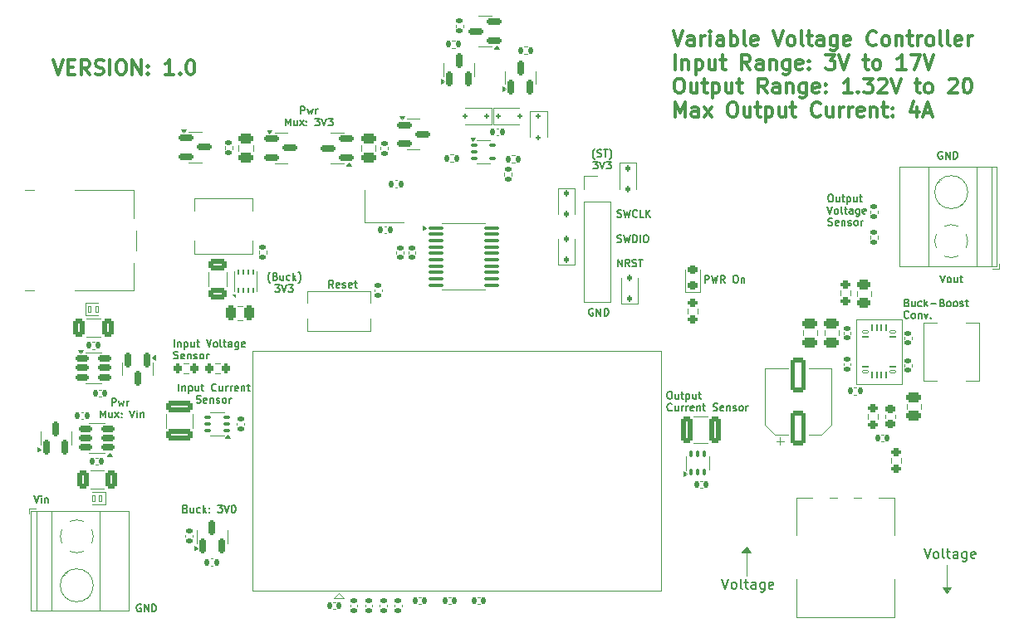
<source format=gbr>
%TF.GenerationSoftware,KiCad,Pcbnew,8.0.5*%
%TF.CreationDate,2025-07-15T19:51:40-04:00*%
%TF.ProjectId,Var_Volt_Conv,5661725f-566f-46c7-945f-436f6e762e6b,rev?*%
%TF.SameCoordinates,Original*%
%TF.FileFunction,Legend,Top*%
%TF.FilePolarity,Positive*%
%FSLAX46Y46*%
G04 Gerber Fmt 4.6, Leading zero omitted, Abs format (unit mm)*
G04 Created by KiCad (PCBNEW 8.0.5) date 2025-07-15 19:51:40*
%MOMM*%
%LPD*%
G01*
G04 APERTURE LIST*
G04 Aperture macros list*
%AMRoundRect*
0 Rectangle with rounded corners*
0 $1 Rounding radius*
0 $2 $3 $4 $5 $6 $7 $8 $9 X,Y pos of 4 corners*
0 Add a 4 corners polygon primitive as box body*
4,1,4,$2,$3,$4,$5,$6,$7,$8,$9,$2,$3,0*
0 Add four circle primitives for the rounded corners*
1,1,$1+$1,$2,$3*
1,1,$1+$1,$4,$5*
1,1,$1+$1,$6,$7*
1,1,$1+$1,$8,$9*
0 Add four rect primitives between the rounded corners*
20,1,$1+$1,$2,$3,$4,$5,0*
20,1,$1+$1,$4,$5,$6,$7,0*
20,1,$1+$1,$6,$7,$8,$9,0*
20,1,$1+$1,$8,$9,$2,$3,0*%
%AMFreePoly0*
4,1,25,1.176913,0.169619,1.179619,0.166913,1.180000,0.165000,1.180000,0.125000,1.700000,0.125000,1.700000,-0.125000,1.180000,-0.125000,1.180000,-0.165000,1.179619,-0.166913,1.176913,-0.169619,1.175000,-0.170000,-1.175000,-0.170000,-1.176913,-0.169619,-1.179619,-0.166913,-1.180000,-0.165000,-1.180000,-0.125000,-1.700000,-0.125000,-1.700000,0.125000,-1.180000,0.125000,-1.180000,0.165000,
-1.179619,0.166913,-1.176913,0.169619,-1.175000,0.170000,1.175000,0.170000,1.176913,0.169619,1.176913,0.169619,$1*%
G04 Aperture macros list end*
%ADD10C,0.100000*%
%ADD11C,0.150000*%
%ADD12C,0.200000*%
%ADD13C,0.300000*%
%ADD14C,0.120000*%
%ADD15C,0.900000*%
%ADD16R,1.100000X1.300000*%
%ADD17O,1.100000X1.300000*%
%ADD18O,2.700000X1.500000*%
%ADD19RoundRect,0.250000X0.312500X1.075000X-0.312500X1.075000X-0.312500X-1.075000X0.312500X-1.075000X0*%
%ADD20RoundRect,0.135000X0.135000X0.185000X-0.135000X0.185000X-0.135000X-0.185000X0.135000X-0.185000X0*%
%ADD21RoundRect,0.150000X-0.512500X-0.150000X0.512500X-0.150000X0.512500X0.150000X-0.512500X0.150000X0*%
%ADD22RoundRect,0.135000X-0.185000X0.135000X-0.185000X-0.135000X0.185000X-0.135000X0.185000X0.135000X0*%
%ADD23RoundRect,0.140000X-0.140000X-0.170000X0.140000X-0.170000X0.140000X0.170000X-0.140000X0.170000X0*%
%ADD24RoundRect,0.050000X0.075000X-0.250000X0.075000X0.250000X-0.075000X0.250000X-0.075000X-0.250000X0*%
%ADD25RoundRect,0.050000X0.275000X0.100000X-0.275000X0.100000X-0.275000X-0.100000X0.275000X-0.100000X0*%
%ADD26RoundRect,0.050000X0.250000X0.075000X-0.250000X0.075000X-0.250000X-0.075000X0.250000X-0.075000X0*%
%ADD27R,3.400000X0.250000*%
%ADD28FreePoly0,180.000000*%
%ADD29RoundRect,0.050000X-0.075000X0.250000X-0.075000X-0.250000X0.075000X-0.250000X0.075000X0.250000X0*%
%ADD30RoundRect,0.050000X-0.275000X-0.100000X0.275000X-0.100000X0.275000X0.100000X-0.275000X0.100000X0*%
%ADD31RoundRect,0.050000X-0.250000X-0.075000X0.250000X-0.075000X0.250000X0.075000X-0.250000X0.075000X0*%
%ADD32R,1.400000X1.200000*%
%ADD33R,2.500000X1.900000*%
%ADD34RoundRect,0.150000X-0.587500X-0.150000X0.587500X-0.150000X0.587500X0.150000X-0.587500X0.150000X0*%
%ADD35RoundRect,0.140000X0.170000X-0.140000X0.170000X0.140000X-0.170000X0.140000X-0.170000X-0.140000X0*%
%ADD36RoundRect,0.100000X-0.637500X-0.100000X0.637500X-0.100000X0.637500X0.100000X-0.637500X0.100000X0*%
%ADD37RoundRect,0.150000X0.150000X-0.587500X0.150000X0.587500X-0.150000X0.587500X-0.150000X-0.587500X0*%
%ADD38RoundRect,0.200000X0.275000X-0.200000X0.275000X0.200000X-0.275000X0.200000X-0.275000X-0.200000X0*%
%ADD39RoundRect,0.200000X-0.200000X-0.275000X0.200000X-0.275000X0.200000X0.275000X-0.200000X0.275000X0*%
%ADD40RoundRect,0.140000X0.140000X0.170000X-0.140000X0.170000X-0.140000X-0.170000X0.140000X-0.170000X0*%
%ADD41RoundRect,0.200000X-0.275000X0.200000X-0.275000X-0.200000X0.275000X-0.200000X0.275000X0.200000X0*%
%ADD42C,4.000000*%
%ADD43C,1.800000*%
%ADD44RoundRect,0.250000X0.550000X-1.500000X0.550000X1.500000X-0.550000X1.500000X-0.550000X-1.500000X0*%
%ADD45R,2.600000X2.600000*%
%ADD46C,2.600000*%
%ADD47RoundRect,0.250000X-0.325000X-0.650000X0.325000X-0.650000X0.325000X0.650000X-0.325000X0.650000X0*%
%ADD48RoundRect,0.140000X-0.170000X0.140000X-0.170000X-0.140000X0.170000X-0.140000X0.170000X0.140000X0*%
%ADD49RoundRect,0.250000X-0.475000X0.250000X-0.475000X-0.250000X0.475000X-0.250000X0.475000X0.250000X0*%
%ADD50RoundRect,0.125000X-0.125000X-0.125000X0.125000X-0.125000X0.125000X0.125000X-0.125000X0.125000X0*%
%ADD51RoundRect,0.250000X-0.650000X0.325000X-0.650000X-0.325000X0.650000X-0.325000X0.650000X0.325000X0*%
%ADD52RoundRect,0.112500X0.112500X-0.187500X0.112500X0.187500X-0.112500X0.187500X-0.112500X-0.187500X0*%
%ADD53RoundRect,0.100000X0.100000X-0.225000X0.100000X0.225000X-0.100000X0.225000X-0.100000X-0.225000X0*%
%ADD54RoundRect,0.100000X-0.225000X-0.100000X0.225000X-0.100000X0.225000X0.100000X-0.225000X0.100000X0*%
%ADD55RoundRect,0.135000X-0.135000X-0.185000X0.135000X-0.185000X0.135000X0.185000X-0.135000X0.185000X0*%
%ADD56RoundRect,0.250000X-1.075000X0.312500X-1.075000X-0.312500X1.075000X-0.312500X1.075000X0.312500X0*%
%ADD57RoundRect,0.135000X0.185000X-0.135000X0.185000X0.135000X-0.185000X0.135000X-0.185000X-0.135000X0*%
%ADD58RoundRect,0.250000X-0.450000X0.262500X-0.450000X-0.262500X0.450000X-0.262500X0.450000X0.262500X0*%
%ADD59R,1.700000X1.700000*%
%ADD60O,1.700000X1.700000*%
%ADD61RoundRect,0.218750X0.256250X-0.218750X0.256250X0.218750X-0.256250X0.218750X-0.256250X-0.218750X0*%
%ADD62RoundRect,0.150000X0.587500X0.150000X-0.587500X0.150000X-0.587500X-0.150000X0.587500X-0.150000X0*%
%ADD63RoundRect,0.250000X0.475000X-0.250000X0.475000X0.250000X-0.475000X0.250000X-0.475000X-0.250000X0*%
%ADD64RoundRect,0.050000X0.150000X0.300000X-0.150000X0.300000X-0.150000X-0.300000X0.150000X-0.300000X0*%
%ADD65RoundRect,0.112500X-0.112500X0.187500X-0.112500X-0.187500X0.112500X-0.187500X0.112500X0.187500X0*%
%ADD66RoundRect,0.250000X0.325000X0.650000X-0.325000X0.650000X-0.325000X-0.650000X0.325000X-0.650000X0*%
%ADD67RoundRect,0.050000X-0.150000X-0.300000X0.150000X-0.300000X0.150000X0.300000X-0.150000X0.300000X0*%
%ADD68RoundRect,0.125000X-0.125000X0.125000X-0.125000X-0.125000X0.125000X-0.125000X0.125000X0.125000X0*%
%ADD69RoundRect,0.250000X0.250000X0.475000X-0.250000X0.475000X-0.250000X-0.475000X0.250000X-0.475000X0*%
%ADD70RoundRect,0.125000X0.125000X0.125000X-0.125000X0.125000X-0.125000X-0.125000X0.125000X-0.125000X0*%
%ADD71R,1.900000X2.500000*%
%ADD72C,1.600000*%
%ADD73R,2.000000X4.000000*%
%ADD74O,2.000000X3.300000*%
%ADD75O,3.500000X2.000000*%
%ADD76RoundRect,0.062500X0.062500X-0.187500X0.062500X0.187500X-0.062500X0.187500X-0.062500X-0.187500X0*%
%ADD77R,1.600000X0.900000*%
%ADD78RoundRect,0.100000X0.225000X0.100000X-0.225000X0.100000X-0.225000X-0.100000X0.225000X-0.100000X0*%
%ADD79RoundRect,0.225000X-0.250000X0.225000X-0.250000X-0.225000X0.250000X-0.225000X0.250000X0.225000X0*%
%ADD80R,1.250000X1.000000*%
%ADD81RoundRect,0.150000X0.512500X0.150000X-0.512500X0.150000X-0.512500X-0.150000X0.512500X-0.150000X0*%
%ADD82RoundRect,0.150000X-0.150000X0.587500X-0.150000X-0.587500X0.150000X-0.587500X0.150000X0.587500X0*%
G04 APERTURE END LIST*
D10*
X193850000Y-128000000D02*
X193400000Y-127400000D01*
X194300000Y-127400000D01*
X193850000Y-128000000D01*
G36*
X193850000Y-128000000D02*
G01*
X193400000Y-127400000D01*
X194300000Y-127400000D01*
X193850000Y-128000000D01*
G37*
X173400000Y-123300000D02*
X173400000Y-126200000D01*
X193850000Y-128000000D02*
X193850000Y-125100000D01*
X173850000Y-123900000D02*
X172950000Y-123900000D01*
X173400000Y-123300000D01*
X173850000Y-123900000D01*
G36*
X173850000Y-123900000D02*
G01*
X172950000Y-123900000D01*
X173400000Y-123300000D01*
X173850000Y-123900000D01*
G37*
D11*
X165520112Y-107442956D02*
X165662969Y-107442956D01*
X165662969Y-107442956D02*
X165734398Y-107478670D01*
X165734398Y-107478670D02*
X165805826Y-107550099D01*
X165805826Y-107550099D02*
X165841541Y-107692956D01*
X165841541Y-107692956D02*
X165841541Y-107942956D01*
X165841541Y-107942956D02*
X165805826Y-108085813D01*
X165805826Y-108085813D02*
X165734398Y-108157242D01*
X165734398Y-108157242D02*
X165662969Y-108192956D01*
X165662969Y-108192956D02*
X165520112Y-108192956D01*
X165520112Y-108192956D02*
X165448684Y-108157242D01*
X165448684Y-108157242D02*
X165377255Y-108085813D01*
X165377255Y-108085813D02*
X165341541Y-107942956D01*
X165341541Y-107942956D02*
X165341541Y-107692956D01*
X165341541Y-107692956D02*
X165377255Y-107550099D01*
X165377255Y-107550099D02*
X165448684Y-107478670D01*
X165448684Y-107478670D02*
X165520112Y-107442956D01*
X166484398Y-107692956D02*
X166484398Y-108192956D01*
X166162969Y-107692956D02*
X166162969Y-108085813D01*
X166162969Y-108085813D02*
X166198683Y-108157242D01*
X166198683Y-108157242D02*
X166270112Y-108192956D01*
X166270112Y-108192956D02*
X166377255Y-108192956D01*
X166377255Y-108192956D02*
X166448683Y-108157242D01*
X166448683Y-108157242D02*
X166484398Y-108121527D01*
X166734397Y-107692956D02*
X167020111Y-107692956D01*
X166841540Y-107442956D02*
X166841540Y-108085813D01*
X166841540Y-108085813D02*
X166877254Y-108157242D01*
X166877254Y-108157242D02*
X166948683Y-108192956D01*
X166948683Y-108192956D02*
X167020111Y-108192956D01*
X167270111Y-107692956D02*
X167270111Y-108442956D01*
X167270111Y-107728670D02*
X167341540Y-107692956D01*
X167341540Y-107692956D02*
X167484397Y-107692956D01*
X167484397Y-107692956D02*
X167555825Y-107728670D01*
X167555825Y-107728670D02*
X167591540Y-107764384D01*
X167591540Y-107764384D02*
X167627254Y-107835813D01*
X167627254Y-107835813D02*
X167627254Y-108050099D01*
X167627254Y-108050099D02*
X167591540Y-108121527D01*
X167591540Y-108121527D02*
X167555825Y-108157242D01*
X167555825Y-108157242D02*
X167484397Y-108192956D01*
X167484397Y-108192956D02*
X167341540Y-108192956D01*
X167341540Y-108192956D02*
X167270111Y-108157242D01*
X168270111Y-107692956D02*
X168270111Y-108192956D01*
X167948682Y-107692956D02*
X167948682Y-108085813D01*
X167948682Y-108085813D02*
X167984396Y-108157242D01*
X167984396Y-108157242D02*
X168055825Y-108192956D01*
X168055825Y-108192956D02*
X168162968Y-108192956D01*
X168162968Y-108192956D02*
X168234396Y-108157242D01*
X168234396Y-108157242D02*
X168270111Y-108121527D01*
X168520110Y-107692956D02*
X168805824Y-107692956D01*
X168627253Y-107442956D02*
X168627253Y-108085813D01*
X168627253Y-108085813D02*
X168662967Y-108157242D01*
X168662967Y-108157242D02*
X168734396Y-108192956D01*
X168734396Y-108192956D02*
X168805824Y-108192956D01*
X165805826Y-109328985D02*
X165770112Y-109364700D01*
X165770112Y-109364700D02*
X165662969Y-109400414D01*
X165662969Y-109400414D02*
X165591541Y-109400414D01*
X165591541Y-109400414D02*
X165484398Y-109364700D01*
X165484398Y-109364700D02*
X165412969Y-109293271D01*
X165412969Y-109293271D02*
X165377255Y-109221842D01*
X165377255Y-109221842D02*
X165341541Y-109078985D01*
X165341541Y-109078985D02*
X165341541Y-108971842D01*
X165341541Y-108971842D02*
X165377255Y-108828985D01*
X165377255Y-108828985D02*
X165412969Y-108757557D01*
X165412969Y-108757557D02*
X165484398Y-108686128D01*
X165484398Y-108686128D02*
X165591541Y-108650414D01*
X165591541Y-108650414D02*
X165662969Y-108650414D01*
X165662969Y-108650414D02*
X165770112Y-108686128D01*
X165770112Y-108686128D02*
X165805826Y-108721842D01*
X166448684Y-108900414D02*
X166448684Y-109400414D01*
X166127255Y-108900414D02*
X166127255Y-109293271D01*
X166127255Y-109293271D02*
X166162969Y-109364700D01*
X166162969Y-109364700D02*
X166234398Y-109400414D01*
X166234398Y-109400414D02*
X166341541Y-109400414D01*
X166341541Y-109400414D02*
X166412969Y-109364700D01*
X166412969Y-109364700D02*
X166448684Y-109328985D01*
X166805826Y-109400414D02*
X166805826Y-108900414D01*
X166805826Y-109043271D02*
X166841540Y-108971842D01*
X166841540Y-108971842D02*
X166877255Y-108936128D01*
X166877255Y-108936128D02*
X166948683Y-108900414D01*
X166948683Y-108900414D02*
X167020112Y-108900414D01*
X167270112Y-109400414D02*
X167270112Y-108900414D01*
X167270112Y-109043271D02*
X167305826Y-108971842D01*
X167305826Y-108971842D02*
X167341541Y-108936128D01*
X167341541Y-108936128D02*
X167412969Y-108900414D01*
X167412969Y-108900414D02*
X167484398Y-108900414D01*
X168020112Y-109364700D02*
X167948684Y-109400414D01*
X167948684Y-109400414D02*
X167805827Y-109400414D01*
X167805827Y-109400414D02*
X167734398Y-109364700D01*
X167734398Y-109364700D02*
X167698684Y-109293271D01*
X167698684Y-109293271D02*
X167698684Y-109007557D01*
X167698684Y-109007557D02*
X167734398Y-108936128D01*
X167734398Y-108936128D02*
X167805827Y-108900414D01*
X167805827Y-108900414D02*
X167948684Y-108900414D01*
X167948684Y-108900414D02*
X168020112Y-108936128D01*
X168020112Y-108936128D02*
X168055827Y-109007557D01*
X168055827Y-109007557D02*
X168055827Y-109078985D01*
X168055827Y-109078985D02*
X167698684Y-109150414D01*
X168377255Y-108900414D02*
X168377255Y-109400414D01*
X168377255Y-108971842D02*
X168412969Y-108936128D01*
X168412969Y-108936128D02*
X168484398Y-108900414D01*
X168484398Y-108900414D02*
X168591541Y-108900414D01*
X168591541Y-108900414D02*
X168662969Y-108936128D01*
X168662969Y-108936128D02*
X168698684Y-109007557D01*
X168698684Y-109007557D02*
X168698684Y-109400414D01*
X168948683Y-108900414D02*
X169234397Y-108900414D01*
X169055826Y-108650414D02*
X169055826Y-109293271D01*
X169055826Y-109293271D02*
X169091540Y-109364700D01*
X169091540Y-109364700D02*
X169162969Y-109400414D01*
X169162969Y-109400414D02*
X169234397Y-109400414D01*
X170020112Y-109364700D02*
X170127255Y-109400414D01*
X170127255Y-109400414D02*
X170305826Y-109400414D01*
X170305826Y-109400414D02*
X170377255Y-109364700D01*
X170377255Y-109364700D02*
X170412969Y-109328985D01*
X170412969Y-109328985D02*
X170448683Y-109257557D01*
X170448683Y-109257557D02*
X170448683Y-109186128D01*
X170448683Y-109186128D02*
X170412969Y-109114700D01*
X170412969Y-109114700D02*
X170377255Y-109078985D01*
X170377255Y-109078985D02*
X170305826Y-109043271D01*
X170305826Y-109043271D02*
X170162969Y-109007557D01*
X170162969Y-109007557D02*
X170091540Y-108971842D01*
X170091540Y-108971842D02*
X170055826Y-108936128D01*
X170055826Y-108936128D02*
X170020112Y-108864700D01*
X170020112Y-108864700D02*
X170020112Y-108793271D01*
X170020112Y-108793271D02*
X170055826Y-108721842D01*
X170055826Y-108721842D02*
X170091540Y-108686128D01*
X170091540Y-108686128D02*
X170162969Y-108650414D01*
X170162969Y-108650414D02*
X170341540Y-108650414D01*
X170341540Y-108650414D02*
X170448683Y-108686128D01*
X171055826Y-109364700D02*
X170984398Y-109400414D01*
X170984398Y-109400414D02*
X170841541Y-109400414D01*
X170841541Y-109400414D02*
X170770112Y-109364700D01*
X170770112Y-109364700D02*
X170734398Y-109293271D01*
X170734398Y-109293271D02*
X170734398Y-109007557D01*
X170734398Y-109007557D02*
X170770112Y-108936128D01*
X170770112Y-108936128D02*
X170841541Y-108900414D01*
X170841541Y-108900414D02*
X170984398Y-108900414D01*
X170984398Y-108900414D02*
X171055826Y-108936128D01*
X171055826Y-108936128D02*
X171091541Y-109007557D01*
X171091541Y-109007557D02*
X171091541Y-109078985D01*
X171091541Y-109078985D02*
X170734398Y-109150414D01*
X171412969Y-108900414D02*
X171412969Y-109400414D01*
X171412969Y-108971842D02*
X171448683Y-108936128D01*
X171448683Y-108936128D02*
X171520112Y-108900414D01*
X171520112Y-108900414D02*
X171627255Y-108900414D01*
X171627255Y-108900414D02*
X171698683Y-108936128D01*
X171698683Y-108936128D02*
X171734398Y-109007557D01*
X171734398Y-109007557D02*
X171734398Y-109400414D01*
X172055826Y-109364700D02*
X172127254Y-109400414D01*
X172127254Y-109400414D02*
X172270111Y-109400414D01*
X172270111Y-109400414D02*
X172341540Y-109364700D01*
X172341540Y-109364700D02*
X172377254Y-109293271D01*
X172377254Y-109293271D02*
X172377254Y-109257557D01*
X172377254Y-109257557D02*
X172341540Y-109186128D01*
X172341540Y-109186128D02*
X172270111Y-109150414D01*
X172270111Y-109150414D02*
X172162969Y-109150414D01*
X172162969Y-109150414D02*
X172091540Y-109114700D01*
X172091540Y-109114700D02*
X172055826Y-109043271D01*
X172055826Y-109043271D02*
X172055826Y-109007557D01*
X172055826Y-109007557D02*
X172091540Y-108936128D01*
X172091540Y-108936128D02*
X172162969Y-108900414D01*
X172162969Y-108900414D02*
X172270111Y-108900414D01*
X172270111Y-108900414D02*
X172341540Y-108936128D01*
X172805826Y-109400414D02*
X172734397Y-109364700D01*
X172734397Y-109364700D02*
X172698683Y-109328985D01*
X172698683Y-109328985D02*
X172662969Y-109257557D01*
X172662969Y-109257557D02*
X172662969Y-109043271D01*
X172662969Y-109043271D02*
X172698683Y-108971842D01*
X172698683Y-108971842D02*
X172734397Y-108936128D01*
X172734397Y-108936128D02*
X172805826Y-108900414D01*
X172805826Y-108900414D02*
X172912969Y-108900414D01*
X172912969Y-108900414D02*
X172984397Y-108936128D01*
X172984397Y-108936128D02*
X173020112Y-108971842D01*
X173020112Y-108971842D02*
X173055826Y-109043271D01*
X173055826Y-109043271D02*
X173055826Y-109257557D01*
X173055826Y-109257557D02*
X173020112Y-109328985D01*
X173020112Y-109328985D02*
X172984397Y-109364700D01*
X172984397Y-109364700D02*
X172912969Y-109400414D01*
X172912969Y-109400414D02*
X172805826Y-109400414D01*
X173377254Y-109400414D02*
X173377254Y-108900414D01*
X173377254Y-109043271D02*
X173412968Y-108971842D01*
X173412968Y-108971842D02*
X173448683Y-108936128D01*
X173448683Y-108936128D02*
X173520111Y-108900414D01*
X173520111Y-108900414D02*
X173591540Y-108900414D01*
X157950000Y-83778670D02*
X157914285Y-83742956D01*
X157914285Y-83742956D02*
X157842857Y-83635813D01*
X157842857Y-83635813D02*
X157807143Y-83564384D01*
X157807143Y-83564384D02*
X157771428Y-83457242D01*
X157771428Y-83457242D02*
X157735714Y-83278670D01*
X157735714Y-83278670D02*
X157735714Y-83135813D01*
X157735714Y-83135813D02*
X157771428Y-82957242D01*
X157771428Y-82957242D02*
X157807143Y-82850099D01*
X157807143Y-82850099D02*
X157842857Y-82778670D01*
X157842857Y-82778670D02*
X157914285Y-82671527D01*
X157914285Y-82671527D02*
X157950000Y-82635813D01*
X158200000Y-83457242D02*
X158307143Y-83492956D01*
X158307143Y-83492956D02*
X158485714Y-83492956D01*
X158485714Y-83492956D02*
X158557143Y-83457242D01*
X158557143Y-83457242D02*
X158592857Y-83421527D01*
X158592857Y-83421527D02*
X158628571Y-83350099D01*
X158628571Y-83350099D02*
X158628571Y-83278670D01*
X158628571Y-83278670D02*
X158592857Y-83207242D01*
X158592857Y-83207242D02*
X158557143Y-83171527D01*
X158557143Y-83171527D02*
X158485714Y-83135813D01*
X158485714Y-83135813D02*
X158342857Y-83100099D01*
X158342857Y-83100099D02*
X158271428Y-83064384D01*
X158271428Y-83064384D02*
X158235714Y-83028670D01*
X158235714Y-83028670D02*
X158200000Y-82957242D01*
X158200000Y-82957242D02*
X158200000Y-82885813D01*
X158200000Y-82885813D02*
X158235714Y-82814384D01*
X158235714Y-82814384D02*
X158271428Y-82778670D01*
X158271428Y-82778670D02*
X158342857Y-82742956D01*
X158342857Y-82742956D02*
X158521428Y-82742956D01*
X158521428Y-82742956D02*
X158628571Y-82778670D01*
X158842857Y-82742956D02*
X159271429Y-82742956D01*
X159057143Y-83492956D02*
X159057143Y-82742956D01*
X159450000Y-83778670D02*
X159485715Y-83742956D01*
X159485715Y-83742956D02*
X159557143Y-83635813D01*
X159557143Y-83635813D02*
X159592858Y-83564384D01*
X159592858Y-83564384D02*
X159628572Y-83457242D01*
X159628572Y-83457242D02*
X159664286Y-83278670D01*
X159664286Y-83278670D02*
X159664286Y-83135813D01*
X159664286Y-83135813D02*
X159628572Y-82957242D01*
X159628572Y-82957242D02*
X159592858Y-82850099D01*
X159592858Y-82850099D02*
X159557143Y-82778670D01*
X159557143Y-82778670D02*
X159485715Y-82671527D01*
X159485715Y-82671527D02*
X159450000Y-82635813D01*
X157771428Y-83950414D02*
X158235714Y-83950414D01*
X158235714Y-83950414D02*
X157985714Y-84236128D01*
X157985714Y-84236128D02*
X158092857Y-84236128D01*
X158092857Y-84236128D02*
X158164286Y-84271842D01*
X158164286Y-84271842D02*
X158200000Y-84307557D01*
X158200000Y-84307557D02*
X158235714Y-84378985D01*
X158235714Y-84378985D02*
X158235714Y-84557557D01*
X158235714Y-84557557D02*
X158200000Y-84628985D01*
X158200000Y-84628985D02*
X158164286Y-84664700D01*
X158164286Y-84664700D02*
X158092857Y-84700414D01*
X158092857Y-84700414D02*
X157878571Y-84700414D01*
X157878571Y-84700414D02*
X157807143Y-84664700D01*
X157807143Y-84664700D02*
X157771428Y-84628985D01*
X158450000Y-83950414D02*
X158700000Y-84700414D01*
X158700000Y-84700414D02*
X158950000Y-83950414D01*
X159128571Y-83950414D02*
X159592857Y-83950414D01*
X159592857Y-83950414D02*
X159342857Y-84236128D01*
X159342857Y-84236128D02*
X159450000Y-84236128D01*
X159450000Y-84236128D02*
X159521429Y-84271842D01*
X159521429Y-84271842D02*
X159557143Y-84307557D01*
X159557143Y-84307557D02*
X159592857Y-84378985D01*
X159592857Y-84378985D02*
X159592857Y-84557557D01*
X159592857Y-84557557D02*
X159557143Y-84628985D01*
X159557143Y-84628985D02*
X159521429Y-84664700D01*
X159521429Y-84664700D02*
X159450000Y-84700414D01*
X159450000Y-84700414D02*
X159235714Y-84700414D01*
X159235714Y-84700414D02*
X159164286Y-84664700D01*
X159164286Y-84664700D02*
X159128571Y-84628985D01*
D12*
X170926816Y-126567219D02*
X171260149Y-127567219D01*
X171260149Y-127567219D02*
X171593482Y-126567219D01*
X172069673Y-127567219D02*
X171974435Y-127519600D01*
X171974435Y-127519600D02*
X171926816Y-127471980D01*
X171926816Y-127471980D02*
X171879197Y-127376742D01*
X171879197Y-127376742D02*
X171879197Y-127091028D01*
X171879197Y-127091028D02*
X171926816Y-126995790D01*
X171926816Y-126995790D02*
X171974435Y-126948171D01*
X171974435Y-126948171D02*
X172069673Y-126900552D01*
X172069673Y-126900552D02*
X172212530Y-126900552D01*
X172212530Y-126900552D02*
X172307768Y-126948171D01*
X172307768Y-126948171D02*
X172355387Y-126995790D01*
X172355387Y-126995790D02*
X172403006Y-127091028D01*
X172403006Y-127091028D02*
X172403006Y-127376742D01*
X172403006Y-127376742D02*
X172355387Y-127471980D01*
X172355387Y-127471980D02*
X172307768Y-127519600D01*
X172307768Y-127519600D02*
X172212530Y-127567219D01*
X172212530Y-127567219D02*
X172069673Y-127567219D01*
X172974435Y-127567219D02*
X172879197Y-127519600D01*
X172879197Y-127519600D02*
X172831578Y-127424361D01*
X172831578Y-127424361D02*
X172831578Y-126567219D01*
X173212531Y-126900552D02*
X173593483Y-126900552D01*
X173355388Y-126567219D02*
X173355388Y-127424361D01*
X173355388Y-127424361D02*
X173403007Y-127519600D01*
X173403007Y-127519600D02*
X173498245Y-127567219D01*
X173498245Y-127567219D02*
X173593483Y-127567219D01*
X174355388Y-127567219D02*
X174355388Y-127043409D01*
X174355388Y-127043409D02*
X174307769Y-126948171D01*
X174307769Y-126948171D02*
X174212531Y-126900552D01*
X174212531Y-126900552D02*
X174022055Y-126900552D01*
X174022055Y-126900552D02*
X173926817Y-126948171D01*
X174355388Y-127519600D02*
X174260150Y-127567219D01*
X174260150Y-127567219D02*
X174022055Y-127567219D01*
X174022055Y-127567219D02*
X173926817Y-127519600D01*
X173926817Y-127519600D02*
X173879198Y-127424361D01*
X173879198Y-127424361D02*
X173879198Y-127329123D01*
X173879198Y-127329123D02*
X173926817Y-127233885D01*
X173926817Y-127233885D02*
X174022055Y-127186266D01*
X174022055Y-127186266D02*
X174260150Y-127186266D01*
X174260150Y-127186266D02*
X174355388Y-127138647D01*
X175260150Y-126900552D02*
X175260150Y-127710076D01*
X175260150Y-127710076D02*
X175212531Y-127805314D01*
X175212531Y-127805314D02*
X175164912Y-127852933D01*
X175164912Y-127852933D02*
X175069674Y-127900552D01*
X175069674Y-127900552D02*
X174926817Y-127900552D01*
X174926817Y-127900552D02*
X174831579Y-127852933D01*
X175260150Y-127519600D02*
X175164912Y-127567219D01*
X175164912Y-127567219D02*
X174974436Y-127567219D01*
X174974436Y-127567219D02*
X174879198Y-127519600D01*
X174879198Y-127519600D02*
X174831579Y-127471980D01*
X174831579Y-127471980D02*
X174783960Y-127376742D01*
X174783960Y-127376742D02*
X174783960Y-127091028D01*
X174783960Y-127091028D02*
X174831579Y-126995790D01*
X174831579Y-126995790D02*
X174879198Y-126948171D01*
X174879198Y-126948171D02*
X174974436Y-126900552D01*
X174974436Y-126900552D02*
X175164912Y-126900552D01*
X175164912Y-126900552D02*
X175260150Y-126948171D01*
X176117293Y-127519600D02*
X176022055Y-127567219D01*
X176022055Y-127567219D02*
X175831579Y-127567219D01*
X175831579Y-127567219D02*
X175736341Y-127519600D01*
X175736341Y-127519600D02*
X175688722Y-127424361D01*
X175688722Y-127424361D02*
X175688722Y-127043409D01*
X175688722Y-127043409D02*
X175736341Y-126948171D01*
X175736341Y-126948171D02*
X175831579Y-126900552D01*
X175831579Y-126900552D02*
X176022055Y-126900552D01*
X176022055Y-126900552D02*
X176117293Y-126948171D01*
X176117293Y-126948171D02*
X176164912Y-127043409D01*
X176164912Y-127043409D02*
X176164912Y-127138647D01*
X176164912Y-127138647D02*
X175688722Y-127233885D01*
D11*
X115077255Y-102892956D02*
X115077255Y-102142956D01*
X115434398Y-102392956D02*
X115434398Y-102892956D01*
X115434398Y-102464384D02*
X115470112Y-102428670D01*
X115470112Y-102428670D02*
X115541541Y-102392956D01*
X115541541Y-102392956D02*
X115648684Y-102392956D01*
X115648684Y-102392956D02*
X115720112Y-102428670D01*
X115720112Y-102428670D02*
X115755827Y-102500099D01*
X115755827Y-102500099D02*
X115755827Y-102892956D01*
X116112969Y-102392956D02*
X116112969Y-103142956D01*
X116112969Y-102428670D02*
X116184398Y-102392956D01*
X116184398Y-102392956D02*
X116327255Y-102392956D01*
X116327255Y-102392956D02*
X116398683Y-102428670D01*
X116398683Y-102428670D02*
X116434398Y-102464384D01*
X116434398Y-102464384D02*
X116470112Y-102535813D01*
X116470112Y-102535813D02*
X116470112Y-102750099D01*
X116470112Y-102750099D02*
X116434398Y-102821527D01*
X116434398Y-102821527D02*
X116398683Y-102857242D01*
X116398683Y-102857242D02*
X116327255Y-102892956D01*
X116327255Y-102892956D02*
X116184398Y-102892956D01*
X116184398Y-102892956D02*
X116112969Y-102857242D01*
X117112969Y-102392956D02*
X117112969Y-102892956D01*
X116791540Y-102392956D02*
X116791540Y-102785813D01*
X116791540Y-102785813D02*
X116827254Y-102857242D01*
X116827254Y-102857242D02*
X116898683Y-102892956D01*
X116898683Y-102892956D02*
X117005826Y-102892956D01*
X117005826Y-102892956D02*
X117077254Y-102857242D01*
X117077254Y-102857242D02*
X117112969Y-102821527D01*
X117362968Y-102392956D02*
X117648682Y-102392956D01*
X117470111Y-102142956D02*
X117470111Y-102785813D01*
X117470111Y-102785813D02*
X117505825Y-102857242D01*
X117505825Y-102857242D02*
X117577254Y-102892956D01*
X117577254Y-102892956D02*
X117648682Y-102892956D01*
X118362968Y-102142956D02*
X118612968Y-102892956D01*
X118612968Y-102892956D02*
X118862968Y-102142956D01*
X119220111Y-102892956D02*
X119148682Y-102857242D01*
X119148682Y-102857242D02*
X119112968Y-102821527D01*
X119112968Y-102821527D02*
X119077254Y-102750099D01*
X119077254Y-102750099D02*
X119077254Y-102535813D01*
X119077254Y-102535813D02*
X119112968Y-102464384D01*
X119112968Y-102464384D02*
X119148682Y-102428670D01*
X119148682Y-102428670D02*
X119220111Y-102392956D01*
X119220111Y-102392956D02*
X119327254Y-102392956D01*
X119327254Y-102392956D02*
X119398682Y-102428670D01*
X119398682Y-102428670D02*
X119434397Y-102464384D01*
X119434397Y-102464384D02*
X119470111Y-102535813D01*
X119470111Y-102535813D02*
X119470111Y-102750099D01*
X119470111Y-102750099D02*
X119434397Y-102821527D01*
X119434397Y-102821527D02*
X119398682Y-102857242D01*
X119398682Y-102857242D02*
X119327254Y-102892956D01*
X119327254Y-102892956D02*
X119220111Y-102892956D01*
X119898682Y-102892956D02*
X119827253Y-102857242D01*
X119827253Y-102857242D02*
X119791539Y-102785813D01*
X119791539Y-102785813D02*
X119791539Y-102142956D01*
X120077253Y-102392956D02*
X120362967Y-102392956D01*
X120184396Y-102142956D02*
X120184396Y-102785813D01*
X120184396Y-102785813D02*
X120220110Y-102857242D01*
X120220110Y-102857242D02*
X120291539Y-102892956D01*
X120291539Y-102892956D02*
X120362967Y-102892956D01*
X120934396Y-102892956D02*
X120934396Y-102500099D01*
X120934396Y-102500099D02*
X120898681Y-102428670D01*
X120898681Y-102428670D02*
X120827253Y-102392956D01*
X120827253Y-102392956D02*
X120684396Y-102392956D01*
X120684396Y-102392956D02*
X120612967Y-102428670D01*
X120934396Y-102857242D02*
X120862967Y-102892956D01*
X120862967Y-102892956D02*
X120684396Y-102892956D01*
X120684396Y-102892956D02*
X120612967Y-102857242D01*
X120612967Y-102857242D02*
X120577253Y-102785813D01*
X120577253Y-102785813D02*
X120577253Y-102714384D01*
X120577253Y-102714384D02*
X120612967Y-102642956D01*
X120612967Y-102642956D02*
X120684396Y-102607242D01*
X120684396Y-102607242D02*
X120862967Y-102607242D01*
X120862967Y-102607242D02*
X120934396Y-102571527D01*
X121612967Y-102392956D02*
X121612967Y-103000099D01*
X121612967Y-103000099D02*
X121577252Y-103071527D01*
X121577252Y-103071527D02*
X121541538Y-103107242D01*
X121541538Y-103107242D02*
X121470109Y-103142956D01*
X121470109Y-103142956D02*
X121362967Y-103142956D01*
X121362967Y-103142956D02*
X121291538Y-103107242D01*
X121612967Y-102857242D02*
X121541538Y-102892956D01*
X121541538Y-102892956D02*
X121398681Y-102892956D01*
X121398681Y-102892956D02*
X121327252Y-102857242D01*
X121327252Y-102857242D02*
X121291538Y-102821527D01*
X121291538Y-102821527D02*
X121255824Y-102750099D01*
X121255824Y-102750099D02*
X121255824Y-102535813D01*
X121255824Y-102535813D02*
X121291538Y-102464384D01*
X121291538Y-102464384D02*
X121327252Y-102428670D01*
X121327252Y-102428670D02*
X121398681Y-102392956D01*
X121398681Y-102392956D02*
X121541538Y-102392956D01*
X121541538Y-102392956D02*
X121612967Y-102428670D01*
X122255823Y-102857242D02*
X122184395Y-102892956D01*
X122184395Y-102892956D02*
X122041538Y-102892956D01*
X122041538Y-102892956D02*
X121970109Y-102857242D01*
X121970109Y-102857242D02*
X121934395Y-102785813D01*
X121934395Y-102785813D02*
X121934395Y-102500099D01*
X121934395Y-102500099D02*
X121970109Y-102428670D01*
X121970109Y-102428670D02*
X122041538Y-102392956D01*
X122041538Y-102392956D02*
X122184395Y-102392956D01*
X122184395Y-102392956D02*
X122255823Y-102428670D01*
X122255823Y-102428670D02*
X122291538Y-102500099D01*
X122291538Y-102500099D02*
X122291538Y-102571527D01*
X122291538Y-102571527D02*
X121934395Y-102642956D01*
X115041541Y-104064700D02*
X115148684Y-104100414D01*
X115148684Y-104100414D02*
X115327255Y-104100414D01*
X115327255Y-104100414D02*
X115398684Y-104064700D01*
X115398684Y-104064700D02*
X115434398Y-104028985D01*
X115434398Y-104028985D02*
X115470112Y-103957557D01*
X115470112Y-103957557D02*
X115470112Y-103886128D01*
X115470112Y-103886128D02*
X115434398Y-103814700D01*
X115434398Y-103814700D02*
X115398684Y-103778985D01*
X115398684Y-103778985D02*
X115327255Y-103743271D01*
X115327255Y-103743271D02*
X115184398Y-103707557D01*
X115184398Y-103707557D02*
X115112969Y-103671842D01*
X115112969Y-103671842D02*
X115077255Y-103636128D01*
X115077255Y-103636128D02*
X115041541Y-103564700D01*
X115041541Y-103564700D02*
X115041541Y-103493271D01*
X115041541Y-103493271D02*
X115077255Y-103421842D01*
X115077255Y-103421842D02*
X115112969Y-103386128D01*
X115112969Y-103386128D02*
X115184398Y-103350414D01*
X115184398Y-103350414D02*
X115362969Y-103350414D01*
X115362969Y-103350414D02*
X115470112Y-103386128D01*
X116077255Y-104064700D02*
X116005827Y-104100414D01*
X116005827Y-104100414D02*
X115862970Y-104100414D01*
X115862970Y-104100414D02*
X115791541Y-104064700D01*
X115791541Y-104064700D02*
X115755827Y-103993271D01*
X115755827Y-103993271D02*
X115755827Y-103707557D01*
X115755827Y-103707557D02*
X115791541Y-103636128D01*
X115791541Y-103636128D02*
X115862970Y-103600414D01*
X115862970Y-103600414D02*
X116005827Y-103600414D01*
X116005827Y-103600414D02*
X116077255Y-103636128D01*
X116077255Y-103636128D02*
X116112970Y-103707557D01*
X116112970Y-103707557D02*
X116112970Y-103778985D01*
X116112970Y-103778985D02*
X115755827Y-103850414D01*
X116434398Y-103600414D02*
X116434398Y-104100414D01*
X116434398Y-103671842D02*
X116470112Y-103636128D01*
X116470112Y-103636128D02*
X116541541Y-103600414D01*
X116541541Y-103600414D02*
X116648684Y-103600414D01*
X116648684Y-103600414D02*
X116720112Y-103636128D01*
X116720112Y-103636128D02*
X116755827Y-103707557D01*
X116755827Y-103707557D02*
X116755827Y-104100414D01*
X117077255Y-104064700D02*
X117148683Y-104100414D01*
X117148683Y-104100414D02*
X117291540Y-104100414D01*
X117291540Y-104100414D02*
X117362969Y-104064700D01*
X117362969Y-104064700D02*
X117398683Y-103993271D01*
X117398683Y-103993271D02*
X117398683Y-103957557D01*
X117398683Y-103957557D02*
X117362969Y-103886128D01*
X117362969Y-103886128D02*
X117291540Y-103850414D01*
X117291540Y-103850414D02*
X117184398Y-103850414D01*
X117184398Y-103850414D02*
X117112969Y-103814700D01*
X117112969Y-103814700D02*
X117077255Y-103743271D01*
X117077255Y-103743271D02*
X117077255Y-103707557D01*
X117077255Y-103707557D02*
X117112969Y-103636128D01*
X117112969Y-103636128D02*
X117184398Y-103600414D01*
X117184398Y-103600414D02*
X117291540Y-103600414D01*
X117291540Y-103600414D02*
X117362969Y-103636128D01*
X117827255Y-104100414D02*
X117755826Y-104064700D01*
X117755826Y-104064700D02*
X117720112Y-104028985D01*
X117720112Y-104028985D02*
X117684398Y-103957557D01*
X117684398Y-103957557D02*
X117684398Y-103743271D01*
X117684398Y-103743271D02*
X117720112Y-103671842D01*
X117720112Y-103671842D02*
X117755826Y-103636128D01*
X117755826Y-103636128D02*
X117827255Y-103600414D01*
X117827255Y-103600414D02*
X117934398Y-103600414D01*
X117934398Y-103600414D02*
X118005826Y-103636128D01*
X118005826Y-103636128D02*
X118041541Y-103671842D01*
X118041541Y-103671842D02*
X118077255Y-103743271D01*
X118077255Y-103743271D02*
X118077255Y-103957557D01*
X118077255Y-103957557D02*
X118041541Y-104028985D01*
X118041541Y-104028985D02*
X118005826Y-104064700D01*
X118005826Y-104064700D02*
X117934398Y-104100414D01*
X117934398Y-104100414D02*
X117827255Y-104100414D01*
X118398683Y-104100414D02*
X118398683Y-103600414D01*
X118398683Y-103743271D02*
X118434397Y-103671842D01*
X118434397Y-103671842D02*
X118470112Y-103636128D01*
X118470112Y-103636128D02*
X118541540Y-103600414D01*
X118541540Y-103600414D02*
X118612969Y-103600414D01*
X160241541Y-92164700D02*
X160348684Y-92200414D01*
X160348684Y-92200414D02*
X160527255Y-92200414D01*
X160527255Y-92200414D02*
X160598684Y-92164700D01*
X160598684Y-92164700D02*
X160634398Y-92128985D01*
X160634398Y-92128985D02*
X160670112Y-92057557D01*
X160670112Y-92057557D02*
X160670112Y-91986128D01*
X160670112Y-91986128D02*
X160634398Y-91914700D01*
X160634398Y-91914700D02*
X160598684Y-91878985D01*
X160598684Y-91878985D02*
X160527255Y-91843271D01*
X160527255Y-91843271D02*
X160384398Y-91807557D01*
X160384398Y-91807557D02*
X160312969Y-91771842D01*
X160312969Y-91771842D02*
X160277255Y-91736128D01*
X160277255Y-91736128D02*
X160241541Y-91664700D01*
X160241541Y-91664700D02*
X160241541Y-91593271D01*
X160241541Y-91593271D02*
X160277255Y-91521842D01*
X160277255Y-91521842D02*
X160312969Y-91486128D01*
X160312969Y-91486128D02*
X160384398Y-91450414D01*
X160384398Y-91450414D02*
X160562969Y-91450414D01*
X160562969Y-91450414D02*
X160670112Y-91486128D01*
X160920112Y-91450414D02*
X161098684Y-92200414D01*
X161098684Y-92200414D02*
X161241541Y-91664700D01*
X161241541Y-91664700D02*
X161384398Y-92200414D01*
X161384398Y-92200414D02*
X161562970Y-91450414D01*
X161848684Y-92200414D02*
X161848684Y-91450414D01*
X161848684Y-91450414D02*
X162027255Y-91450414D01*
X162027255Y-91450414D02*
X162134398Y-91486128D01*
X162134398Y-91486128D02*
X162205827Y-91557557D01*
X162205827Y-91557557D02*
X162241541Y-91628985D01*
X162241541Y-91628985D02*
X162277255Y-91771842D01*
X162277255Y-91771842D02*
X162277255Y-91878985D01*
X162277255Y-91878985D02*
X162241541Y-92021842D01*
X162241541Y-92021842D02*
X162205827Y-92093271D01*
X162205827Y-92093271D02*
X162134398Y-92164700D01*
X162134398Y-92164700D02*
X162027255Y-92200414D01*
X162027255Y-92200414D02*
X161848684Y-92200414D01*
X162598684Y-92200414D02*
X162598684Y-91450414D01*
X163098684Y-91450414D02*
X163241541Y-91450414D01*
X163241541Y-91450414D02*
X163312970Y-91486128D01*
X163312970Y-91486128D02*
X163384398Y-91557557D01*
X163384398Y-91557557D02*
X163420113Y-91700414D01*
X163420113Y-91700414D02*
X163420113Y-91950414D01*
X163420113Y-91950414D02*
X163384398Y-92093271D01*
X163384398Y-92093271D02*
X163312970Y-92164700D01*
X163312970Y-92164700D02*
X163241541Y-92200414D01*
X163241541Y-92200414D02*
X163098684Y-92200414D01*
X163098684Y-92200414D02*
X163027256Y-92164700D01*
X163027256Y-92164700D02*
X162955827Y-92093271D01*
X162955827Y-92093271D02*
X162920113Y-91950414D01*
X162920113Y-91950414D02*
X162920113Y-91700414D01*
X162920113Y-91700414D02*
X162955827Y-91557557D01*
X162955827Y-91557557D02*
X163027256Y-91486128D01*
X163027256Y-91486128D02*
X163098684Y-91450414D01*
X124853572Y-96378670D02*
X124817857Y-96342956D01*
X124817857Y-96342956D02*
X124746429Y-96235813D01*
X124746429Y-96235813D02*
X124710715Y-96164384D01*
X124710715Y-96164384D02*
X124675000Y-96057242D01*
X124675000Y-96057242D02*
X124639286Y-95878670D01*
X124639286Y-95878670D02*
X124639286Y-95735813D01*
X124639286Y-95735813D02*
X124675000Y-95557242D01*
X124675000Y-95557242D02*
X124710715Y-95450099D01*
X124710715Y-95450099D02*
X124746429Y-95378670D01*
X124746429Y-95378670D02*
X124817857Y-95271527D01*
X124817857Y-95271527D02*
X124853572Y-95235813D01*
X125389286Y-95700099D02*
X125496429Y-95735813D01*
X125496429Y-95735813D02*
X125532143Y-95771527D01*
X125532143Y-95771527D02*
X125567857Y-95842956D01*
X125567857Y-95842956D02*
X125567857Y-95950099D01*
X125567857Y-95950099D02*
X125532143Y-96021527D01*
X125532143Y-96021527D02*
X125496429Y-96057242D01*
X125496429Y-96057242D02*
X125425000Y-96092956D01*
X125425000Y-96092956D02*
X125139286Y-96092956D01*
X125139286Y-96092956D02*
X125139286Y-95342956D01*
X125139286Y-95342956D02*
X125389286Y-95342956D01*
X125389286Y-95342956D02*
X125460715Y-95378670D01*
X125460715Y-95378670D02*
X125496429Y-95414384D01*
X125496429Y-95414384D02*
X125532143Y-95485813D01*
X125532143Y-95485813D02*
X125532143Y-95557242D01*
X125532143Y-95557242D02*
X125496429Y-95628670D01*
X125496429Y-95628670D02*
X125460715Y-95664384D01*
X125460715Y-95664384D02*
X125389286Y-95700099D01*
X125389286Y-95700099D02*
X125139286Y-95700099D01*
X126210715Y-95592956D02*
X126210715Y-96092956D01*
X125889286Y-95592956D02*
X125889286Y-95985813D01*
X125889286Y-95985813D02*
X125925000Y-96057242D01*
X125925000Y-96057242D02*
X125996429Y-96092956D01*
X125996429Y-96092956D02*
X126103572Y-96092956D01*
X126103572Y-96092956D02*
X126175000Y-96057242D01*
X126175000Y-96057242D02*
X126210715Y-96021527D01*
X126889286Y-96057242D02*
X126817857Y-96092956D01*
X126817857Y-96092956D02*
X126675000Y-96092956D01*
X126675000Y-96092956D02*
X126603571Y-96057242D01*
X126603571Y-96057242D02*
X126567857Y-96021527D01*
X126567857Y-96021527D02*
X126532143Y-95950099D01*
X126532143Y-95950099D02*
X126532143Y-95735813D01*
X126532143Y-95735813D02*
X126567857Y-95664384D01*
X126567857Y-95664384D02*
X126603571Y-95628670D01*
X126603571Y-95628670D02*
X126675000Y-95592956D01*
X126675000Y-95592956D02*
X126817857Y-95592956D01*
X126817857Y-95592956D02*
X126889286Y-95628670D01*
X127210714Y-96092956D02*
X127210714Y-95342956D01*
X127282143Y-95807242D02*
X127496428Y-96092956D01*
X127496428Y-95592956D02*
X127210714Y-95878670D01*
X127746428Y-96378670D02*
X127782143Y-96342956D01*
X127782143Y-96342956D02*
X127853571Y-96235813D01*
X127853571Y-96235813D02*
X127889286Y-96164384D01*
X127889286Y-96164384D02*
X127925000Y-96057242D01*
X127925000Y-96057242D02*
X127960714Y-95878670D01*
X127960714Y-95878670D02*
X127960714Y-95735813D01*
X127960714Y-95735813D02*
X127925000Y-95557242D01*
X127925000Y-95557242D02*
X127889286Y-95450099D01*
X127889286Y-95450099D02*
X127853571Y-95378670D01*
X127853571Y-95378670D02*
X127782143Y-95271527D01*
X127782143Y-95271527D02*
X127746428Y-95235813D01*
X125371428Y-96550414D02*
X125835714Y-96550414D01*
X125835714Y-96550414D02*
X125585714Y-96836128D01*
X125585714Y-96836128D02*
X125692857Y-96836128D01*
X125692857Y-96836128D02*
X125764286Y-96871842D01*
X125764286Y-96871842D02*
X125800000Y-96907557D01*
X125800000Y-96907557D02*
X125835714Y-96978985D01*
X125835714Y-96978985D02*
X125835714Y-97157557D01*
X125835714Y-97157557D02*
X125800000Y-97228985D01*
X125800000Y-97228985D02*
X125764286Y-97264700D01*
X125764286Y-97264700D02*
X125692857Y-97300414D01*
X125692857Y-97300414D02*
X125478571Y-97300414D01*
X125478571Y-97300414D02*
X125407143Y-97264700D01*
X125407143Y-97264700D02*
X125371428Y-97228985D01*
X126050000Y-96550414D02*
X126300000Y-97300414D01*
X126300000Y-97300414D02*
X126550000Y-96550414D01*
X126728571Y-96550414D02*
X127192857Y-96550414D01*
X127192857Y-96550414D02*
X126942857Y-96836128D01*
X126942857Y-96836128D02*
X127050000Y-96836128D01*
X127050000Y-96836128D02*
X127121429Y-96871842D01*
X127121429Y-96871842D02*
X127157143Y-96907557D01*
X127157143Y-96907557D02*
X127192857Y-96978985D01*
X127192857Y-96978985D02*
X127192857Y-97157557D01*
X127192857Y-97157557D02*
X127157143Y-97228985D01*
X127157143Y-97228985D02*
X127121429Y-97264700D01*
X127121429Y-97264700D02*
X127050000Y-97300414D01*
X127050000Y-97300414D02*
X126835714Y-97300414D01*
X126835714Y-97300414D02*
X126764286Y-97264700D01*
X126764286Y-97264700D02*
X126728571Y-97228985D01*
X193170112Y-95550414D02*
X193420112Y-96300414D01*
X193420112Y-96300414D02*
X193670112Y-95550414D01*
X194027255Y-96300414D02*
X193955826Y-96264700D01*
X193955826Y-96264700D02*
X193920112Y-96228985D01*
X193920112Y-96228985D02*
X193884398Y-96157557D01*
X193884398Y-96157557D02*
X193884398Y-95943271D01*
X193884398Y-95943271D02*
X193920112Y-95871842D01*
X193920112Y-95871842D02*
X193955826Y-95836128D01*
X193955826Y-95836128D02*
X194027255Y-95800414D01*
X194027255Y-95800414D02*
X194134398Y-95800414D01*
X194134398Y-95800414D02*
X194205826Y-95836128D01*
X194205826Y-95836128D02*
X194241541Y-95871842D01*
X194241541Y-95871842D02*
X194277255Y-95943271D01*
X194277255Y-95943271D02*
X194277255Y-96157557D01*
X194277255Y-96157557D02*
X194241541Y-96228985D01*
X194241541Y-96228985D02*
X194205826Y-96264700D01*
X194205826Y-96264700D02*
X194134398Y-96300414D01*
X194134398Y-96300414D02*
X194027255Y-96300414D01*
X194920112Y-95800414D02*
X194920112Y-96300414D01*
X194598683Y-95800414D02*
X194598683Y-96193271D01*
X194598683Y-96193271D02*
X194634397Y-96264700D01*
X194634397Y-96264700D02*
X194705826Y-96300414D01*
X194705826Y-96300414D02*
X194812969Y-96300414D01*
X194812969Y-96300414D02*
X194884397Y-96264700D01*
X194884397Y-96264700D02*
X194920112Y-96228985D01*
X195170111Y-95800414D02*
X195455825Y-95800414D01*
X195277254Y-95550414D02*
X195277254Y-96193271D01*
X195277254Y-96193271D02*
X195312968Y-96264700D01*
X195312968Y-96264700D02*
X195384397Y-96300414D01*
X195384397Y-96300414D02*
X195455825Y-96300414D01*
X100770112Y-118050414D02*
X101020112Y-118800414D01*
X101020112Y-118800414D02*
X101270112Y-118050414D01*
X101520112Y-118800414D02*
X101520112Y-118300414D01*
X101520112Y-118050414D02*
X101484398Y-118086128D01*
X101484398Y-118086128D02*
X101520112Y-118121842D01*
X101520112Y-118121842D02*
X101555826Y-118086128D01*
X101555826Y-118086128D02*
X101520112Y-118050414D01*
X101520112Y-118050414D02*
X101520112Y-118121842D01*
X101877255Y-118300414D02*
X101877255Y-118800414D01*
X101877255Y-118371842D02*
X101912969Y-118336128D01*
X101912969Y-118336128D02*
X101984398Y-118300414D01*
X101984398Y-118300414D02*
X102091541Y-118300414D01*
X102091541Y-118300414D02*
X102162969Y-118336128D01*
X102162969Y-118336128D02*
X102198684Y-118407557D01*
X102198684Y-118407557D02*
X102198684Y-118800414D01*
D12*
X191526816Y-123467219D02*
X191860149Y-124467219D01*
X191860149Y-124467219D02*
X192193482Y-123467219D01*
X192669673Y-124467219D02*
X192574435Y-124419600D01*
X192574435Y-124419600D02*
X192526816Y-124371980D01*
X192526816Y-124371980D02*
X192479197Y-124276742D01*
X192479197Y-124276742D02*
X192479197Y-123991028D01*
X192479197Y-123991028D02*
X192526816Y-123895790D01*
X192526816Y-123895790D02*
X192574435Y-123848171D01*
X192574435Y-123848171D02*
X192669673Y-123800552D01*
X192669673Y-123800552D02*
X192812530Y-123800552D01*
X192812530Y-123800552D02*
X192907768Y-123848171D01*
X192907768Y-123848171D02*
X192955387Y-123895790D01*
X192955387Y-123895790D02*
X193003006Y-123991028D01*
X193003006Y-123991028D02*
X193003006Y-124276742D01*
X193003006Y-124276742D02*
X192955387Y-124371980D01*
X192955387Y-124371980D02*
X192907768Y-124419600D01*
X192907768Y-124419600D02*
X192812530Y-124467219D01*
X192812530Y-124467219D02*
X192669673Y-124467219D01*
X193574435Y-124467219D02*
X193479197Y-124419600D01*
X193479197Y-124419600D02*
X193431578Y-124324361D01*
X193431578Y-124324361D02*
X193431578Y-123467219D01*
X193812531Y-123800552D02*
X194193483Y-123800552D01*
X193955388Y-123467219D02*
X193955388Y-124324361D01*
X193955388Y-124324361D02*
X194003007Y-124419600D01*
X194003007Y-124419600D02*
X194098245Y-124467219D01*
X194098245Y-124467219D02*
X194193483Y-124467219D01*
X194955388Y-124467219D02*
X194955388Y-123943409D01*
X194955388Y-123943409D02*
X194907769Y-123848171D01*
X194907769Y-123848171D02*
X194812531Y-123800552D01*
X194812531Y-123800552D02*
X194622055Y-123800552D01*
X194622055Y-123800552D02*
X194526817Y-123848171D01*
X194955388Y-124419600D02*
X194860150Y-124467219D01*
X194860150Y-124467219D02*
X194622055Y-124467219D01*
X194622055Y-124467219D02*
X194526817Y-124419600D01*
X194526817Y-124419600D02*
X194479198Y-124324361D01*
X194479198Y-124324361D02*
X194479198Y-124229123D01*
X194479198Y-124229123D02*
X194526817Y-124133885D01*
X194526817Y-124133885D02*
X194622055Y-124086266D01*
X194622055Y-124086266D02*
X194860150Y-124086266D01*
X194860150Y-124086266D02*
X194955388Y-124038647D01*
X195860150Y-123800552D02*
X195860150Y-124610076D01*
X195860150Y-124610076D02*
X195812531Y-124705314D01*
X195812531Y-124705314D02*
X195764912Y-124752933D01*
X195764912Y-124752933D02*
X195669674Y-124800552D01*
X195669674Y-124800552D02*
X195526817Y-124800552D01*
X195526817Y-124800552D02*
X195431579Y-124752933D01*
X195860150Y-124419600D02*
X195764912Y-124467219D01*
X195764912Y-124467219D02*
X195574436Y-124467219D01*
X195574436Y-124467219D02*
X195479198Y-124419600D01*
X195479198Y-124419600D02*
X195431579Y-124371980D01*
X195431579Y-124371980D02*
X195383960Y-124276742D01*
X195383960Y-124276742D02*
X195383960Y-123991028D01*
X195383960Y-123991028D02*
X195431579Y-123895790D01*
X195431579Y-123895790D02*
X195479198Y-123848171D01*
X195479198Y-123848171D02*
X195574436Y-123800552D01*
X195574436Y-123800552D02*
X195764912Y-123800552D01*
X195764912Y-123800552D02*
X195860150Y-123848171D01*
X196717293Y-124419600D02*
X196622055Y-124467219D01*
X196622055Y-124467219D02*
X196431579Y-124467219D01*
X196431579Y-124467219D02*
X196336341Y-124419600D01*
X196336341Y-124419600D02*
X196288722Y-124324361D01*
X196288722Y-124324361D02*
X196288722Y-123943409D01*
X196288722Y-123943409D02*
X196336341Y-123848171D01*
X196336341Y-123848171D02*
X196431579Y-123800552D01*
X196431579Y-123800552D02*
X196622055Y-123800552D01*
X196622055Y-123800552D02*
X196717293Y-123848171D01*
X196717293Y-123848171D02*
X196764912Y-123943409D01*
X196764912Y-123943409D02*
X196764912Y-124038647D01*
X196764912Y-124038647D02*
X196288722Y-124133885D01*
D11*
X108720113Y-108892956D02*
X108720113Y-108142956D01*
X108720113Y-108142956D02*
X109005827Y-108142956D01*
X109005827Y-108142956D02*
X109077256Y-108178670D01*
X109077256Y-108178670D02*
X109112970Y-108214384D01*
X109112970Y-108214384D02*
X109148684Y-108285813D01*
X109148684Y-108285813D02*
X109148684Y-108392956D01*
X109148684Y-108392956D02*
X109112970Y-108464384D01*
X109112970Y-108464384D02*
X109077256Y-108500099D01*
X109077256Y-108500099D02*
X109005827Y-108535813D01*
X109005827Y-108535813D02*
X108720113Y-108535813D01*
X109398684Y-108392956D02*
X109541542Y-108892956D01*
X109541542Y-108892956D02*
X109684399Y-108535813D01*
X109684399Y-108535813D02*
X109827256Y-108892956D01*
X109827256Y-108892956D02*
X109970113Y-108392956D01*
X110255827Y-108892956D02*
X110255827Y-108392956D01*
X110255827Y-108535813D02*
X110291541Y-108464384D01*
X110291541Y-108464384D02*
X110327256Y-108428670D01*
X110327256Y-108428670D02*
X110398684Y-108392956D01*
X110398684Y-108392956D02*
X110470113Y-108392956D01*
X107577255Y-110100414D02*
X107577255Y-109350414D01*
X107577255Y-109350414D02*
X107827255Y-109886128D01*
X107827255Y-109886128D02*
X108077255Y-109350414D01*
X108077255Y-109350414D02*
X108077255Y-110100414D01*
X108755827Y-109600414D02*
X108755827Y-110100414D01*
X108434398Y-109600414D02*
X108434398Y-109993271D01*
X108434398Y-109993271D02*
X108470112Y-110064700D01*
X108470112Y-110064700D02*
X108541541Y-110100414D01*
X108541541Y-110100414D02*
X108648684Y-110100414D01*
X108648684Y-110100414D02*
X108720112Y-110064700D01*
X108720112Y-110064700D02*
X108755827Y-110028985D01*
X109041540Y-110100414D02*
X109434398Y-109600414D01*
X109041540Y-109600414D02*
X109434398Y-110100414D01*
X109720112Y-110028985D02*
X109755826Y-110064700D01*
X109755826Y-110064700D02*
X109720112Y-110100414D01*
X109720112Y-110100414D02*
X109684398Y-110064700D01*
X109684398Y-110064700D02*
X109720112Y-110028985D01*
X109720112Y-110028985D02*
X109720112Y-110100414D01*
X109720112Y-109636128D02*
X109755826Y-109671842D01*
X109755826Y-109671842D02*
X109720112Y-109707557D01*
X109720112Y-109707557D02*
X109684398Y-109671842D01*
X109684398Y-109671842D02*
X109720112Y-109636128D01*
X109720112Y-109636128D02*
X109720112Y-109707557D01*
X110541541Y-109350414D02*
X110791541Y-110100414D01*
X110791541Y-110100414D02*
X111041541Y-109350414D01*
X111291541Y-110100414D02*
X111291541Y-109600414D01*
X111291541Y-109350414D02*
X111255827Y-109386128D01*
X111255827Y-109386128D02*
X111291541Y-109421842D01*
X111291541Y-109421842D02*
X111327255Y-109386128D01*
X111327255Y-109386128D02*
X111291541Y-109350414D01*
X111291541Y-109350414D02*
X111291541Y-109421842D01*
X111648684Y-109600414D02*
X111648684Y-110100414D01*
X111648684Y-109671842D02*
X111684398Y-109636128D01*
X111684398Y-109636128D02*
X111755827Y-109600414D01*
X111755827Y-109600414D02*
X111862970Y-109600414D01*
X111862970Y-109600414D02*
X111934398Y-109636128D01*
X111934398Y-109636128D02*
X111970113Y-109707557D01*
X111970113Y-109707557D02*
X111970113Y-110100414D01*
X160277255Y-94700414D02*
X160277255Y-93950414D01*
X160277255Y-93950414D02*
X160705826Y-94700414D01*
X160705826Y-94700414D02*
X160705826Y-93950414D01*
X161491540Y-94700414D02*
X161241540Y-94343271D01*
X161062969Y-94700414D02*
X161062969Y-93950414D01*
X161062969Y-93950414D02*
X161348683Y-93950414D01*
X161348683Y-93950414D02*
X161420112Y-93986128D01*
X161420112Y-93986128D02*
X161455826Y-94021842D01*
X161455826Y-94021842D02*
X161491540Y-94093271D01*
X161491540Y-94093271D02*
X161491540Y-94200414D01*
X161491540Y-94200414D02*
X161455826Y-94271842D01*
X161455826Y-94271842D02*
X161420112Y-94307557D01*
X161420112Y-94307557D02*
X161348683Y-94343271D01*
X161348683Y-94343271D02*
X161062969Y-94343271D01*
X161777255Y-94664700D02*
X161884398Y-94700414D01*
X161884398Y-94700414D02*
X162062969Y-94700414D01*
X162062969Y-94700414D02*
X162134398Y-94664700D01*
X162134398Y-94664700D02*
X162170112Y-94628985D01*
X162170112Y-94628985D02*
X162205826Y-94557557D01*
X162205826Y-94557557D02*
X162205826Y-94486128D01*
X162205826Y-94486128D02*
X162170112Y-94414700D01*
X162170112Y-94414700D02*
X162134398Y-94378985D01*
X162134398Y-94378985D02*
X162062969Y-94343271D01*
X162062969Y-94343271D02*
X161920112Y-94307557D01*
X161920112Y-94307557D02*
X161848683Y-94271842D01*
X161848683Y-94271842D02*
X161812969Y-94236128D01*
X161812969Y-94236128D02*
X161777255Y-94164700D01*
X161777255Y-94164700D02*
X161777255Y-94093271D01*
X161777255Y-94093271D02*
X161812969Y-94021842D01*
X161812969Y-94021842D02*
X161848683Y-93986128D01*
X161848683Y-93986128D02*
X161920112Y-93950414D01*
X161920112Y-93950414D02*
X162098683Y-93950414D01*
X162098683Y-93950414D02*
X162205826Y-93986128D01*
X162420112Y-93950414D02*
X162848684Y-93950414D01*
X162634398Y-94700414D02*
X162634398Y-93950414D01*
X115528572Y-107392956D02*
X115528572Y-106642956D01*
X115885715Y-106892956D02*
X115885715Y-107392956D01*
X115885715Y-106964384D02*
X115921429Y-106928670D01*
X115921429Y-106928670D02*
X115992858Y-106892956D01*
X115992858Y-106892956D02*
X116100001Y-106892956D01*
X116100001Y-106892956D02*
X116171429Y-106928670D01*
X116171429Y-106928670D02*
X116207144Y-107000099D01*
X116207144Y-107000099D02*
X116207144Y-107392956D01*
X116564286Y-106892956D02*
X116564286Y-107642956D01*
X116564286Y-106928670D02*
X116635715Y-106892956D01*
X116635715Y-106892956D02*
X116778572Y-106892956D01*
X116778572Y-106892956D02*
X116850000Y-106928670D01*
X116850000Y-106928670D02*
X116885715Y-106964384D01*
X116885715Y-106964384D02*
X116921429Y-107035813D01*
X116921429Y-107035813D02*
X116921429Y-107250099D01*
X116921429Y-107250099D02*
X116885715Y-107321527D01*
X116885715Y-107321527D02*
X116850000Y-107357242D01*
X116850000Y-107357242D02*
X116778572Y-107392956D01*
X116778572Y-107392956D02*
X116635715Y-107392956D01*
X116635715Y-107392956D02*
X116564286Y-107357242D01*
X117564286Y-106892956D02*
X117564286Y-107392956D01*
X117242857Y-106892956D02*
X117242857Y-107285813D01*
X117242857Y-107285813D02*
X117278571Y-107357242D01*
X117278571Y-107357242D02*
X117350000Y-107392956D01*
X117350000Y-107392956D02*
X117457143Y-107392956D01*
X117457143Y-107392956D02*
X117528571Y-107357242D01*
X117528571Y-107357242D02*
X117564286Y-107321527D01*
X117814285Y-106892956D02*
X118099999Y-106892956D01*
X117921428Y-106642956D02*
X117921428Y-107285813D01*
X117921428Y-107285813D02*
X117957142Y-107357242D01*
X117957142Y-107357242D02*
X118028571Y-107392956D01*
X118028571Y-107392956D02*
X118099999Y-107392956D01*
X119349999Y-107321527D02*
X119314285Y-107357242D01*
X119314285Y-107357242D02*
X119207142Y-107392956D01*
X119207142Y-107392956D02*
X119135714Y-107392956D01*
X119135714Y-107392956D02*
X119028571Y-107357242D01*
X119028571Y-107357242D02*
X118957142Y-107285813D01*
X118957142Y-107285813D02*
X118921428Y-107214384D01*
X118921428Y-107214384D02*
X118885714Y-107071527D01*
X118885714Y-107071527D02*
X118885714Y-106964384D01*
X118885714Y-106964384D02*
X118921428Y-106821527D01*
X118921428Y-106821527D02*
X118957142Y-106750099D01*
X118957142Y-106750099D02*
X119028571Y-106678670D01*
X119028571Y-106678670D02*
X119135714Y-106642956D01*
X119135714Y-106642956D02*
X119207142Y-106642956D01*
X119207142Y-106642956D02*
X119314285Y-106678670D01*
X119314285Y-106678670D02*
X119349999Y-106714384D01*
X119992857Y-106892956D02*
X119992857Y-107392956D01*
X119671428Y-106892956D02*
X119671428Y-107285813D01*
X119671428Y-107285813D02*
X119707142Y-107357242D01*
X119707142Y-107357242D02*
X119778571Y-107392956D01*
X119778571Y-107392956D02*
X119885714Y-107392956D01*
X119885714Y-107392956D02*
X119957142Y-107357242D01*
X119957142Y-107357242D02*
X119992857Y-107321527D01*
X120349999Y-107392956D02*
X120349999Y-106892956D01*
X120349999Y-107035813D02*
X120385713Y-106964384D01*
X120385713Y-106964384D02*
X120421428Y-106928670D01*
X120421428Y-106928670D02*
X120492856Y-106892956D01*
X120492856Y-106892956D02*
X120564285Y-106892956D01*
X120814285Y-107392956D02*
X120814285Y-106892956D01*
X120814285Y-107035813D02*
X120849999Y-106964384D01*
X120849999Y-106964384D02*
X120885714Y-106928670D01*
X120885714Y-106928670D02*
X120957142Y-106892956D01*
X120957142Y-106892956D02*
X121028571Y-106892956D01*
X121564285Y-107357242D02*
X121492857Y-107392956D01*
X121492857Y-107392956D02*
X121350000Y-107392956D01*
X121350000Y-107392956D02*
X121278571Y-107357242D01*
X121278571Y-107357242D02*
X121242857Y-107285813D01*
X121242857Y-107285813D02*
X121242857Y-107000099D01*
X121242857Y-107000099D02*
X121278571Y-106928670D01*
X121278571Y-106928670D02*
X121350000Y-106892956D01*
X121350000Y-106892956D02*
X121492857Y-106892956D01*
X121492857Y-106892956D02*
X121564285Y-106928670D01*
X121564285Y-106928670D02*
X121600000Y-107000099D01*
X121600000Y-107000099D02*
X121600000Y-107071527D01*
X121600000Y-107071527D02*
X121242857Y-107142956D01*
X121921428Y-106892956D02*
X121921428Y-107392956D01*
X121921428Y-106964384D02*
X121957142Y-106928670D01*
X121957142Y-106928670D02*
X122028571Y-106892956D01*
X122028571Y-106892956D02*
X122135714Y-106892956D01*
X122135714Y-106892956D02*
X122207142Y-106928670D01*
X122207142Y-106928670D02*
X122242857Y-107000099D01*
X122242857Y-107000099D02*
X122242857Y-107392956D01*
X122492856Y-106892956D02*
X122778570Y-106892956D01*
X122599999Y-106642956D02*
X122599999Y-107285813D01*
X122599999Y-107285813D02*
X122635713Y-107357242D01*
X122635713Y-107357242D02*
X122707142Y-107392956D01*
X122707142Y-107392956D02*
X122778570Y-107392956D01*
X117350000Y-108564700D02*
X117457143Y-108600414D01*
X117457143Y-108600414D02*
X117635714Y-108600414D01*
X117635714Y-108600414D02*
X117707143Y-108564700D01*
X117707143Y-108564700D02*
X117742857Y-108528985D01*
X117742857Y-108528985D02*
X117778571Y-108457557D01*
X117778571Y-108457557D02*
X117778571Y-108386128D01*
X117778571Y-108386128D02*
X117742857Y-108314700D01*
X117742857Y-108314700D02*
X117707143Y-108278985D01*
X117707143Y-108278985D02*
X117635714Y-108243271D01*
X117635714Y-108243271D02*
X117492857Y-108207557D01*
X117492857Y-108207557D02*
X117421428Y-108171842D01*
X117421428Y-108171842D02*
X117385714Y-108136128D01*
X117385714Y-108136128D02*
X117350000Y-108064700D01*
X117350000Y-108064700D02*
X117350000Y-107993271D01*
X117350000Y-107993271D02*
X117385714Y-107921842D01*
X117385714Y-107921842D02*
X117421428Y-107886128D01*
X117421428Y-107886128D02*
X117492857Y-107850414D01*
X117492857Y-107850414D02*
X117671428Y-107850414D01*
X117671428Y-107850414D02*
X117778571Y-107886128D01*
X118385714Y-108564700D02*
X118314286Y-108600414D01*
X118314286Y-108600414D02*
X118171429Y-108600414D01*
X118171429Y-108600414D02*
X118100000Y-108564700D01*
X118100000Y-108564700D02*
X118064286Y-108493271D01*
X118064286Y-108493271D02*
X118064286Y-108207557D01*
X118064286Y-108207557D02*
X118100000Y-108136128D01*
X118100000Y-108136128D02*
X118171429Y-108100414D01*
X118171429Y-108100414D02*
X118314286Y-108100414D01*
X118314286Y-108100414D02*
X118385714Y-108136128D01*
X118385714Y-108136128D02*
X118421429Y-108207557D01*
X118421429Y-108207557D02*
X118421429Y-108278985D01*
X118421429Y-108278985D02*
X118064286Y-108350414D01*
X118742857Y-108100414D02*
X118742857Y-108600414D01*
X118742857Y-108171842D02*
X118778571Y-108136128D01*
X118778571Y-108136128D02*
X118850000Y-108100414D01*
X118850000Y-108100414D02*
X118957143Y-108100414D01*
X118957143Y-108100414D02*
X119028571Y-108136128D01*
X119028571Y-108136128D02*
X119064286Y-108207557D01*
X119064286Y-108207557D02*
X119064286Y-108600414D01*
X119385714Y-108564700D02*
X119457142Y-108600414D01*
X119457142Y-108600414D02*
X119599999Y-108600414D01*
X119599999Y-108600414D02*
X119671428Y-108564700D01*
X119671428Y-108564700D02*
X119707142Y-108493271D01*
X119707142Y-108493271D02*
X119707142Y-108457557D01*
X119707142Y-108457557D02*
X119671428Y-108386128D01*
X119671428Y-108386128D02*
X119599999Y-108350414D01*
X119599999Y-108350414D02*
X119492857Y-108350414D01*
X119492857Y-108350414D02*
X119421428Y-108314700D01*
X119421428Y-108314700D02*
X119385714Y-108243271D01*
X119385714Y-108243271D02*
X119385714Y-108207557D01*
X119385714Y-108207557D02*
X119421428Y-108136128D01*
X119421428Y-108136128D02*
X119492857Y-108100414D01*
X119492857Y-108100414D02*
X119599999Y-108100414D01*
X119599999Y-108100414D02*
X119671428Y-108136128D01*
X120135714Y-108600414D02*
X120064285Y-108564700D01*
X120064285Y-108564700D02*
X120028571Y-108528985D01*
X120028571Y-108528985D02*
X119992857Y-108457557D01*
X119992857Y-108457557D02*
X119992857Y-108243271D01*
X119992857Y-108243271D02*
X120028571Y-108171842D01*
X120028571Y-108171842D02*
X120064285Y-108136128D01*
X120064285Y-108136128D02*
X120135714Y-108100414D01*
X120135714Y-108100414D02*
X120242857Y-108100414D01*
X120242857Y-108100414D02*
X120314285Y-108136128D01*
X120314285Y-108136128D02*
X120350000Y-108171842D01*
X120350000Y-108171842D02*
X120385714Y-108243271D01*
X120385714Y-108243271D02*
X120385714Y-108457557D01*
X120385714Y-108457557D02*
X120350000Y-108528985D01*
X120350000Y-108528985D02*
X120314285Y-108564700D01*
X120314285Y-108564700D02*
X120242857Y-108600414D01*
X120242857Y-108600414D02*
X120135714Y-108600414D01*
X120707142Y-108600414D02*
X120707142Y-108100414D01*
X120707142Y-108243271D02*
X120742856Y-108171842D01*
X120742856Y-108171842D02*
X120778571Y-108136128D01*
X120778571Y-108136128D02*
X120849999Y-108100414D01*
X120849999Y-108100414D02*
X120921428Y-108100414D01*
X169177255Y-96339164D02*
X169177255Y-95589164D01*
X169177255Y-95589164D02*
X169462969Y-95589164D01*
X169462969Y-95589164D02*
X169534398Y-95624878D01*
X169534398Y-95624878D02*
X169570112Y-95660592D01*
X169570112Y-95660592D02*
X169605826Y-95732021D01*
X169605826Y-95732021D02*
X169605826Y-95839164D01*
X169605826Y-95839164D02*
X169570112Y-95910592D01*
X169570112Y-95910592D02*
X169534398Y-95946307D01*
X169534398Y-95946307D02*
X169462969Y-95982021D01*
X169462969Y-95982021D02*
X169177255Y-95982021D01*
X169855826Y-95589164D02*
X170034398Y-96339164D01*
X170034398Y-96339164D02*
X170177255Y-95803450D01*
X170177255Y-95803450D02*
X170320112Y-96339164D01*
X170320112Y-96339164D02*
X170498684Y-95589164D01*
X171212969Y-96339164D02*
X170962969Y-95982021D01*
X170784398Y-96339164D02*
X170784398Y-95589164D01*
X170784398Y-95589164D02*
X171070112Y-95589164D01*
X171070112Y-95589164D02*
X171141541Y-95624878D01*
X171141541Y-95624878D02*
X171177255Y-95660592D01*
X171177255Y-95660592D02*
X171212969Y-95732021D01*
X171212969Y-95732021D02*
X171212969Y-95839164D01*
X171212969Y-95839164D02*
X171177255Y-95910592D01*
X171177255Y-95910592D02*
X171141541Y-95946307D01*
X171141541Y-95946307D02*
X171070112Y-95982021D01*
X171070112Y-95982021D02*
X170784398Y-95982021D01*
X172248684Y-95589164D02*
X172391541Y-95589164D01*
X172391541Y-95589164D02*
X172462970Y-95624878D01*
X172462970Y-95624878D02*
X172534398Y-95696307D01*
X172534398Y-95696307D02*
X172570113Y-95839164D01*
X172570113Y-95839164D02*
X172570113Y-96089164D01*
X172570113Y-96089164D02*
X172534398Y-96232021D01*
X172534398Y-96232021D02*
X172462970Y-96303450D01*
X172462970Y-96303450D02*
X172391541Y-96339164D01*
X172391541Y-96339164D02*
X172248684Y-96339164D01*
X172248684Y-96339164D02*
X172177256Y-96303450D01*
X172177256Y-96303450D02*
X172105827Y-96232021D01*
X172105827Y-96232021D02*
X172070113Y-96089164D01*
X172070113Y-96089164D02*
X172070113Y-95839164D01*
X172070113Y-95839164D02*
X172105827Y-95696307D01*
X172105827Y-95696307D02*
X172177256Y-95624878D01*
X172177256Y-95624878D02*
X172248684Y-95589164D01*
X172891541Y-95839164D02*
X172891541Y-96339164D01*
X172891541Y-95910592D02*
X172927255Y-95874878D01*
X172927255Y-95874878D02*
X172998684Y-95839164D01*
X172998684Y-95839164D02*
X173105827Y-95839164D01*
X173105827Y-95839164D02*
X173177255Y-95874878D01*
X173177255Y-95874878D02*
X173212970Y-95946307D01*
X173212970Y-95946307D02*
X173212970Y-96339164D01*
X116227255Y-119407557D02*
X116334398Y-119443271D01*
X116334398Y-119443271D02*
X116370112Y-119478985D01*
X116370112Y-119478985D02*
X116405826Y-119550414D01*
X116405826Y-119550414D02*
X116405826Y-119657557D01*
X116405826Y-119657557D02*
X116370112Y-119728985D01*
X116370112Y-119728985D02*
X116334398Y-119764700D01*
X116334398Y-119764700D02*
X116262969Y-119800414D01*
X116262969Y-119800414D02*
X115977255Y-119800414D01*
X115977255Y-119800414D02*
X115977255Y-119050414D01*
X115977255Y-119050414D02*
X116227255Y-119050414D01*
X116227255Y-119050414D02*
X116298684Y-119086128D01*
X116298684Y-119086128D02*
X116334398Y-119121842D01*
X116334398Y-119121842D02*
X116370112Y-119193271D01*
X116370112Y-119193271D02*
X116370112Y-119264700D01*
X116370112Y-119264700D02*
X116334398Y-119336128D01*
X116334398Y-119336128D02*
X116298684Y-119371842D01*
X116298684Y-119371842D02*
X116227255Y-119407557D01*
X116227255Y-119407557D02*
X115977255Y-119407557D01*
X117048684Y-119300414D02*
X117048684Y-119800414D01*
X116727255Y-119300414D02*
X116727255Y-119693271D01*
X116727255Y-119693271D02*
X116762969Y-119764700D01*
X116762969Y-119764700D02*
X116834398Y-119800414D01*
X116834398Y-119800414D02*
X116941541Y-119800414D01*
X116941541Y-119800414D02*
X117012969Y-119764700D01*
X117012969Y-119764700D02*
X117048684Y-119728985D01*
X117727255Y-119764700D02*
X117655826Y-119800414D01*
X117655826Y-119800414D02*
X117512969Y-119800414D01*
X117512969Y-119800414D02*
X117441540Y-119764700D01*
X117441540Y-119764700D02*
X117405826Y-119728985D01*
X117405826Y-119728985D02*
X117370112Y-119657557D01*
X117370112Y-119657557D02*
X117370112Y-119443271D01*
X117370112Y-119443271D02*
X117405826Y-119371842D01*
X117405826Y-119371842D02*
X117441540Y-119336128D01*
X117441540Y-119336128D02*
X117512969Y-119300414D01*
X117512969Y-119300414D02*
X117655826Y-119300414D01*
X117655826Y-119300414D02*
X117727255Y-119336128D01*
X118048683Y-119800414D02*
X118048683Y-119050414D01*
X118120112Y-119514700D02*
X118334397Y-119800414D01*
X118334397Y-119300414D02*
X118048683Y-119586128D01*
X118655826Y-119728985D02*
X118691540Y-119764700D01*
X118691540Y-119764700D02*
X118655826Y-119800414D01*
X118655826Y-119800414D02*
X118620112Y-119764700D01*
X118620112Y-119764700D02*
X118655826Y-119728985D01*
X118655826Y-119728985D02*
X118655826Y-119800414D01*
X118655826Y-119336128D02*
X118691540Y-119371842D01*
X118691540Y-119371842D02*
X118655826Y-119407557D01*
X118655826Y-119407557D02*
X118620112Y-119371842D01*
X118620112Y-119371842D02*
X118655826Y-119336128D01*
X118655826Y-119336128D02*
X118655826Y-119407557D01*
X119512969Y-119050414D02*
X119977255Y-119050414D01*
X119977255Y-119050414D02*
X119727255Y-119336128D01*
X119727255Y-119336128D02*
X119834398Y-119336128D01*
X119834398Y-119336128D02*
X119905827Y-119371842D01*
X119905827Y-119371842D02*
X119941541Y-119407557D01*
X119941541Y-119407557D02*
X119977255Y-119478985D01*
X119977255Y-119478985D02*
X119977255Y-119657557D01*
X119977255Y-119657557D02*
X119941541Y-119728985D01*
X119941541Y-119728985D02*
X119905827Y-119764700D01*
X119905827Y-119764700D02*
X119834398Y-119800414D01*
X119834398Y-119800414D02*
X119620112Y-119800414D01*
X119620112Y-119800414D02*
X119548684Y-119764700D01*
X119548684Y-119764700D02*
X119512969Y-119728985D01*
X120191541Y-119050414D02*
X120441541Y-119800414D01*
X120441541Y-119800414D02*
X120691541Y-119050414D01*
X121084398Y-119050414D02*
X121155827Y-119050414D01*
X121155827Y-119050414D02*
X121227255Y-119086128D01*
X121227255Y-119086128D02*
X121262970Y-119121842D01*
X121262970Y-119121842D02*
X121298684Y-119193271D01*
X121298684Y-119193271D02*
X121334398Y-119336128D01*
X121334398Y-119336128D02*
X121334398Y-119514700D01*
X121334398Y-119514700D02*
X121298684Y-119657557D01*
X121298684Y-119657557D02*
X121262970Y-119728985D01*
X121262970Y-119728985D02*
X121227255Y-119764700D01*
X121227255Y-119764700D02*
X121155827Y-119800414D01*
X121155827Y-119800414D02*
X121084398Y-119800414D01*
X121084398Y-119800414D02*
X121012970Y-119764700D01*
X121012970Y-119764700D02*
X120977255Y-119728985D01*
X120977255Y-119728985D02*
X120941541Y-119657557D01*
X120941541Y-119657557D02*
X120905827Y-119514700D01*
X120905827Y-119514700D02*
X120905827Y-119336128D01*
X120905827Y-119336128D02*
X120941541Y-119193271D01*
X120941541Y-119193271D02*
X120977255Y-119121842D01*
X120977255Y-119121842D02*
X121012970Y-119086128D01*
X121012970Y-119086128D02*
X121084398Y-119050414D01*
D13*
X102740225Y-73600828D02*
X103240225Y-75100828D01*
X103240225Y-75100828D02*
X103740225Y-73600828D01*
X104240224Y-74315114D02*
X104740224Y-74315114D01*
X104954510Y-75100828D02*
X104240224Y-75100828D01*
X104240224Y-75100828D02*
X104240224Y-73600828D01*
X104240224Y-73600828D02*
X104954510Y-73600828D01*
X106454510Y-75100828D02*
X105954510Y-74386542D01*
X105597367Y-75100828D02*
X105597367Y-73600828D01*
X105597367Y-73600828D02*
X106168796Y-73600828D01*
X106168796Y-73600828D02*
X106311653Y-73672257D01*
X106311653Y-73672257D02*
X106383082Y-73743685D01*
X106383082Y-73743685D02*
X106454510Y-73886542D01*
X106454510Y-73886542D02*
X106454510Y-74100828D01*
X106454510Y-74100828D02*
X106383082Y-74243685D01*
X106383082Y-74243685D02*
X106311653Y-74315114D01*
X106311653Y-74315114D02*
X106168796Y-74386542D01*
X106168796Y-74386542D02*
X105597367Y-74386542D01*
X107025939Y-75029400D02*
X107240225Y-75100828D01*
X107240225Y-75100828D02*
X107597367Y-75100828D01*
X107597367Y-75100828D02*
X107740225Y-75029400D01*
X107740225Y-75029400D02*
X107811653Y-74957971D01*
X107811653Y-74957971D02*
X107883082Y-74815114D01*
X107883082Y-74815114D02*
X107883082Y-74672257D01*
X107883082Y-74672257D02*
X107811653Y-74529400D01*
X107811653Y-74529400D02*
X107740225Y-74457971D01*
X107740225Y-74457971D02*
X107597367Y-74386542D01*
X107597367Y-74386542D02*
X107311653Y-74315114D01*
X107311653Y-74315114D02*
X107168796Y-74243685D01*
X107168796Y-74243685D02*
X107097367Y-74172257D01*
X107097367Y-74172257D02*
X107025939Y-74029400D01*
X107025939Y-74029400D02*
X107025939Y-73886542D01*
X107025939Y-73886542D02*
X107097367Y-73743685D01*
X107097367Y-73743685D02*
X107168796Y-73672257D01*
X107168796Y-73672257D02*
X107311653Y-73600828D01*
X107311653Y-73600828D02*
X107668796Y-73600828D01*
X107668796Y-73600828D02*
X107883082Y-73672257D01*
X108525938Y-75100828D02*
X108525938Y-73600828D01*
X109525939Y-73600828D02*
X109811653Y-73600828D01*
X109811653Y-73600828D02*
X109954510Y-73672257D01*
X109954510Y-73672257D02*
X110097367Y-73815114D01*
X110097367Y-73815114D02*
X110168796Y-74100828D01*
X110168796Y-74100828D02*
X110168796Y-74600828D01*
X110168796Y-74600828D02*
X110097367Y-74886542D01*
X110097367Y-74886542D02*
X109954510Y-75029400D01*
X109954510Y-75029400D02*
X109811653Y-75100828D01*
X109811653Y-75100828D02*
X109525939Y-75100828D01*
X109525939Y-75100828D02*
X109383082Y-75029400D01*
X109383082Y-75029400D02*
X109240224Y-74886542D01*
X109240224Y-74886542D02*
X109168796Y-74600828D01*
X109168796Y-74600828D02*
X109168796Y-74100828D01*
X109168796Y-74100828D02*
X109240224Y-73815114D01*
X109240224Y-73815114D02*
X109383082Y-73672257D01*
X109383082Y-73672257D02*
X109525939Y-73600828D01*
X110811653Y-75100828D02*
X110811653Y-73600828D01*
X110811653Y-73600828D02*
X111668796Y-75100828D01*
X111668796Y-75100828D02*
X111668796Y-73600828D01*
X112383082Y-74957971D02*
X112454511Y-75029400D01*
X112454511Y-75029400D02*
X112383082Y-75100828D01*
X112383082Y-75100828D02*
X112311654Y-75029400D01*
X112311654Y-75029400D02*
X112383082Y-74957971D01*
X112383082Y-74957971D02*
X112383082Y-75100828D01*
X112383082Y-74172257D02*
X112454511Y-74243685D01*
X112454511Y-74243685D02*
X112383082Y-74315114D01*
X112383082Y-74315114D02*
X112311654Y-74243685D01*
X112311654Y-74243685D02*
X112383082Y-74172257D01*
X112383082Y-74172257D02*
X112383082Y-74315114D01*
X115025940Y-75100828D02*
X114168797Y-75100828D01*
X114597368Y-75100828D02*
X114597368Y-73600828D01*
X114597368Y-73600828D02*
X114454511Y-73815114D01*
X114454511Y-73815114D02*
X114311654Y-73957971D01*
X114311654Y-73957971D02*
X114168797Y-74029400D01*
X115668796Y-74957971D02*
X115740225Y-75029400D01*
X115740225Y-75029400D02*
X115668796Y-75100828D01*
X115668796Y-75100828D02*
X115597368Y-75029400D01*
X115597368Y-75029400D02*
X115668796Y-74957971D01*
X115668796Y-74957971D02*
X115668796Y-75100828D01*
X116668797Y-73600828D02*
X116811654Y-73600828D01*
X116811654Y-73600828D02*
X116954511Y-73672257D01*
X116954511Y-73672257D02*
X117025940Y-73743685D01*
X117025940Y-73743685D02*
X117097368Y-73886542D01*
X117097368Y-73886542D02*
X117168797Y-74172257D01*
X117168797Y-74172257D02*
X117168797Y-74529400D01*
X117168797Y-74529400D02*
X117097368Y-74815114D01*
X117097368Y-74815114D02*
X117025940Y-74957971D01*
X117025940Y-74957971D02*
X116954511Y-75029400D01*
X116954511Y-75029400D02*
X116811654Y-75100828D01*
X116811654Y-75100828D02*
X116668797Y-75100828D01*
X116668797Y-75100828D02*
X116525940Y-75029400D01*
X116525940Y-75029400D02*
X116454511Y-74957971D01*
X116454511Y-74957971D02*
X116383082Y-74815114D01*
X116383082Y-74815114D02*
X116311654Y-74529400D01*
X116311654Y-74529400D02*
X116311654Y-74172257D01*
X116311654Y-74172257D02*
X116383082Y-73886542D01*
X116383082Y-73886542D02*
X116454511Y-73743685D01*
X116454511Y-73743685D02*
X116525940Y-73672257D01*
X116525940Y-73672257D02*
X116668797Y-73600828D01*
D11*
X181920112Y-87335498D02*
X182062969Y-87335498D01*
X182062969Y-87335498D02*
X182134398Y-87371212D01*
X182134398Y-87371212D02*
X182205826Y-87442641D01*
X182205826Y-87442641D02*
X182241541Y-87585498D01*
X182241541Y-87585498D02*
X182241541Y-87835498D01*
X182241541Y-87835498D02*
X182205826Y-87978355D01*
X182205826Y-87978355D02*
X182134398Y-88049784D01*
X182134398Y-88049784D02*
X182062969Y-88085498D01*
X182062969Y-88085498D02*
X181920112Y-88085498D01*
X181920112Y-88085498D02*
X181848684Y-88049784D01*
X181848684Y-88049784D02*
X181777255Y-87978355D01*
X181777255Y-87978355D02*
X181741541Y-87835498D01*
X181741541Y-87835498D02*
X181741541Y-87585498D01*
X181741541Y-87585498D02*
X181777255Y-87442641D01*
X181777255Y-87442641D02*
X181848684Y-87371212D01*
X181848684Y-87371212D02*
X181920112Y-87335498D01*
X182884398Y-87585498D02*
X182884398Y-88085498D01*
X182562969Y-87585498D02*
X182562969Y-87978355D01*
X182562969Y-87978355D02*
X182598683Y-88049784D01*
X182598683Y-88049784D02*
X182670112Y-88085498D01*
X182670112Y-88085498D02*
X182777255Y-88085498D01*
X182777255Y-88085498D02*
X182848683Y-88049784D01*
X182848683Y-88049784D02*
X182884398Y-88014069D01*
X183134397Y-87585498D02*
X183420111Y-87585498D01*
X183241540Y-87335498D02*
X183241540Y-87978355D01*
X183241540Y-87978355D02*
X183277254Y-88049784D01*
X183277254Y-88049784D02*
X183348683Y-88085498D01*
X183348683Y-88085498D02*
X183420111Y-88085498D01*
X183670111Y-87585498D02*
X183670111Y-88335498D01*
X183670111Y-87621212D02*
X183741540Y-87585498D01*
X183741540Y-87585498D02*
X183884397Y-87585498D01*
X183884397Y-87585498D02*
X183955825Y-87621212D01*
X183955825Y-87621212D02*
X183991540Y-87656926D01*
X183991540Y-87656926D02*
X184027254Y-87728355D01*
X184027254Y-87728355D02*
X184027254Y-87942641D01*
X184027254Y-87942641D02*
X183991540Y-88014069D01*
X183991540Y-88014069D02*
X183955825Y-88049784D01*
X183955825Y-88049784D02*
X183884397Y-88085498D01*
X183884397Y-88085498D02*
X183741540Y-88085498D01*
X183741540Y-88085498D02*
X183670111Y-88049784D01*
X184670111Y-87585498D02*
X184670111Y-88085498D01*
X184348682Y-87585498D02*
X184348682Y-87978355D01*
X184348682Y-87978355D02*
X184384396Y-88049784D01*
X184384396Y-88049784D02*
X184455825Y-88085498D01*
X184455825Y-88085498D02*
X184562968Y-88085498D01*
X184562968Y-88085498D02*
X184634396Y-88049784D01*
X184634396Y-88049784D02*
X184670111Y-88014069D01*
X184920110Y-87585498D02*
X185205824Y-87585498D01*
X185027253Y-87335498D02*
X185027253Y-87978355D01*
X185027253Y-87978355D02*
X185062967Y-88049784D01*
X185062967Y-88049784D02*
X185134396Y-88085498D01*
X185134396Y-88085498D02*
X185205824Y-88085498D01*
X181670112Y-88542956D02*
X181920112Y-89292956D01*
X181920112Y-89292956D02*
X182170112Y-88542956D01*
X182527255Y-89292956D02*
X182455826Y-89257242D01*
X182455826Y-89257242D02*
X182420112Y-89221527D01*
X182420112Y-89221527D02*
X182384398Y-89150099D01*
X182384398Y-89150099D02*
X182384398Y-88935813D01*
X182384398Y-88935813D02*
X182420112Y-88864384D01*
X182420112Y-88864384D02*
X182455826Y-88828670D01*
X182455826Y-88828670D02*
X182527255Y-88792956D01*
X182527255Y-88792956D02*
X182634398Y-88792956D01*
X182634398Y-88792956D02*
X182705826Y-88828670D01*
X182705826Y-88828670D02*
X182741541Y-88864384D01*
X182741541Y-88864384D02*
X182777255Y-88935813D01*
X182777255Y-88935813D02*
X182777255Y-89150099D01*
X182777255Y-89150099D02*
X182741541Y-89221527D01*
X182741541Y-89221527D02*
X182705826Y-89257242D01*
X182705826Y-89257242D02*
X182634398Y-89292956D01*
X182634398Y-89292956D02*
X182527255Y-89292956D01*
X183205826Y-89292956D02*
X183134397Y-89257242D01*
X183134397Y-89257242D02*
X183098683Y-89185813D01*
X183098683Y-89185813D02*
X183098683Y-88542956D01*
X183384397Y-88792956D02*
X183670111Y-88792956D01*
X183491540Y-88542956D02*
X183491540Y-89185813D01*
X183491540Y-89185813D02*
X183527254Y-89257242D01*
X183527254Y-89257242D02*
X183598683Y-89292956D01*
X183598683Y-89292956D02*
X183670111Y-89292956D01*
X184241540Y-89292956D02*
X184241540Y-88900099D01*
X184241540Y-88900099D02*
X184205825Y-88828670D01*
X184205825Y-88828670D02*
X184134397Y-88792956D01*
X184134397Y-88792956D02*
X183991540Y-88792956D01*
X183991540Y-88792956D02*
X183920111Y-88828670D01*
X184241540Y-89257242D02*
X184170111Y-89292956D01*
X184170111Y-89292956D02*
X183991540Y-89292956D01*
X183991540Y-89292956D02*
X183920111Y-89257242D01*
X183920111Y-89257242D02*
X183884397Y-89185813D01*
X183884397Y-89185813D02*
X183884397Y-89114384D01*
X183884397Y-89114384D02*
X183920111Y-89042956D01*
X183920111Y-89042956D02*
X183991540Y-89007242D01*
X183991540Y-89007242D02*
X184170111Y-89007242D01*
X184170111Y-89007242D02*
X184241540Y-88971527D01*
X184920111Y-88792956D02*
X184920111Y-89400099D01*
X184920111Y-89400099D02*
X184884396Y-89471527D01*
X184884396Y-89471527D02*
X184848682Y-89507242D01*
X184848682Y-89507242D02*
X184777253Y-89542956D01*
X184777253Y-89542956D02*
X184670111Y-89542956D01*
X184670111Y-89542956D02*
X184598682Y-89507242D01*
X184920111Y-89257242D02*
X184848682Y-89292956D01*
X184848682Y-89292956D02*
X184705825Y-89292956D01*
X184705825Y-89292956D02*
X184634396Y-89257242D01*
X184634396Y-89257242D02*
X184598682Y-89221527D01*
X184598682Y-89221527D02*
X184562968Y-89150099D01*
X184562968Y-89150099D02*
X184562968Y-88935813D01*
X184562968Y-88935813D02*
X184598682Y-88864384D01*
X184598682Y-88864384D02*
X184634396Y-88828670D01*
X184634396Y-88828670D02*
X184705825Y-88792956D01*
X184705825Y-88792956D02*
X184848682Y-88792956D01*
X184848682Y-88792956D02*
X184920111Y-88828670D01*
X185562967Y-89257242D02*
X185491539Y-89292956D01*
X185491539Y-89292956D02*
X185348682Y-89292956D01*
X185348682Y-89292956D02*
X185277253Y-89257242D01*
X185277253Y-89257242D02*
X185241539Y-89185813D01*
X185241539Y-89185813D02*
X185241539Y-88900099D01*
X185241539Y-88900099D02*
X185277253Y-88828670D01*
X185277253Y-88828670D02*
X185348682Y-88792956D01*
X185348682Y-88792956D02*
X185491539Y-88792956D01*
X185491539Y-88792956D02*
X185562967Y-88828670D01*
X185562967Y-88828670D02*
X185598682Y-88900099D01*
X185598682Y-88900099D02*
X185598682Y-88971527D01*
X185598682Y-88971527D02*
X185241539Y-89042956D01*
X181741541Y-90464700D02*
X181848684Y-90500414D01*
X181848684Y-90500414D02*
X182027255Y-90500414D01*
X182027255Y-90500414D02*
X182098684Y-90464700D01*
X182098684Y-90464700D02*
X182134398Y-90428985D01*
X182134398Y-90428985D02*
X182170112Y-90357557D01*
X182170112Y-90357557D02*
X182170112Y-90286128D01*
X182170112Y-90286128D02*
X182134398Y-90214700D01*
X182134398Y-90214700D02*
X182098684Y-90178985D01*
X182098684Y-90178985D02*
X182027255Y-90143271D01*
X182027255Y-90143271D02*
X181884398Y-90107557D01*
X181884398Y-90107557D02*
X181812969Y-90071842D01*
X181812969Y-90071842D02*
X181777255Y-90036128D01*
X181777255Y-90036128D02*
X181741541Y-89964700D01*
X181741541Y-89964700D02*
X181741541Y-89893271D01*
X181741541Y-89893271D02*
X181777255Y-89821842D01*
X181777255Y-89821842D02*
X181812969Y-89786128D01*
X181812969Y-89786128D02*
X181884398Y-89750414D01*
X181884398Y-89750414D02*
X182062969Y-89750414D01*
X182062969Y-89750414D02*
X182170112Y-89786128D01*
X182777255Y-90464700D02*
X182705827Y-90500414D01*
X182705827Y-90500414D02*
X182562970Y-90500414D01*
X182562970Y-90500414D02*
X182491541Y-90464700D01*
X182491541Y-90464700D02*
X182455827Y-90393271D01*
X182455827Y-90393271D02*
X182455827Y-90107557D01*
X182455827Y-90107557D02*
X182491541Y-90036128D01*
X182491541Y-90036128D02*
X182562970Y-90000414D01*
X182562970Y-90000414D02*
X182705827Y-90000414D01*
X182705827Y-90000414D02*
X182777255Y-90036128D01*
X182777255Y-90036128D02*
X182812970Y-90107557D01*
X182812970Y-90107557D02*
X182812970Y-90178985D01*
X182812970Y-90178985D02*
X182455827Y-90250414D01*
X183134398Y-90000414D02*
X183134398Y-90500414D01*
X183134398Y-90071842D02*
X183170112Y-90036128D01*
X183170112Y-90036128D02*
X183241541Y-90000414D01*
X183241541Y-90000414D02*
X183348684Y-90000414D01*
X183348684Y-90000414D02*
X183420112Y-90036128D01*
X183420112Y-90036128D02*
X183455827Y-90107557D01*
X183455827Y-90107557D02*
X183455827Y-90500414D01*
X183777255Y-90464700D02*
X183848683Y-90500414D01*
X183848683Y-90500414D02*
X183991540Y-90500414D01*
X183991540Y-90500414D02*
X184062969Y-90464700D01*
X184062969Y-90464700D02*
X184098683Y-90393271D01*
X184098683Y-90393271D02*
X184098683Y-90357557D01*
X184098683Y-90357557D02*
X184062969Y-90286128D01*
X184062969Y-90286128D02*
X183991540Y-90250414D01*
X183991540Y-90250414D02*
X183884398Y-90250414D01*
X183884398Y-90250414D02*
X183812969Y-90214700D01*
X183812969Y-90214700D02*
X183777255Y-90143271D01*
X183777255Y-90143271D02*
X183777255Y-90107557D01*
X183777255Y-90107557D02*
X183812969Y-90036128D01*
X183812969Y-90036128D02*
X183884398Y-90000414D01*
X183884398Y-90000414D02*
X183991540Y-90000414D01*
X183991540Y-90000414D02*
X184062969Y-90036128D01*
X184527255Y-90500414D02*
X184455826Y-90464700D01*
X184455826Y-90464700D02*
X184420112Y-90428985D01*
X184420112Y-90428985D02*
X184384398Y-90357557D01*
X184384398Y-90357557D02*
X184384398Y-90143271D01*
X184384398Y-90143271D02*
X184420112Y-90071842D01*
X184420112Y-90071842D02*
X184455826Y-90036128D01*
X184455826Y-90036128D02*
X184527255Y-90000414D01*
X184527255Y-90000414D02*
X184634398Y-90000414D01*
X184634398Y-90000414D02*
X184705826Y-90036128D01*
X184705826Y-90036128D02*
X184741541Y-90071842D01*
X184741541Y-90071842D02*
X184777255Y-90143271D01*
X184777255Y-90143271D02*
X184777255Y-90357557D01*
X184777255Y-90357557D02*
X184741541Y-90428985D01*
X184741541Y-90428985D02*
X184705826Y-90464700D01*
X184705826Y-90464700D02*
X184634398Y-90500414D01*
X184634398Y-90500414D02*
X184527255Y-90500414D01*
X185098683Y-90500414D02*
X185098683Y-90000414D01*
X185098683Y-90143271D02*
X185134397Y-90071842D01*
X185134397Y-90071842D02*
X185170112Y-90036128D01*
X185170112Y-90036128D02*
X185241540Y-90000414D01*
X185241540Y-90000414D02*
X185312969Y-90000414D01*
X193370112Y-82986128D02*
X193298684Y-82950414D01*
X193298684Y-82950414D02*
X193191541Y-82950414D01*
X193191541Y-82950414D02*
X193084398Y-82986128D01*
X193084398Y-82986128D02*
X193012969Y-83057557D01*
X193012969Y-83057557D02*
X192977255Y-83128985D01*
X192977255Y-83128985D02*
X192941541Y-83271842D01*
X192941541Y-83271842D02*
X192941541Y-83378985D01*
X192941541Y-83378985D02*
X192977255Y-83521842D01*
X192977255Y-83521842D02*
X193012969Y-83593271D01*
X193012969Y-83593271D02*
X193084398Y-83664700D01*
X193084398Y-83664700D02*
X193191541Y-83700414D01*
X193191541Y-83700414D02*
X193262969Y-83700414D01*
X193262969Y-83700414D02*
X193370112Y-83664700D01*
X193370112Y-83664700D02*
X193405826Y-83628985D01*
X193405826Y-83628985D02*
X193405826Y-83378985D01*
X193405826Y-83378985D02*
X193262969Y-83378985D01*
X193727255Y-83700414D02*
X193727255Y-82950414D01*
X193727255Y-82950414D02*
X194155826Y-83700414D01*
X194155826Y-83700414D02*
X194155826Y-82950414D01*
X194512969Y-83700414D02*
X194512969Y-82950414D01*
X194512969Y-82950414D02*
X194691540Y-82950414D01*
X194691540Y-82950414D02*
X194798683Y-82986128D01*
X194798683Y-82986128D02*
X194870112Y-83057557D01*
X194870112Y-83057557D02*
X194905826Y-83128985D01*
X194905826Y-83128985D02*
X194941540Y-83271842D01*
X194941540Y-83271842D02*
X194941540Y-83378985D01*
X194941540Y-83378985D02*
X194905826Y-83521842D01*
X194905826Y-83521842D02*
X194870112Y-83593271D01*
X194870112Y-83593271D02*
X194798683Y-83664700D01*
X194798683Y-83664700D02*
X194691540Y-83700414D01*
X194691540Y-83700414D02*
X194512969Y-83700414D01*
X189764755Y-98365099D02*
X189871898Y-98400813D01*
X189871898Y-98400813D02*
X189907612Y-98436527D01*
X189907612Y-98436527D02*
X189943326Y-98507956D01*
X189943326Y-98507956D02*
X189943326Y-98615099D01*
X189943326Y-98615099D02*
X189907612Y-98686527D01*
X189907612Y-98686527D02*
X189871898Y-98722242D01*
X189871898Y-98722242D02*
X189800469Y-98757956D01*
X189800469Y-98757956D02*
X189514755Y-98757956D01*
X189514755Y-98757956D02*
X189514755Y-98007956D01*
X189514755Y-98007956D02*
X189764755Y-98007956D01*
X189764755Y-98007956D02*
X189836184Y-98043670D01*
X189836184Y-98043670D02*
X189871898Y-98079384D01*
X189871898Y-98079384D02*
X189907612Y-98150813D01*
X189907612Y-98150813D02*
X189907612Y-98222242D01*
X189907612Y-98222242D02*
X189871898Y-98293670D01*
X189871898Y-98293670D02*
X189836184Y-98329384D01*
X189836184Y-98329384D02*
X189764755Y-98365099D01*
X189764755Y-98365099D02*
X189514755Y-98365099D01*
X190586184Y-98257956D02*
X190586184Y-98757956D01*
X190264755Y-98257956D02*
X190264755Y-98650813D01*
X190264755Y-98650813D02*
X190300469Y-98722242D01*
X190300469Y-98722242D02*
X190371898Y-98757956D01*
X190371898Y-98757956D02*
X190479041Y-98757956D01*
X190479041Y-98757956D02*
X190550469Y-98722242D01*
X190550469Y-98722242D02*
X190586184Y-98686527D01*
X191264755Y-98722242D02*
X191193326Y-98757956D01*
X191193326Y-98757956D02*
X191050469Y-98757956D01*
X191050469Y-98757956D02*
X190979040Y-98722242D01*
X190979040Y-98722242D02*
X190943326Y-98686527D01*
X190943326Y-98686527D02*
X190907612Y-98615099D01*
X190907612Y-98615099D02*
X190907612Y-98400813D01*
X190907612Y-98400813D02*
X190943326Y-98329384D01*
X190943326Y-98329384D02*
X190979040Y-98293670D01*
X190979040Y-98293670D02*
X191050469Y-98257956D01*
X191050469Y-98257956D02*
X191193326Y-98257956D01*
X191193326Y-98257956D02*
X191264755Y-98293670D01*
X191586183Y-98757956D02*
X191586183Y-98007956D01*
X191657612Y-98472242D02*
X191871897Y-98757956D01*
X191871897Y-98257956D02*
X191586183Y-98543670D01*
X192193326Y-98472242D02*
X192764755Y-98472242D01*
X193371897Y-98365099D02*
X193479040Y-98400813D01*
X193479040Y-98400813D02*
X193514754Y-98436527D01*
X193514754Y-98436527D02*
X193550468Y-98507956D01*
X193550468Y-98507956D02*
X193550468Y-98615099D01*
X193550468Y-98615099D02*
X193514754Y-98686527D01*
X193514754Y-98686527D02*
X193479040Y-98722242D01*
X193479040Y-98722242D02*
X193407611Y-98757956D01*
X193407611Y-98757956D02*
X193121897Y-98757956D01*
X193121897Y-98757956D02*
X193121897Y-98007956D01*
X193121897Y-98007956D02*
X193371897Y-98007956D01*
X193371897Y-98007956D02*
X193443326Y-98043670D01*
X193443326Y-98043670D02*
X193479040Y-98079384D01*
X193479040Y-98079384D02*
X193514754Y-98150813D01*
X193514754Y-98150813D02*
X193514754Y-98222242D01*
X193514754Y-98222242D02*
X193479040Y-98293670D01*
X193479040Y-98293670D02*
X193443326Y-98329384D01*
X193443326Y-98329384D02*
X193371897Y-98365099D01*
X193371897Y-98365099D02*
X193121897Y-98365099D01*
X193979040Y-98757956D02*
X193907611Y-98722242D01*
X193907611Y-98722242D02*
X193871897Y-98686527D01*
X193871897Y-98686527D02*
X193836183Y-98615099D01*
X193836183Y-98615099D02*
X193836183Y-98400813D01*
X193836183Y-98400813D02*
X193871897Y-98329384D01*
X193871897Y-98329384D02*
X193907611Y-98293670D01*
X193907611Y-98293670D02*
X193979040Y-98257956D01*
X193979040Y-98257956D02*
X194086183Y-98257956D01*
X194086183Y-98257956D02*
X194157611Y-98293670D01*
X194157611Y-98293670D02*
X194193326Y-98329384D01*
X194193326Y-98329384D02*
X194229040Y-98400813D01*
X194229040Y-98400813D02*
X194229040Y-98615099D01*
X194229040Y-98615099D02*
X194193326Y-98686527D01*
X194193326Y-98686527D02*
X194157611Y-98722242D01*
X194157611Y-98722242D02*
X194086183Y-98757956D01*
X194086183Y-98757956D02*
X193979040Y-98757956D01*
X194657611Y-98757956D02*
X194586182Y-98722242D01*
X194586182Y-98722242D02*
X194550468Y-98686527D01*
X194550468Y-98686527D02*
X194514754Y-98615099D01*
X194514754Y-98615099D02*
X194514754Y-98400813D01*
X194514754Y-98400813D02*
X194550468Y-98329384D01*
X194550468Y-98329384D02*
X194586182Y-98293670D01*
X194586182Y-98293670D02*
X194657611Y-98257956D01*
X194657611Y-98257956D02*
X194764754Y-98257956D01*
X194764754Y-98257956D02*
X194836182Y-98293670D01*
X194836182Y-98293670D02*
X194871897Y-98329384D01*
X194871897Y-98329384D02*
X194907611Y-98400813D01*
X194907611Y-98400813D02*
X194907611Y-98615099D01*
X194907611Y-98615099D02*
X194871897Y-98686527D01*
X194871897Y-98686527D02*
X194836182Y-98722242D01*
X194836182Y-98722242D02*
X194764754Y-98757956D01*
X194764754Y-98757956D02*
X194657611Y-98757956D01*
X195193325Y-98722242D02*
X195264753Y-98757956D01*
X195264753Y-98757956D02*
X195407610Y-98757956D01*
X195407610Y-98757956D02*
X195479039Y-98722242D01*
X195479039Y-98722242D02*
X195514753Y-98650813D01*
X195514753Y-98650813D02*
X195514753Y-98615099D01*
X195514753Y-98615099D02*
X195479039Y-98543670D01*
X195479039Y-98543670D02*
X195407610Y-98507956D01*
X195407610Y-98507956D02*
X195300468Y-98507956D01*
X195300468Y-98507956D02*
X195229039Y-98472242D01*
X195229039Y-98472242D02*
X195193325Y-98400813D01*
X195193325Y-98400813D02*
X195193325Y-98365099D01*
X195193325Y-98365099D02*
X195229039Y-98293670D01*
X195229039Y-98293670D02*
X195300468Y-98257956D01*
X195300468Y-98257956D02*
X195407610Y-98257956D01*
X195407610Y-98257956D02*
X195479039Y-98293670D01*
X195729039Y-98257956D02*
X196014753Y-98257956D01*
X195836182Y-98007956D02*
X195836182Y-98650813D01*
X195836182Y-98650813D02*
X195871896Y-98722242D01*
X195871896Y-98722242D02*
X195943325Y-98757956D01*
X195943325Y-98757956D02*
X196014753Y-98757956D01*
X189943326Y-99893985D02*
X189907612Y-99929700D01*
X189907612Y-99929700D02*
X189800469Y-99965414D01*
X189800469Y-99965414D02*
X189729041Y-99965414D01*
X189729041Y-99965414D02*
X189621898Y-99929700D01*
X189621898Y-99929700D02*
X189550469Y-99858271D01*
X189550469Y-99858271D02*
X189514755Y-99786842D01*
X189514755Y-99786842D02*
X189479041Y-99643985D01*
X189479041Y-99643985D02*
X189479041Y-99536842D01*
X189479041Y-99536842D02*
X189514755Y-99393985D01*
X189514755Y-99393985D02*
X189550469Y-99322557D01*
X189550469Y-99322557D02*
X189621898Y-99251128D01*
X189621898Y-99251128D02*
X189729041Y-99215414D01*
X189729041Y-99215414D02*
X189800469Y-99215414D01*
X189800469Y-99215414D02*
X189907612Y-99251128D01*
X189907612Y-99251128D02*
X189943326Y-99286842D01*
X190371898Y-99965414D02*
X190300469Y-99929700D01*
X190300469Y-99929700D02*
X190264755Y-99893985D01*
X190264755Y-99893985D02*
X190229041Y-99822557D01*
X190229041Y-99822557D02*
X190229041Y-99608271D01*
X190229041Y-99608271D02*
X190264755Y-99536842D01*
X190264755Y-99536842D02*
X190300469Y-99501128D01*
X190300469Y-99501128D02*
X190371898Y-99465414D01*
X190371898Y-99465414D02*
X190479041Y-99465414D01*
X190479041Y-99465414D02*
X190550469Y-99501128D01*
X190550469Y-99501128D02*
X190586184Y-99536842D01*
X190586184Y-99536842D02*
X190621898Y-99608271D01*
X190621898Y-99608271D02*
X190621898Y-99822557D01*
X190621898Y-99822557D02*
X190586184Y-99893985D01*
X190586184Y-99893985D02*
X190550469Y-99929700D01*
X190550469Y-99929700D02*
X190479041Y-99965414D01*
X190479041Y-99965414D02*
X190371898Y-99965414D01*
X190943326Y-99465414D02*
X190943326Y-99965414D01*
X190943326Y-99536842D02*
X190979040Y-99501128D01*
X190979040Y-99501128D02*
X191050469Y-99465414D01*
X191050469Y-99465414D02*
X191157612Y-99465414D01*
X191157612Y-99465414D02*
X191229040Y-99501128D01*
X191229040Y-99501128D02*
X191264755Y-99572557D01*
X191264755Y-99572557D02*
X191264755Y-99965414D01*
X191550468Y-99465414D02*
X191729040Y-99965414D01*
X191729040Y-99965414D02*
X191907611Y-99465414D01*
X192193326Y-99893985D02*
X192229040Y-99929700D01*
X192229040Y-99929700D02*
X192193326Y-99965414D01*
X192193326Y-99965414D02*
X192157612Y-99929700D01*
X192157612Y-99929700D02*
X192193326Y-99893985D01*
X192193326Y-99893985D02*
X192193326Y-99965414D01*
X127978571Y-79092956D02*
X127978571Y-78342956D01*
X127978571Y-78342956D02*
X128264285Y-78342956D01*
X128264285Y-78342956D02*
X128335714Y-78378670D01*
X128335714Y-78378670D02*
X128371428Y-78414384D01*
X128371428Y-78414384D02*
X128407142Y-78485813D01*
X128407142Y-78485813D02*
X128407142Y-78592956D01*
X128407142Y-78592956D02*
X128371428Y-78664384D01*
X128371428Y-78664384D02*
X128335714Y-78700099D01*
X128335714Y-78700099D02*
X128264285Y-78735813D01*
X128264285Y-78735813D02*
X127978571Y-78735813D01*
X128657142Y-78592956D02*
X128800000Y-79092956D01*
X128800000Y-79092956D02*
X128942857Y-78735813D01*
X128942857Y-78735813D02*
X129085714Y-79092956D01*
X129085714Y-79092956D02*
X129228571Y-78592956D01*
X129514285Y-79092956D02*
X129514285Y-78592956D01*
X129514285Y-78735813D02*
X129549999Y-78664384D01*
X129549999Y-78664384D02*
X129585714Y-78628670D01*
X129585714Y-78628670D02*
X129657142Y-78592956D01*
X129657142Y-78592956D02*
X129728571Y-78592956D01*
X126407142Y-80300414D02*
X126407142Y-79550414D01*
X126407142Y-79550414D02*
X126657142Y-80086128D01*
X126657142Y-80086128D02*
X126907142Y-79550414D01*
X126907142Y-79550414D02*
X126907142Y-80300414D01*
X127585714Y-79800414D02*
X127585714Y-80300414D01*
X127264285Y-79800414D02*
X127264285Y-80193271D01*
X127264285Y-80193271D02*
X127299999Y-80264700D01*
X127299999Y-80264700D02*
X127371428Y-80300414D01*
X127371428Y-80300414D02*
X127478571Y-80300414D01*
X127478571Y-80300414D02*
X127549999Y-80264700D01*
X127549999Y-80264700D02*
X127585714Y-80228985D01*
X127871427Y-80300414D02*
X128264285Y-79800414D01*
X127871427Y-79800414D02*
X128264285Y-80300414D01*
X128549999Y-80228985D02*
X128585713Y-80264700D01*
X128585713Y-80264700D02*
X128549999Y-80300414D01*
X128549999Y-80300414D02*
X128514285Y-80264700D01*
X128514285Y-80264700D02*
X128549999Y-80228985D01*
X128549999Y-80228985D02*
X128549999Y-80300414D01*
X128549999Y-79836128D02*
X128585713Y-79871842D01*
X128585713Y-79871842D02*
X128549999Y-79907557D01*
X128549999Y-79907557D02*
X128514285Y-79871842D01*
X128514285Y-79871842D02*
X128549999Y-79836128D01*
X128549999Y-79836128D02*
X128549999Y-79907557D01*
X129407142Y-79550414D02*
X129871428Y-79550414D01*
X129871428Y-79550414D02*
X129621428Y-79836128D01*
X129621428Y-79836128D02*
X129728571Y-79836128D01*
X129728571Y-79836128D02*
X129800000Y-79871842D01*
X129800000Y-79871842D02*
X129835714Y-79907557D01*
X129835714Y-79907557D02*
X129871428Y-79978985D01*
X129871428Y-79978985D02*
X129871428Y-80157557D01*
X129871428Y-80157557D02*
X129835714Y-80228985D01*
X129835714Y-80228985D02*
X129800000Y-80264700D01*
X129800000Y-80264700D02*
X129728571Y-80300414D01*
X129728571Y-80300414D02*
X129514285Y-80300414D01*
X129514285Y-80300414D02*
X129442857Y-80264700D01*
X129442857Y-80264700D02*
X129407142Y-80228985D01*
X130085714Y-79550414D02*
X130335714Y-80300414D01*
X130335714Y-80300414D02*
X130585714Y-79550414D01*
X130764285Y-79550414D02*
X131228571Y-79550414D01*
X131228571Y-79550414D02*
X130978571Y-79836128D01*
X130978571Y-79836128D02*
X131085714Y-79836128D01*
X131085714Y-79836128D02*
X131157143Y-79871842D01*
X131157143Y-79871842D02*
X131192857Y-79907557D01*
X131192857Y-79907557D02*
X131228571Y-79978985D01*
X131228571Y-79978985D02*
X131228571Y-80157557D01*
X131228571Y-80157557D02*
X131192857Y-80228985D01*
X131192857Y-80228985D02*
X131157143Y-80264700D01*
X131157143Y-80264700D02*
X131085714Y-80300414D01*
X131085714Y-80300414D02*
X130871428Y-80300414D01*
X130871428Y-80300414D02*
X130800000Y-80264700D01*
X130800000Y-80264700D02*
X130764285Y-80228985D01*
X111670112Y-129186128D02*
X111598684Y-129150414D01*
X111598684Y-129150414D02*
X111491541Y-129150414D01*
X111491541Y-129150414D02*
X111384398Y-129186128D01*
X111384398Y-129186128D02*
X111312969Y-129257557D01*
X111312969Y-129257557D02*
X111277255Y-129328985D01*
X111277255Y-129328985D02*
X111241541Y-129471842D01*
X111241541Y-129471842D02*
X111241541Y-129578985D01*
X111241541Y-129578985D02*
X111277255Y-129721842D01*
X111277255Y-129721842D02*
X111312969Y-129793271D01*
X111312969Y-129793271D02*
X111384398Y-129864700D01*
X111384398Y-129864700D02*
X111491541Y-129900414D01*
X111491541Y-129900414D02*
X111562969Y-129900414D01*
X111562969Y-129900414D02*
X111670112Y-129864700D01*
X111670112Y-129864700D02*
X111705826Y-129828985D01*
X111705826Y-129828985D02*
X111705826Y-129578985D01*
X111705826Y-129578985D02*
X111562969Y-129578985D01*
X112027255Y-129900414D02*
X112027255Y-129150414D01*
X112027255Y-129150414D02*
X112455826Y-129900414D01*
X112455826Y-129900414D02*
X112455826Y-129150414D01*
X112812969Y-129900414D02*
X112812969Y-129150414D01*
X112812969Y-129150414D02*
X112991540Y-129150414D01*
X112991540Y-129150414D02*
X113098683Y-129186128D01*
X113098683Y-129186128D02*
X113170112Y-129257557D01*
X113170112Y-129257557D02*
X113205826Y-129328985D01*
X113205826Y-129328985D02*
X113241540Y-129471842D01*
X113241540Y-129471842D02*
X113241540Y-129578985D01*
X113241540Y-129578985D02*
X113205826Y-129721842D01*
X113205826Y-129721842D02*
X113170112Y-129793271D01*
X113170112Y-129793271D02*
X113098683Y-129864700D01*
X113098683Y-129864700D02*
X112991540Y-129900414D01*
X112991540Y-129900414D02*
X112812969Y-129900414D01*
X131305826Y-96839164D02*
X131055826Y-96482021D01*
X130877255Y-96839164D02*
X130877255Y-96089164D01*
X130877255Y-96089164D02*
X131162969Y-96089164D01*
X131162969Y-96089164D02*
X131234398Y-96124878D01*
X131234398Y-96124878D02*
X131270112Y-96160592D01*
X131270112Y-96160592D02*
X131305826Y-96232021D01*
X131305826Y-96232021D02*
X131305826Y-96339164D01*
X131305826Y-96339164D02*
X131270112Y-96410592D01*
X131270112Y-96410592D02*
X131234398Y-96446307D01*
X131234398Y-96446307D02*
X131162969Y-96482021D01*
X131162969Y-96482021D02*
X130877255Y-96482021D01*
X131912969Y-96803450D02*
X131841541Y-96839164D01*
X131841541Y-96839164D02*
X131698684Y-96839164D01*
X131698684Y-96839164D02*
X131627255Y-96803450D01*
X131627255Y-96803450D02*
X131591541Y-96732021D01*
X131591541Y-96732021D02*
X131591541Y-96446307D01*
X131591541Y-96446307D02*
X131627255Y-96374878D01*
X131627255Y-96374878D02*
X131698684Y-96339164D01*
X131698684Y-96339164D02*
X131841541Y-96339164D01*
X131841541Y-96339164D02*
X131912969Y-96374878D01*
X131912969Y-96374878D02*
X131948684Y-96446307D01*
X131948684Y-96446307D02*
X131948684Y-96517735D01*
X131948684Y-96517735D02*
X131591541Y-96589164D01*
X132234398Y-96803450D02*
X132305826Y-96839164D01*
X132305826Y-96839164D02*
X132448683Y-96839164D01*
X132448683Y-96839164D02*
X132520112Y-96803450D01*
X132520112Y-96803450D02*
X132555826Y-96732021D01*
X132555826Y-96732021D02*
X132555826Y-96696307D01*
X132555826Y-96696307D02*
X132520112Y-96624878D01*
X132520112Y-96624878D02*
X132448683Y-96589164D01*
X132448683Y-96589164D02*
X132341541Y-96589164D01*
X132341541Y-96589164D02*
X132270112Y-96553450D01*
X132270112Y-96553450D02*
X132234398Y-96482021D01*
X132234398Y-96482021D02*
X132234398Y-96446307D01*
X132234398Y-96446307D02*
X132270112Y-96374878D01*
X132270112Y-96374878D02*
X132341541Y-96339164D01*
X132341541Y-96339164D02*
X132448683Y-96339164D01*
X132448683Y-96339164D02*
X132520112Y-96374878D01*
X133162969Y-96803450D02*
X133091541Y-96839164D01*
X133091541Y-96839164D02*
X132948684Y-96839164D01*
X132948684Y-96839164D02*
X132877255Y-96803450D01*
X132877255Y-96803450D02*
X132841541Y-96732021D01*
X132841541Y-96732021D02*
X132841541Y-96446307D01*
X132841541Y-96446307D02*
X132877255Y-96374878D01*
X132877255Y-96374878D02*
X132948684Y-96339164D01*
X132948684Y-96339164D02*
X133091541Y-96339164D01*
X133091541Y-96339164D02*
X133162969Y-96374878D01*
X133162969Y-96374878D02*
X133198684Y-96446307D01*
X133198684Y-96446307D02*
X133198684Y-96517735D01*
X133198684Y-96517735D02*
X132841541Y-96589164D01*
X133412969Y-96339164D02*
X133698683Y-96339164D01*
X133520112Y-96089164D02*
X133520112Y-96732021D01*
X133520112Y-96732021D02*
X133555826Y-96803450D01*
X133555826Y-96803450D02*
X133627255Y-96839164D01*
X133627255Y-96839164D02*
X133698683Y-96839164D01*
X160241541Y-89603450D02*
X160348684Y-89639164D01*
X160348684Y-89639164D02*
X160527255Y-89639164D01*
X160527255Y-89639164D02*
X160598684Y-89603450D01*
X160598684Y-89603450D02*
X160634398Y-89567735D01*
X160634398Y-89567735D02*
X160670112Y-89496307D01*
X160670112Y-89496307D02*
X160670112Y-89424878D01*
X160670112Y-89424878D02*
X160634398Y-89353450D01*
X160634398Y-89353450D02*
X160598684Y-89317735D01*
X160598684Y-89317735D02*
X160527255Y-89282021D01*
X160527255Y-89282021D02*
X160384398Y-89246307D01*
X160384398Y-89246307D02*
X160312969Y-89210592D01*
X160312969Y-89210592D02*
X160277255Y-89174878D01*
X160277255Y-89174878D02*
X160241541Y-89103450D01*
X160241541Y-89103450D02*
X160241541Y-89032021D01*
X160241541Y-89032021D02*
X160277255Y-88960592D01*
X160277255Y-88960592D02*
X160312969Y-88924878D01*
X160312969Y-88924878D02*
X160384398Y-88889164D01*
X160384398Y-88889164D02*
X160562969Y-88889164D01*
X160562969Y-88889164D02*
X160670112Y-88924878D01*
X160920112Y-88889164D02*
X161098684Y-89639164D01*
X161098684Y-89639164D02*
X161241541Y-89103450D01*
X161241541Y-89103450D02*
X161384398Y-89639164D01*
X161384398Y-89639164D02*
X161562970Y-88889164D01*
X162277255Y-89567735D02*
X162241541Y-89603450D01*
X162241541Y-89603450D02*
X162134398Y-89639164D01*
X162134398Y-89639164D02*
X162062970Y-89639164D01*
X162062970Y-89639164D02*
X161955827Y-89603450D01*
X161955827Y-89603450D02*
X161884398Y-89532021D01*
X161884398Y-89532021D02*
X161848684Y-89460592D01*
X161848684Y-89460592D02*
X161812970Y-89317735D01*
X161812970Y-89317735D02*
X161812970Y-89210592D01*
X161812970Y-89210592D02*
X161848684Y-89067735D01*
X161848684Y-89067735D02*
X161884398Y-88996307D01*
X161884398Y-88996307D02*
X161955827Y-88924878D01*
X161955827Y-88924878D02*
X162062970Y-88889164D01*
X162062970Y-88889164D02*
X162134398Y-88889164D01*
X162134398Y-88889164D02*
X162241541Y-88924878D01*
X162241541Y-88924878D02*
X162277255Y-88960592D01*
X162955827Y-89639164D02*
X162598684Y-89639164D01*
X162598684Y-89639164D02*
X162598684Y-88889164D01*
X163205827Y-89639164D02*
X163205827Y-88889164D01*
X163634398Y-89639164D02*
X163312970Y-89210592D01*
X163634398Y-88889164D02*
X163205827Y-89317735D01*
D13*
X165940225Y-70656080D02*
X166440225Y-72156080D01*
X166440225Y-72156080D02*
X166940225Y-70656080D01*
X168083082Y-72156080D02*
X168083082Y-71370366D01*
X168083082Y-71370366D02*
X168011653Y-71227509D01*
X168011653Y-71227509D02*
X167868796Y-71156080D01*
X167868796Y-71156080D02*
X167583082Y-71156080D01*
X167583082Y-71156080D02*
X167440224Y-71227509D01*
X168083082Y-72084652D02*
X167940224Y-72156080D01*
X167940224Y-72156080D02*
X167583082Y-72156080D01*
X167583082Y-72156080D02*
X167440224Y-72084652D01*
X167440224Y-72084652D02*
X167368796Y-71941794D01*
X167368796Y-71941794D02*
X167368796Y-71798937D01*
X167368796Y-71798937D02*
X167440224Y-71656080D01*
X167440224Y-71656080D02*
X167583082Y-71584652D01*
X167583082Y-71584652D02*
X167940224Y-71584652D01*
X167940224Y-71584652D02*
X168083082Y-71513223D01*
X168797367Y-72156080D02*
X168797367Y-71156080D01*
X168797367Y-71441794D02*
X168868796Y-71298937D01*
X168868796Y-71298937D02*
X168940225Y-71227509D01*
X168940225Y-71227509D02*
X169083082Y-71156080D01*
X169083082Y-71156080D02*
X169225939Y-71156080D01*
X169725938Y-72156080D02*
X169725938Y-71156080D01*
X169725938Y-70656080D02*
X169654510Y-70727509D01*
X169654510Y-70727509D02*
X169725938Y-70798937D01*
X169725938Y-70798937D02*
X169797367Y-70727509D01*
X169797367Y-70727509D02*
X169725938Y-70656080D01*
X169725938Y-70656080D02*
X169725938Y-70798937D01*
X171083082Y-72156080D02*
X171083082Y-71370366D01*
X171083082Y-71370366D02*
X171011653Y-71227509D01*
X171011653Y-71227509D02*
X170868796Y-71156080D01*
X170868796Y-71156080D02*
X170583082Y-71156080D01*
X170583082Y-71156080D02*
X170440224Y-71227509D01*
X171083082Y-72084652D02*
X170940224Y-72156080D01*
X170940224Y-72156080D02*
X170583082Y-72156080D01*
X170583082Y-72156080D02*
X170440224Y-72084652D01*
X170440224Y-72084652D02*
X170368796Y-71941794D01*
X170368796Y-71941794D02*
X170368796Y-71798937D01*
X170368796Y-71798937D02*
X170440224Y-71656080D01*
X170440224Y-71656080D02*
X170583082Y-71584652D01*
X170583082Y-71584652D02*
X170940224Y-71584652D01*
X170940224Y-71584652D02*
X171083082Y-71513223D01*
X171797367Y-72156080D02*
X171797367Y-70656080D01*
X171797367Y-71227509D02*
X171940225Y-71156080D01*
X171940225Y-71156080D02*
X172225939Y-71156080D01*
X172225939Y-71156080D02*
X172368796Y-71227509D01*
X172368796Y-71227509D02*
X172440225Y-71298937D01*
X172440225Y-71298937D02*
X172511653Y-71441794D01*
X172511653Y-71441794D02*
X172511653Y-71870366D01*
X172511653Y-71870366D02*
X172440225Y-72013223D01*
X172440225Y-72013223D02*
X172368796Y-72084652D01*
X172368796Y-72084652D02*
X172225939Y-72156080D01*
X172225939Y-72156080D02*
X171940225Y-72156080D01*
X171940225Y-72156080D02*
X171797367Y-72084652D01*
X173368796Y-72156080D02*
X173225939Y-72084652D01*
X173225939Y-72084652D02*
X173154510Y-71941794D01*
X173154510Y-71941794D02*
X173154510Y-70656080D01*
X174511653Y-72084652D02*
X174368796Y-72156080D01*
X174368796Y-72156080D02*
X174083082Y-72156080D01*
X174083082Y-72156080D02*
X173940224Y-72084652D01*
X173940224Y-72084652D02*
X173868796Y-71941794D01*
X173868796Y-71941794D02*
X173868796Y-71370366D01*
X173868796Y-71370366D02*
X173940224Y-71227509D01*
X173940224Y-71227509D02*
X174083082Y-71156080D01*
X174083082Y-71156080D02*
X174368796Y-71156080D01*
X174368796Y-71156080D02*
X174511653Y-71227509D01*
X174511653Y-71227509D02*
X174583082Y-71370366D01*
X174583082Y-71370366D02*
X174583082Y-71513223D01*
X174583082Y-71513223D02*
X173868796Y-71656080D01*
X176154510Y-70656080D02*
X176654510Y-72156080D01*
X176654510Y-72156080D02*
X177154510Y-70656080D01*
X177868795Y-72156080D02*
X177725938Y-72084652D01*
X177725938Y-72084652D02*
X177654509Y-72013223D01*
X177654509Y-72013223D02*
X177583081Y-71870366D01*
X177583081Y-71870366D02*
X177583081Y-71441794D01*
X177583081Y-71441794D02*
X177654509Y-71298937D01*
X177654509Y-71298937D02*
X177725938Y-71227509D01*
X177725938Y-71227509D02*
X177868795Y-71156080D01*
X177868795Y-71156080D02*
X178083081Y-71156080D01*
X178083081Y-71156080D02*
X178225938Y-71227509D01*
X178225938Y-71227509D02*
X178297367Y-71298937D01*
X178297367Y-71298937D02*
X178368795Y-71441794D01*
X178368795Y-71441794D02*
X178368795Y-71870366D01*
X178368795Y-71870366D02*
X178297367Y-72013223D01*
X178297367Y-72013223D02*
X178225938Y-72084652D01*
X178225938Y-72084652D02*
X178083081Y-72156080D01*
X178083081Y-72156080D02*
X177868795Y-72156080D01*
X179225938Y-72156080D02*
X179083081Y-72084652D01*
X179083081Y-72084652D02*
X179011652Y-71941794D01*
X179011652Y-71941794D02*
X179011652Y-70656080D01*
X179583081Y-71156080D02*
X180154509Y-71156080D01*
X179797366Y-70656080D02*
X179797366Y-71941794D01*
X179797366Y-71941794D02*
X179868795Y-72084652D01*
X179868795Y-72084652D02*
X180011652Y-72156080D01*
X180011652Y-72156080D02*
X180154509Y-72156080D01*
X181297367Y-72156080D02*
X181297367Y-71370366D01*
X181297367Y-71370366D02*
X181225938Y-71227509D01*
X181225938Y-71227509D02*
X181083081Y-71156080D01*
X181083081Y-71156080D02*
X180797367Y-71156080D01*
X180797367Y-71156080D02*
X180654509Y-71227509D01*
X181297367Y-72084652D02*
X181154509Y-72156080D01*
X181154509Y-72156080D02*
X180797367Y-72156080D01*
X180797367Y-72156080D02*
X180654509Y-72084652D01*
X180654509Y-72084652D02*
X180583081Y-71941794D01*
X180583081Y-71941794D02*
X180583081Y-71798937D01*
X180583081Y-71798937D02*
X180654509Y-71656080D01*
X180654509Y-71656080D02*
X180797367Y-71584652D01*
X180797367Y-71584652D02*
X181154509Y-71584652D01*
X181154509Y-71584652D02*
X181297367Y-71513223D01*
X182654510Y-71156080D02*
X182654510Y-72370366D01*
X182654510Y-72370366D02*
X182583081Y-72513223D01*
X182583081Y-72513223D02*
X182511652Y-72584652D01*
X182511652Y-72584652D02*
X182368795Y-72656080D01*
X182368795Y-72656080D02*
X182154510Y-72656080D01*
X182154510Y-72656080D02*
X182011652Y-72584652D01*
X182654510Y-72084652D02*
X182511652Y-72156080D01*
X182511652Y-72156080D02*
X182225938Y-72156080D01*
X182225938Y-72156080D02*
X182083081Y-72084652D01*
X182083081Y-72084652D02*
X182011652Y-72013223D01*
X182011652Y-72013223D02*
X181940224Y-71870366D01*
X181940224Y-71870366D02*
X181940224Y-71441794D01*
X181940224Y-71441794D02*
X182011652Y-71298937D01*
X182011652Y-71298937D02*
X182083081Y-71227509D01*
X182083081Y-71227509D02*
X182225938Y-71156080D01*
X182225938Y-71156080D02*
X182511652Y-71156080D01*
X182511652Y-71156080D02*
X182654510Y-71227509D01*
X183940224Y-72084652D02*
X183797367Y-72156080D01*
X183797367Y-72156080D02*
X183511653Y-72156080D01*
X183511653Y-72156080D02*
X183368795Y-72084652D01*
X183368795Y-72084652D02*
X183297367Y-71941794D01*
X183297367Y-71941794D02*
X183297367Y-71370366D01*
X183297367Y-71370366D02*
X183368795Y-71227509D01*
X183368795Y-71227509D02*
X183511653Y-71156080D01*
X183511653Y-71156080D02*
X183797367Y-71156080D01*
X183797367Y-71156080D02*
X183940224Y-71227509D01*
X183940224Y-71227509D02*
X184011653Y-71370366D01*
X184011653Y-71370366D02*
X184011653Y-71513223D01*
X184011653Y-71513223D02*
X183297367Y-71656080D01*
X186654509Y-72013223D02*
X186583081Y-72084652D01*
X186583081Y-72084652D02*
X186368795Y-72156080D01*
X186368795Y-72156080D02*
X186225938Y-72156080D01*
X186225938Y-72156080D02*
X186011652Y-72084652D01*
X186011652Y-72084652D02*
X185868795Y-71941794D01*
X185868795Y-71941794D02*
X185797366Y-71798937D01*
X185797366Y-71798937D02*
X185725938Y-71513223D01*
X185725938Y-71513223D02*
X185725938Y-71298937D01*
X185725938Y-71298937D02*
X185797366Y-71013223D01*
X185797366Y-71013223D02*
X185868795Y-70870366D01*
X185868795Y-70870366D02*
X186011652Y-70727509D01*
X186011652Y-70727509D02*
X186225938Y-70656080D01*
X186225938Y-70656080D02*
X186368795Y-70656080D01*
X186368795Y-70656080D02*
X186583081Y-70727509D01*
X186583081Y-70727509D02*
X186654509Y-70798937D01*
X187511652Y-72156080D02*
X187368795Y-72084652D01*
X187368795Y-72084652D02*
X187297366Y-72013223D01*
X187297366Y-72013223D02*
X187225938Y-71870366D01*
X187225938Y-71870366D02*
X187225938Y-71441794D01*
X187225938Y-71441794D02*
X187297366Y-71298937D01*
X187297366Y-71298937D02*
X187368795Y-71227509D01*
X187368795Y-71227509D02*
X187511652Y-71156080D01*
X187511652Y-71156080D02*
X187725938Y-71156080D01*
X187725938Y-71156080D02*
X187868795Y-71227509D01*
X187868795Y-71227509D02*
X187940224Y-71298937D01*
X187940224Y-71298937D02*
X188011652Y-71441794D01*
X188011652Y-71441794D02*
X188011652Y-71870366D01*
X188011652Y-71870366D02*
X187940224Y-72013223D01*
X187940224Y-72013223D02*
X187868795Y-72084652D01*
X187868795Y-72084652D02*
X187725938Y-72156080D01*
X187725938Y-72156080D02*
X187511652Y-72156080D01*
X188654509Y-71156080D02*
X188654509Y-72156080D01*
X188654509Y-71298937D02*
X188725938Y-71227509D01*
X188725938Y-71227509D02*
X188868795Y-71156080D01*
X188868795Y-71156080D02*
X189083081Y-71156080D01*
X189083081Y-71156080D02*
X189225938Y-71227509D01*
X189225938Y-71227509D02*
X189297367Y-71370366D01*
X189297367Y-71370366D02*
X189297367Y-72156080D01*
X189797367Y-71156080D02*
X190368795Y-71156080D01*
X190011652Y-70656080D02*
X190011652Y-71941794D01*
X190011652Y-71941794D02*
X190083081Y-72084652D01*
X190083081Y-72084652D02*
X190225938Y-72156080D01*
X190225938Y-72156080D02*
X190368795Y-72156080D01*
X190868795Y-72156080D02*
X190868795Y-71156080D01*
X190868795Y-71441794D02*
X190940224Y-71298937D01*
X190940224Y-71298937D02*
X191011653Y-71227509D01*
X191011653Y-71227509D02*
X191154510Y-71156080D01*
X191154510Y-71156080D02*
X191297367Y-71156080D01*
X192011652Y-72156080D02*
X191868795Y-72084652D01*
X191868795Y-72084652D02*
X191797366Y-72013223D01*
X191797366Y-72013223D02*
X191725938Y-71870366D01*
X191725938Y-71870366D02*
X191725938Y-71441794D01*
X191725938Y-71441794D02*
X191797366Y-71298937D01*
X191797366Y-71298937D02*
X191868795Y-71227509D01*
X191868795Y-71227509D02*
X192011652Y-71156080D01*
X192011652Y-71156080D02*
X192225938Y-71156080D01*
X192225938Y-71156080D02*
X192368795Y-71227509D01*
X192368795Y-71227509D02*
X192440224Y-71298937D01*
X192440224Y-71298937D02*
X192511652Y-71441794D01*
X192511652Y-71441794D02*
X192511652Y-71870366D01*
X192511652Y-71870366D02*
X192440224Y-72013223D01*
X192440224Y-72013223D02*
X192368795Y-72084652D01*
X192368795Y-72084652D02*
X192225938Y-72156080D01*
X192225938Y-72156080D02*
X192011652Y-72156080D01*
X193368795Y-72156080D02*
X193225938Y-72084652D01*
X193225938Y-72084652D02*
X193154509Y-71941794D01*
X193154509Y-71941794D02*
X193154509Y-70656080D01*
X194154509Y-72156080D02*
X194011652Y-72084652D01*
X194011652Y-72084652D02*
X193940223Y-71941794D01*
X193940223Y-71941794D02*
X193940223Y-70656080D01*
X195297366Y-72084652D02*
X195154509Y-72156080D01*
X195154509Y-72156080D02*
X194868795Y-72156080D01*
X194868795Y-72156080D02*
X194725937Y-72084652D01*
X194725937Y-72084652D02*
X194654509Y-71941794D01*
X194654509Y-71941794D02*
X194654509Y-71370366D01*
X194654509Y-71370366D02*
X194725937Y-71227509D01*
X194725937Y-71227509D02*
X194868795Y-71156080D01*
X194868795Y-71156080D02*
X195154509Y-71156080D01*
X195154509Y-71156080D02*
X195297366Y-71227509D01*
X195297366Y-71227509D02*
X195368795Y-71370366D01*
X195368795Y-71370366D02*
X195368795Y-71513223D01*
X195368795Y-71513223D02*
X194654509Y-71656080D01*
X196011651Y-72156080D02*
X196011651Y-71156080D01*
X196011651Y-71441794D02*
X196083080Y-71298937D01*
X196083080Y-71298937D02*
X196154509Y-71227509D01*
X196154509Y-71227509D02*
X196297366Y-71156080D01*
X196297366Y-71156080D02*
X196440223Y-71156080D01*
X166154510Y-74570996D02*
X166154510Y-73070996D01*
X166868796Y-73570996D02*
X166868796Y-74570996D01*
X166868796Y-73713853D02*
X166940225Y-73642425D01*
X166940225Y-73642425D02*
X167083082Y-73570996D01*
X167083082Y-73570996D02*
X167297368Y-73570996D01*
X167297368Y-73570996D02*
X167440225Y-73642425D01*
X167440225Y-73642425D02*
X167511654Y-73785282D01*
X167511654Y-73785282D02*
X167511654Y-74570996D01*
X168225939Y-73570996D02*
X168225939Y-75070996D01*
X168225939Y-73642425D02*
X168368797Y-73570996D01*
X168368797Y-73570996D02*
X168654511Y-73570996D01*
X168654511Y-73570996D02*
X168797368Y-73642425D01*
X168797368Y-73642425D02*
X168868797Y-73713853D01*
X168868797Y-73713853D02*
X168940225Y-73856710D01*
X168940225Y-73856710D02*
X168940225Y-74285282D01*
X168940225Y-74285282D02*
X168868797Y-74428139D01*
X168868797Y-74428139D02*
X168797368Y-74499568D01*
X168797368Y-74499568D02*
X168654511Y-74570996D01*
X168654511Y-74570996D02*
X168368797Y-74570996D01*
X168368797Y-74570996D02*
X168225939Y-74499568D01*
X170225940Y-73570996D02*
X170225940Y-74570996D01*
X169583082Y-73570996D02*
X169583082Y-74356710D01*
X169583082Y-74356710D02*
X169654511Y-74499568D01*
X169654511Y-74499568D02*
X169797368Y-74570996D01*
X169797368Y-74570996D02*
X170011654Y-74570996D01*
X170011654Y-74570996D02*
X170154511Y-74499568D01*
X170154511Y-74499568D02*
X170225940Y-74428139D01*
X170725940Y-73570996D02*
X171297368Y-73570996D01*
X170940225Y-73070996D02*
X170940225Y-74356710D01*
X170940225Y-74356710D02*
X171011654Y-74499568D01*
X171011654Y-74499568D02*
X171154511Y-74570996D01*
X171154511Y-74570996D02*
X171297368Y-74570996D01*
X173797368Y-74570996D02*
X173297368Y-73856710D01*
X172940225Y-74570996D02*
X172940225Y-73070996D01*
X172940225Y-73070996D02*
X173511654Y-73070996D01*
X173511654Y-73070996D02*
X173654511Y-73142425D01*
X173654511Y-73142425D02*
X173725940Y-73213853D01*
X173725940Y-73213853D02*
X173797368Y-73356710D01*
X173797368Y-73356710D02*
X173797368Y-73570996D01*
X173797368Y-73570996D02*
X173725940Y-73713853D01*
X173725940Y-73713853D02*
X173654511Y-73785282D01*
X173654511Y-73785282D02*
X173511654Y-73856710D01*
X173511654Y-73856710D02*
X172940225Y-73856710D01*
X175083083Y-74570996D02*
X175083083Y-73785282D01*
X175083083Y-73785282D02*
X175011654Y-73642425D01*
X175011654Y-73642425D02*
X174868797Y-73570996D01*
X174868797Y-73570996D02*
X174583083Y-73570996D01*
X174583083Y-73570996D02*
X174440225Y-73642425D01*
X175083083Y-74499568D02*
X174940225Y-74570996D01*
X174940225Y-74570996D02*
X174583083Y-74570996D01*
X174583083Y-74570996D02*
X174440225Y-74499568D01*
X174440225Y-74499568D02*
X174368797Y-74356710D01*
X174368797Y-74356710D02*
X174368797Y-74213853D01*
X174368797Y-74213853D02*
X174440225Y-74070996D01*
X174440225Y-74070996D02*
X174583083Y-73999568D01*
X174583083Y-73999568D02*
X174940225Y-73999568D01*
X174940225Y-73999568D02*
X175083083Y-73928139D01*
X175797368Y-73570996D02*
X175797368Y-74570996D01*
X175797368Y-73713853D02*
X175868797Y-73642425D01*
X175868797Y-73642425D02*
X176011654Y-73570996D01*
X176011654Y-73570996D02*
X176225940Y-73570996D01*
X176225940Y-73570996D02*
X176368797Y-73642425D01*
X176368797Y-73642425D02*
X176440226Y-73785282D01*
X176440226Y-73785282D02*
X176440226Y-74570996D01*
X177797369Y-73570996D02*
X177797369Y-74785282D01*
X177797369Y-74785282D02*
X177725940Y-74928139D01*
X177725940Y-74928139D02*
X177654511Y-74999568D01*
X177654511Y-74999568D02*
X177511654Y-75070996D01*
X177511654Y-75070996D02*
X177297369Y-75070996D01*
X177297369Y-75070996D02*
X177154511Y-74999568D01*
X177797369Y-74499568D02*
X177654511Y-74570996D01*
X177654511Y-74570996D02*
X177368797Y-74570996D01*
X177368797Y-74570996D02*
X177225940Y-74499568D01*
X177225940Y-74499568D02*
X177154511Y-74428139D01*
X177154511Y-74428139D02*
X177083083Y-74285282D01*
X177083083Y-74285282D02*
X177083083Y-73856710D01*
X177083083Y-73856710D02*
X177154511Y-73713853D01*
X177154511Y-73713853D02*
X177225940Y-73642425D01*
X177225940Y-73642425D02*
X177368797Y-73570996D01*
X177368797Y-73570996D02*
X177654511Y-73570996D01*
X177654511Y-73570996D02*
X177797369Y-73642425D01*
X179083083Y-74499568D02*
X178940226Y-74570996D01*
X178940226Y-74570996D02*
X178654512Y-74570996D01*
X178654512Y-74570996D02*
X178511654Y-74499568D01*
X178511654Y-74499568D02*
X178440226Y-74356710D01*
X178440226Y-74356710D02*
X178440226Y-73785282D01*
X178440226Y-73785282D02*
X178511654Y-73642425D01*
X178511654Y-73642425D02*
X178654512Y-73570996D01*
X178654512Y-73570996D02*
X178940226Y-73570996D01*
X178940226Y-73570996D02*
X179083083Y-73642425D01*
X179083083Y-73642425D02*
X179154512Y-73785282D01*
X179154512Y-73785282D02*
X179154512Y-73928139D01*
X179154512Y-73928139D02*
X178440226Y-74070996D01*
X179797368Y-74428139D02*
X179868797Y-74499568D01*
X179868797Y-74499568D02*
X179797368Y-74570996D01*
X179797368Y-74570996D02*
X179725940Y-74499568D01*
X179725940Y-74499568D02*
X179797368Y-74428139D01*
X179797368Y-74428139D02*
X179797368Y-74570996D01*
X179797368Y-73642425D02*
X179868797Y-73713853D01*
X179868797Y-73713853D02*
X179797368Y-73785282D01*
X179797368Y-73785282D02*
X179725940Y-73713853D01*
X179725940Y-73713853D02*
X179797368Y-73642425D01*
X179797368Y-73642425D02*
X179797368Y-73785282D01*
X181511654Y-73070996D02*
X182440226Y-73070996D01*
X182440226Y-73070996D02*
X181940226Y-73642425D01*
X181940226Y-73642425D02*
X182154511Y-73642425D01*
X182154511Y-73642425D02*
X182297369Y-73713853D01*
X182297369Y-73713853D02*
X182368797Y-73785282D01*
X182368797Y-73785282D02*
X182440226Y-73928139D01*
X182440226Y-73928139D02*
X182440226Y-74285282D01*
X182440226Y-74285282D02*
X182368797Y-74428139D01*
X182368797Y-74428139D02*
X182297369Y-74499568D01*
X182297369Y-74499568D02*
X182154511Y-74570996D01*
X182154511Y-74570996D02*
X181725940Y-74570996D01*
X181725940Y-74570996D02*
X181583083Y-74499568D01*
X181583083Y-74499568D02*
X181511654Y-74428139D01*
X182868797Y-73070996D02*
X183368797Y-74570996D01*
X183368797Y-74570996D02*
X183868797Y-73070996D01*
X185297368Y-73570996D02*
X185868796Y-73570996D01*
X185511653Y-73070996D02*
X185511653Y-74356710D01*
X185511653Y-74356710D02*
X185583082Y-74499568D01*
X185583082Y-74499568D02*
X185725939Y-74570996D01*
X185725939Y-74570996D02*
X185868796Y-74570996D01*
X186583082Y-74570996D02*
X186440225Y-74499568D01*
X186440225Y-74499568D02*
X186368796Y-74428139D01*
X186368796Y-74428139D02*
X186297368Y-74285282D01*
X186297368Y-74285282D02*
X186297368Y-73856710D01*
X186297368Y-73856710D02*
X186368796Y-73713853D01*
X186368796Y-73713853D02*
X186440225Y-73642425D01*
X186440225Y-73642425D02*
X186583082Y-73570996D01*
X186583082Y-73570996D02*
X186797368Y-73570996D01*
X186797368Y-73570996D02*
X186940225Y-73642425D01*
X186940225Y-73642425D02*
X187011654Y-73713853D01*
X187011654Y-73713853D02*
X187083082Y-73856710D01*
X187083082Y-73856710D02*
X187083082Y-74285282D01*
X187083082Y-74285282D02*
X187011654Y-74428139D01*
X187011654Y-74428139D02*
X186940225Y-74499568D01*
X186940225Y-74499568D02*
X186797368Y-74570996D01*
X186797368Y-74570996D02*
X186583082Y-74570996D01*
X189654511Y-74570996D02*
X188797368Y-74570996D01*
X189225939Y-74570996D02*
X189225939Y-73070996D01*
X189225939Y-73070996D02*
X189083082Y-73285282D01*
X189083082Y-73285282D02*
X188940225Y-73428139D01*
X188940225Y-73428139D02*
X188797368Y-73499568D01*
X190154510Y-73070996D02*
X191154510Y-73070996D01*
X191154510Y-73070996D02*
X190511653Y-74570996D01*
X191511653Y-73070996D02*
X192011653Y-74570996D01*
X192011653Y-74570996D02*
X192511653Y-73070996D01*
X166440225Y-75485912D02*
X166725939Y-75485912D01*
X166725939Y-75485912D02*
X166868796Y-75557341D01*
X166868796Y-75557341D02*
X167011653Y-75700198D01*
X167011653Y-75700198D02*
X167083082Y-75985912D01*
X167083082Y-75985912D02*
X167083082Y-76485912D01*
X167083082Y-76485912D02*
X167011653Y-76771626D01*
X167011653Y-76771626D02*
X166868796Y-76914484D01*
X166868796Y-76914484D02*
X166725939Y-76985912D01*
X166725939Y-76985912D02*
X166440225Y-76985912D01*
X166440225Y-76985912D02*
X166297368Y-76914484D01*
X166297368Y-76914484D02*
X166154510Y-76771626D01*
X166154510Y-76771626D02*
X166083082Y-76485912D01*
X166083082Y-76485912D02*
X166083082Y-75985912D01*
X166083082Y-75985912D02*
X166154510Y-75700198D01*
X166154510Y-75700198D02*
X166297368Y-75557341D01*
X166297368Y-75557341D02*
X166440225Y-75485912D01*
X168368797Y-75985912D02*
X168368797Y-76985912D01*
X167725939Y-75985912D02*
X167725939Y-76771626D01*
X167725939Y-76771626D02*
X167797368Y-76914484D01*
X167797368Y-76914484D02*
X167940225Y-76985912D01*
X167940225Y-76985912D02*
X168154511Y-76985912D01*
X168154511Y-76985912D02*
X168297368Y-76914484D01*
X168297368Y-76914484D02*
X168368797Y-76843055D01*
X168868797Y-75985912D02*
X169440225Y-75985912D01*
X169083082Y-75485912D02*
X169083082Y-76771626D01*
X169083082Y-76771626D02*
X169154511Y-76914484D01*
X169154511Y-76914484D02*
X169297368Y-76985912D01*
X169297368Y-76985912D02*
X169440225Y-76985912D01*
X169940225Y-75985912D02*
X169940225Y-77485912D01*
X169940225Y-76057341D02*
X170083083Y-75985912D01*
X170083083Y-75985912D02*
X170368797Y-75985912D01*
X170368797Y-75985912D02*
X170511654Y-76057341D01*
X170511654Y-76057341D02*
X170583083Y-76128769D01*
X170583083Y-76128769D02*
X170654511Y-76271626D01*
X170654511Y-76271626D02*
X170654511Y-76700198D01*
X170654511Y-76700198D02*
X170583083Y-76843055D01*
X170583083Y-76843055D02*
X170511654Y-76914484D01*
X170511654Y-76914484D02*
X170368797Y-76985912D01*
X170368797Y-76985912D02*
X170083083Y-76985912D01*
X170083083Y-76985912D02*
X169940225Y-76914484D01*
X171940226Y-75985912D02*
X171940226Y-76985912D01*
X171297368Y-75985912D02*
X171297368Y-76771626D01*
X171297368Y-76771626D02*
X171368797Y-76914484D01*
X171368797Y-76914484D02*
X171511654Y-76985912D01*
X171511654Y-76985912D02*
X171725940Y-76985912D01*
X171725940Y-76985912D02*
X171868797Y-76914484D01*
X171868797Y-76914484D02*
X171940226Y-76843055D01*
X172440226Y-75985912D02*
X173011654Y-75985912D01*
X172654511Y-75485912D02*
X172654511Y-76771626D01*
X172654511Y-76771626D02*
X172725940Y-76914484D01*
X172725940Y-76914484D02*
X172868797Y-76985912D01*
X172868797Y-76985912D02*
X173011654Y-76985912D01*
X175511654Y-76985912D02*
X175011654Y-76271626D01*
X174654511Y-76985912D02*
X174654511Y-75485912D01*
X174654511Y-75485912D02*
X175225940Y-75485912D01*
X175225940Y-75485912D02*
X175368797Y-75557341D01*
X175368797Y-75557341D02*
X175440226Y-75628769D01*
X175440226Y-75628769D02*
X175511654Y-75771626D01*
X175511654Y-75771626D02*
X175511654Y-75985912D01*
X175511654Y-75985912D02*
X175440226Y-76128769D01*
X175440226Y-76128769D02*
X175368797Y-76200198D01*
X175368797Y-76200198D02*
X175225940Y-76271626D01*
X175225940Y-76271626D02*
X174654511Y-76271626D01*
X176797369Y-76985912D02*
X176797369Y-76200198D01*
X176797369Y-76200198D02*
X176725940Y-76057341D01*
X176725940Y-76057341D02*
X176583083Y-75985912D01*
X176583083Y-75985912D02*
X176297369Y-75985912D01*
X176297369Y-75985912D02*
X176154511Y-76057341D01*
X176797369Y-76914484D02*
X176654511Y-76985912D01*
X176654511Y-76985912D02*
X176297369Y-76985912D01*
X176297369Y-76985912D02*
X176154511Y-76914484D01*
X176154511Y-76914484D02*
X176083083Y-76771626D01*
X176083083Y-76771626D02*
X176083083Y-76628769D01*
X176083083Y-76628769D02*
X176154511Y-76485912D01*
X176154511Y-76485912D02*
X176297369Y-76414484D01*
X176297369Y-76414484D02*
X176654511Y-76414484D01*
X176654511Y-76414484D02*
X176797369Y-76343055D01*
X177511654Y-75985912D02*
X177511654Y-76985912D01*
X177511654Y-76128769D02*
X177583083Y-76057341D01*
X177583083Y-76057341D02*
X177725940Y-75985912D01*
X177725940Y-75985912D02*
X177940226Y-75985912D01*
X177940226Y-75985912D02*
X178083083Y-76057341D01*
X178083083Y-76057341D02*
X178154512Y-76200198D01*
X178154512Y-76200198D02*
X178154512Y-76985912D01*
X179511655Y-75985912D02*
X179511655Y-77200198D01*
X179511655Y-77200198D02*
X179440226Y-77343055D01*
X179440226Y-77343055D02*
X179368797Y-77414484D01*
X179368797Y-77414484D02*
X179225940Y-77485912D01*
X179225940Y-77485912D02*
X179011655Y-77485912D01*
X179011655Y-77485912D02*
X178868797Y-77414484D01*
X179511655Y-76914484D02*
X179368797Y-76985912D01*
X179368797Y-76985912D02*
X179083083Y-76985912D01*
X179083083Y-76985912D02*
X178940226Y-76914484D01*
X178940226Y-76914484D02*
X178868797Y-76843055D01*
X178868797Y-76843055D02*
X178797369Y-76700198D01*
X178797369Y-76700198D02*
X178797369Y-76271626D01*
X178797369Y-76271626D02*
X178868797Y-76128769D01*
X178868797Y-76128769D02*
X178940226Y-76057341D01*
X178940226Y-76057341D02*
X179083083Y-75985912D01*
X179083083Y-75985912D02*
X179368797Y-75985912D01*
X179368797Y-75985912D02*
X179511655Y-76057341D01*
X180797369Y-76914484D02*
X180654512Y-76985912D01*
X180654512Y-76985912D02*
X180368798Y-76985912D01*
X180368798Y-76985912D02*
X180225940Y-76914484D01*
X180225940Y-76914484D02*
X180154512Y-76771626D01*
X180154512Y-76771626D02*
X180154512Y-76200198D01*
X180154512Y-76200198D02*
X180225940Y-76057341D01*
X180225940Y-76057341D02*
X180368798Y-75985912D01*
X180368798Y-75985912D02*
X180654512Y-75985912D01*
X180654512Y-75985912D02*
X180797369Y-76057341D01*
X180797369Y-76057341D02*
X180868798Y-76200198D01*
X180868798Y-76200198D02*
X180868798Y-76343055D01*
X180868798Y-76343055D02*
X180154512Y-76485912D01*
X181511654Y-76843055D02*
X181583083Y-76914484D01*
X181583083Y-76914484D02*
X181511654Y-76985912D01*
X181511654Y-76985912D02*
X181440226Y-76914484D01*
X181440226Y-76914484D02*
X181511654Y-76843055D01*
X181511654Y-76843055D02*
X181511654Y-76985912D01*
X181511654Y-76057341D02*
X181583083Y-76128769D01*
X181583083Y-76128769D02*
X181511654Y-76200198D01*
X181511654Y-76200198D02*
X181440226Y-76128769D01*
X181440226Y-76128769D02*
X181511654Y-76057341D01*
X181511654Y-76057341D02*
X181511654Y-76200198D01*
X184154512Y-76985912D02*
X183297369Y-76985912D01*
X183725940Y-76985912D02*
X183725940Y-75485912D01*
X183725940Y-75485912D02*
X183583083Y-75700198D01*
X183583083Y-75700198D02*
X183440226Y-75843055D01*
X183440226Y-75843055D02*
X183297369Y-75914484D01*
X184797368Y-76843055D02*
X184868797Y-76914484D01*
X184868797Y-76914484D02*
X184797368Y-76985912D01*
X184797368Y-76985912D02*
X184725940Y-76914484D01*
X184725940Y-76914484D02*
X184797368Y-76843055D01*
X184797368Y-76843055D02*
X184797368Y-76985912D01*
X185368797Y-75485912D02*
X186297369Y-75485912D01*
X186297369Y-75485912D02*
X185797369Y-76057341D01*
X185797369Y-76057341D02*
X186011654Y-76057341D01*
X186011654Y-76057341D02*
X186154512Y-76128769D01*
X186154512Y-76128769D02*
X186225940Y-76200198D01*
X186225940Y-76200198D02*
X186297369Y-76343055D01*
X186297369Y-76343055D02*
X186297369Y-76700198D01*
X186297369Y-76700198D02*
X186225940Y-76843055D01*
X186225940Y-76843055D02*
X186154512Y-76914484D01*
X186154512Y-76914484D02*
X186011654Y-76985912D01*
X186011654Y-76985912D02*
X185583083Y-76985912D01*
X185583083Y-76985912D02*
X185440226Y-76914484D01*
X185440226Y-76914484D02*
X185368797Y-76843055D01*
X186868797Y-75628769D02*
X186940225Y-75557341D01*
X186940225Y-75557341D02*
X187083083Y-75485912D01*
X187083083Y-75485912D02*
X187440225Y-75485912D01*
X187440225Y-75485912D02*
X187583083Y-75557341D01*
X187583083Y-75557341D02*
X187654511Y-75628769D01*
X187654511Y-75628769D02*
X187725940Y-75771626D01*
X187725940Y-75771626D02*
X187725940Y-75914484D01*
X187725940Y-75914484D02*
X187654511Y-76128769D01*
X187654511Y-76128769D02*
X186797368Y-76985912D01*
X186797368Y-76985912D02*
X187725940Y-76985912D01*
X188154511Y-75485912D02*
X188654511Y-76985912D01*
X188654511Y-76985912D02*
X189154511Y-75485912D01*
X190583082Y-75985912D02*
X191154510Y-75985912D01*
X190797367Y-75485912D02*
X190797367Y-76771626D01*
X190797367Y-76771626D02*
X190868796Y-76914484D01*
X190868796Y-76914484D02*
X191011653Y-76985912D01*
X191011653Y-76985912D02*
X191154510Y-76985912D01*
X191868796Y-76985912D02*
X191725939Y-76914484D01*
X191725939Y-76914484D02*
X191654510Y-76843055D01*
X191654510Y-76843055D02*
X191583082Y-76700198D01*
X191583082Y-76700198D02*
X191583082Y-76271626D01*
X191583082Y-76271626D02*
X191654510Y-76128769D01*
X191654510Y-76128769D02*
X191725939Y-76057341D01*
X191725939Y-76057341D02*
X191868796Y-75985912D01*
X191868796Y-75985912D02*
X192083082Y-75985912D01*
X192083082Y-75985912D02*
X192225939Y-76057341D01*
X192225939Y-76057341D02*
X192297368Y-76128769D01*
X192297368Y-76128769D02*
X192368796Y-76271626D01*
X192368796Y-76271626D02*
X192368796Y-76700198D01*
X192368796Y-76700198D02*
X192297368Y-76843055D01*
X192297368Y-76843055D02*
X192225939Y-76914484D01*
X192225939Y-76914484D02*
X192083082Y-76985912D01*
X192083082Y-76985912D02*
X191868796Y-76985912D01*
X194083082Y-75628769D02*
X194154510Y-75557341D01*
X194154510Y-75557341D02*
X194297368Y-75485912D01*
X194297368Y-75485912D02*
X194654510Y-75485912D01*
X194654510Y-75485912D02*
X194797368Y-75557341D01*
X194797368Y-75557341D02*
X194868796Y-75628769D01*
X194868796Y-75628769D02*
X194940225Y-75771626D01*
X194940225Y-75771626D02*
X194940225Y-75914484D01*
X194940225Y-75914484D02*
X194868796Y-76128769D01*
X194868796Y-76128769D02*
X194011653Y-76985912D01*
X194011653Y-76985912D02*
X194940225Y-76985912D01*
X195868796Y-75485912D02*
X196011653Y-75485912D01*
X196011653Y-75485912D02*
X196154510Y-75557341D01*
X196154510Y-75557341D02*
X196225939Y-75628769D01*
X196225939Y-75628769D02*
X196297367Y-75771626D01*
X196297367Y-75771626D02*
X196368796Y-76057341D01*
X196368796Y-76057341D02*
X196368796Y-76414484D01*
X196368796Y-76414484D02*
X196297367Y-76700198D01*
X196297367Y-76700198D02*
X196225939Y-76843055D01*
X196225939Y-76843055D02*
X196154510Y-76914484D01*
X196154510Y-76914484D02*
X196011653Y-76985912D01*
X196011653Y-76985912D02*
X195868796Y-76985912D01*
X195868796Y-76985912D02*
X195725939Y-76914484D01*
X195725939Y-76914484D02*
X195654510Y-76843055D01*
X195654510Y-76843055D02*
X195583081Y-76700198D01*
X195583081Y-76700198D02*
X195511653Y-76414484D01*
X195511653Y-76414484D02*
X195511653Y-76057341D01*
X195511653Y-76057341D02*
X195583081Y-75771626D01*
X195583081Y-75771626D02*
X195654510Y-75628769D01*
X195654510Y-75628769D02*
X195725939Y-75557341D01*
X195725939Y-75557341D02*
X195868796Y-75485912D01*
X166154510Y-79400828D02*
X166154510Y-77900828D01*
X166154510Y-77900828D02*
X166654510Y-78972257D01*
X166654510Y-78972257D02*
X167154510Y-77900828D01*
X167154510Y-77900828D02*
X167154510Y-79400828D01*
X168511654Y-79400828D02*
X168511654Y-78615114D01*
X168511654Y-78615114D02*
X168440225Y-78472257D01*
X168440225Y-78472257D02*
X168297368Y-78400828D01*
X168297368Y-78400828D02*
X168011654Y-78400828D01*
X168011654Y-78400828D02*
X167868796Y-78472257D01*
X168511654Y-79329400D02*
X168368796Y-79400828D01*
X168368796Y-79400828D02*
X168011654Y-79400828D01*
X168011654Y-79400828D02*
X167868796Y-79329400D01*
X167868796Y-79329400D02*
X167797368Y-79186542D01*
X167797368Y-79186542D02*
X167797368Y-79043685D01*
X167797368Y-79043685D02*
X167868796Y-78900828D01*
X167868796Y-78900828D02*
X168011654Y-78829400D01*
X168011654Y-78829400D02*
X168368796Y-78829400D01*
X168368796Y-78829400D02*
X168511654Y-78757971D01*
X169083082Y-79400828D02*
X169868797Y-78400828D01*
X169083082Y-78400828D02*
X169868797Y-79400828D01*
X171868797Y-77900828D02*
X172154511Y-77900828D01*
X172154511Y-77900828D02*
X172297368Y-77972257D01*
X172297368Y-77972257D02*
X172440225Y-78115114D01*
X172440225Y-78115114D02*
X172511654Y-78400828D01*
X172511654Y-78400828D02*
X172511654Y-78900828D01*
X172511654Y-78900828D02*
X172440225Y-79186542D01*
X172440225Y-79186542D02*
X172297368Y-79329400D01*
X172297368Y-79329400D02*
X172154511Y-79400828D01*
X172154511Y-79400828D02*
X171868797Y-79400828D01*
X171868797Y-79400828D02*
X171725940Y-79329400D01*
X171725940Y-79329400D02*
X171583082Y-79186542D01*
X171583082Y-79186542D02*
X171511654Y-78900828D01*
X171511654Y-78900828D02*
X171511654Y-78400828D01*
X171511654Y-78400828D02*
X171583082Y-78115114D01*
X171583082Y-78115114D02*
X171725940Y-77972257D01*
X171725940Y-77972257D02*
X171868797Y-77900828D01*
X173797369Y-78400828D02*
X173797369Y-79400828D01*
X173154511Y-78400828D02*
X173154511Y-79186542D01*
X173154511Y-79186542D02*
X173225940Y-79329400D01*
X173225940Y-79329400D02*
X173368797Y-79400828D01*
X173368797Y-79400828D02*
X173583083Y-79400828D01*
X173583083Y-79400828D02*
X173725940Y-79329400D01*
X173725940Y-79329400D02*
X173797369Y-79257971D01*
X174297369Y-78400828D02*
X174868797Y-78400828D01*
X174511654Y-77900828D02*
X174511654Y-79186542D01*
X174511654Y-79186542D02*
X174583083Y-79329400D01*
X174583083Y-79329400D02*
X174725940Y-79400828D01*
X174725940Y-79400828D02*
X174868797Y-79400828D01*
X175368797Y-78400828D02*
X175368797Y-79900828D01*
X175368797Y-78472257D02*
X175511655Y-78400828D01*
X175511655Y-78400828D02*
X175797369Y-78400828D01*
X175797369Y-78400828D02*
X175940226Y-78472257D01*
X175940226Y-78472257D02*
X176011655Y-78543685D01*
X176011655Y-78543685D02*
X176083083Y-78686542D01*
X176083083Y-78686542D02*
X176083083Y-79115114D01*
X176083083Y-79115114D02*
X176011655Y-79257971D01*
X176011655Y-79257971D02*
X175940226Y-79329400D01*
X175940226Y-79329400D02*
X175797369Y-79400828D01*
X175797369Y-79400828D02*
X175511655Y-79400828D01*
X175511655Y-79400828D02*
X175368797Y-79329400D01*
X177368798Y-78400828D02*
X177368798Y-79400828D01*
X176725940Y-78400828D02*
X176725940Y-79186542D01*
X176725940Y-79186542D02*
X176797369Y-79329400D01*
X176797369Y-79329400D02*
X176940226Y-79400828D01*
X176940226Y-79400828D02*
X177154512Y-79400828D01*
X177154512Y-79400828D02*
X177297369Y-79329400D01*
X177297369Y-79329400D02*
X177368798Y-79257971D01*
X177868798Y-78400828D02*
X178440226Y-78400828D01*
X178083083Y-77900828D02*
X178083083Y-79186542D01*
X178083083Y-79186542D02*
X178154512Y-79329400D01*
X178154512Y-79329400D02*
X178297369Y-79400828D01*
X178297369Y-79400828D02*
X178440226Y-79400828D01*
X180940226Y-79257971D02*
X180868798Y-79329400D01*
X180868798Y-79329400D02*
X180654512Y-79400828D01*
X180654512Y-79400828D02*
X180511655Y-79400828D01*
X180511655Y-79400828D02*
X180297369Y-79329400D01*
X180297369Y-79329400D02*
X180154512Y-79186542D01*
X180154512Y-79186542D02*
X180083083Y-79043685D01*
X180083083Y-79043685D02*
X180011655Y-78757971D01*
X180011655Y-78757971D02*
X180011655Y-78543685D01*
X180011655Y-78543685D02*
X180083083Y-78257971D01*
X180083083Y-78257971D02*
X180154512Y-78115114D01*
X180154512Y-78115114D02*
X180297369Y-77972257D01*
X180297369Y-77972257D02*
X180511655Y-77900828D01*
X180511655Y-77900828D02*
X180654512Y-77900828D01*
X180654512Y-77900828D02*
X180868798Y-77972257D01*
X180868798Y-77972257D02*
X180940226Y-78043685D01*
X182225941Y-78400828D02*
X182225941Y-79400828D01*
X181583083Y-78400828D02*
X181583083Y-79186542D01*
X181583083Y-79186542D02*
X181654512Y-79329400D01*
X181654512Y-79329400D02*
X181797369Y-79400828D01*
X181797369Y-79400828D02*
X182011655Y-79400828D01*
X182011655Y-79400828D02*
X182154512Y-79329400D01*
X182154512Y-79329400D02*
X182225941Y-79257971D01*
X182940226Y-79400828D02*
X182940226Y-78400828D01*
X182940226Y-78686542D02*
X183011655Y-78543685D01*
X183011655Y-78543685D02*
X183083084Y-78472257D01*
X183083084Y-78472257D02*
X183225941Y-78400828D01*
X183225941Y-78400828D02*
X183368798Y-78400828D01*
X183868797Y-79400828D02*
X183868797Y-78400828D01*
X183868797Y-78686542D02*
X183940226Y-78543685D01*
X183940226Y-78543685D02*
X184011655Y-78472257D01*
X184011655Y-78472257D02*
X184154512Y-78400828D01*
X184154512Y-78400828D02*
X184297369Y-78400828D01*
X185368797Y-79329400D02*
X185225940Y-79400828D01*
X185225940Y-79400828D02*
X184940226Y-79400828D01*
X184940226Y-79400828D02*
X184797368Y-79329400D01*
X184797368Y-79329400D02*
X184725940Y-79186542D01*
X184725940Y-79186542D02*
X184725940Y-78615114D01*
X184725940Y-78615114D02*
X184797368Y-78472257D01*
X184797368Y-78472257D02*
X184940226Y-78400828D01*
X184940226Y-78400828D02*
X185225940Y-78400828D01*
X185225940Y-78400828D02*
X185368797Y-78472257D01*
X185368797Y-78472257D02*
X185440226Y-78615114D01*
X185440226Y-78615114D02*
X185440226Y-78757971D01*
X185440226Y-78757971D02*
X184725940Y-78900828D01*
X186083082Y-78400828D02*
X186083082Y-79400828D01*
X186083082Y-78543685D02*
X186154511Y-78472257D01*
X186154511Y-78472257D02*
X186297368Y-78400828D01*
X186297368Y-78400828D02*
X186511654Y-78400828D01*
X186511654Y-78400828D02*
X186654511Y-78472257D01*
X186654511Y-78472257D02*
X186725940Y-78615114D01*
X186725940Y-78615114D02*
X186725940Y-79400828D01*
X187225940Y-78400828D02*
X187797368Y-78400828D01*
X187440225Y-77900828D02*
X187440225Y-79186542D01*
X187440225Y-79186542D02*
X187511654Y-79329400D01*
X187511654Y-79329400D02*
X187654511Y-79400828D01*
X187654511Y-79400828D02*
X187797368Y-79400828D01*
X188297368Y-79257971D02*
X188368797Y-79329400D01*
X188368797Y-79329400D02*
X188297368Y-79400828D01*
X188297368Y-79400828D02*
X188225940Y-79329400D01*
X188225940Y-79329400D02*
X188297368Y-79257971D01*
X188297368Y-79257971D02*
X188297368Y-79400828D01*
X188297368Y-78472257D02*
X188368797Y-78543685D01*
X188368797Y-78543685D02*
X188297368Y-78615114D01*
X188297368Y-78615114D02*
X188225940Y-78543685D01*
X188225940Y-78543685D02*
X188297368Y-78472257D01*
X188297368Y-78472257D02*
X188297368Y-78615114D01*
X190797369Y-78400828D02*
X190797369Y-79400828D01*
X190440226Y-77829400D02*
X190083083Y-78900828D01*
X190083083Y-78900828D02*
X191011654Y-78900828D01*
X191511654Y-78972257D02*
X192225940Y-78972257D01*
X191368797Y-79400828D02*
X191868797Y-77900828D01*
X191868797Y-77900828D02*
X192368797Y-79400828D01*
D11*
X157770112Y-98986128D02*
X157698684Y-98950414D01*
X157698684Y-98950414D02*
X157591541Y-98950414D01*
X157591541Y-98950414D02*
X157484398Y-98986128D01*
X157484398Y-98986128D02*
X157412969Y-99057557D01*
X157412969Y-99057557D02*
X157377255Y-99128985D01*
X157377255Y-99128985D02*
X157341541Y-99271842D01*
X157341541Y-99271842D02*
X157341541Y-99378985D01*
X157341541Y-99378985D02*
X157377255Y-99521842D01*
X157377255Y-99521842D02*
X157412969Y-99593271D01*
X157412969Y-99593271D02*
X157484398Y-99664700D01*
X157484398Y-99664700D02*
X157591541Y-99700414D01*
X157591541Y-99700414D02*
X157662969Y-99700414D01*
X157662969Y-99700414D02*
X157770112Y-99664700D01*
X157770112Y-99664700D02*
X157805826Y-99628985D01*
X157805826Y-99628985D02*
X157805826Y-99378985D01*
X157805826Y-99378985D02*
X157662969Y-99378985D01*
X158127255Y-99700414D02*
X158127255Y-98950414D01*
X158127255Y-98950414D02*
X158555826Y-99700414D01*
X158555826Y-99700414D02*
X158555826Y-98950414D01*
X158912969Y-99700414D02*
X158912969Y-98950414D01*
X158912969Y-98950414D02*
X159091540Y-98950414D01*
X159091540Y-98950414D02*
X159198683Y-98986128D01*
X159198683Y-98986128D02*
X159270112Y-99057557D01*
X159270112Y-99057557D02*
X159305826Y-99128985D01*
X159305826Y-99128985D02*
X159341540Y-99271842D01*
X159341540Y-99271842D02*
X159341540Y-99378985D01*
X159341540Y-99378985D02*
X159305826Y-99521842D01*
X159305826Y-99521842D02*
X159270112Y-99593271D01*
X159270112Y-99593271D02*
X159198683Y-99664700D01*
X159198683Y-99664700D02*
X159091540Y-99700414D01*
X159091540Y-99700414D02*
X158912969Y-99700414D01*
D14*
%TO.C,U301*%
X131387500Y-128540000D02*
X131887500Y-128040000D01*
X131887500Y-128040000D02*
X132387500Y-128540000D01*
X132387500Y-128540000D02*
X131387500Y-128540000D01*
X123077500Y-103280000D02*
X164697500Y-103280000D01*
X164697500Y-127800000D01*
X123077500Y-127800000D01*
X123077500Y-103280000D01*
%TO.C,R116*%
X169481237Y-109955000D02*
X168033763Y-109955000D01*
X169481237Y-112665000D02*
X168033763Y-112665000D01*
%TO.C,R101*%
X143549891Y-83272500D02*
X143242609Y-83272500D01*
X143549891Y-84032500D02*
X143242609Y-84032500D01*
%TO.C,U102*%
X106837500Y-103467500D02*
X106037500Y-103467500D01*
X106837500Y-103467500D02*
X107637500Y-103467500D01*
X106837500Y-106587500D02*
X106037500Y-106587500D01*
X106837500Y-106587500D02*
X107637500Y-106587500D01*
X105537500Y-103517500D02*
X105297500Y-103187500D01*
X105777500Y-103187500D01*
X105537500Y-103517500D01*
G36*
X105537500Y-103517500D02*
G01*
X105297500Y-103187500D01*
X105777500Y-103187500D01*
X105537500Y-103517500D01*
G37*
%TO.C,R103*%
X148741250Y-85111359D02*
X148741250Y-85418641D01*
X149501250Y-85111359D02*
X149501250Y-85418641D01*
%TO.C,C203*%
X137592164Y-85890000D02*
X137807836Y-85890000D01*
X137592164Y-86610000D02*
X137807836Y-86610000D01*
%TO.C,U105*%
X189237500Y-100065000D02*
X184637500Y-100065000D01*
X184637500Y-106665000D01*
X189237500Y-106665000D01*
X189237500Y-100065000D01*
%TO.C,Y201*%
X134500000Y-86900000D02*
X134500000Y-90200000D01*
X134500000Y-90200000D02*
X138500000Y-90200000D01*
%TO.C,L102*%
X191427500Y-100405000D02*
X191427500Y-106325000D01*
X191427500Y-100405000D02*
X192777500Y-100405000D01*
X191427500Y-106325000D02*
X192777500Y-106325000D01*
X197147500Y-100405000D02*
X195797500Y-100405000D01*
X197147500Y-100405000D02*
X197147500Y-106325000D01*
X197147500Y-106325000D02*
X195797500Y-106325000D01*
%TO.C,Q106*%
X139450000Y-79630000D02*
X138800000Y-79630000D01*
X139450000Y-79630000D02*
X140100000Y-79630000D01*
X139450000Y-82750000D02*
X138800000Y-82750000D01*
X139450000Y-82750000D02*
X140100000Y-82750000D01*
X138287500Y-79680000D02*
X138047500Y-79350000D01*
X138527500Y-79350000D01*
X138287500Y-79680000D01*
G36*
X138287500Y-79680000D02*
G01*
X138047500Y-79350000D01*
X138527500Y-79350000D01*
X138287500Y-79680000D01*
G37*
%TO.C,C205*%
X135515000Y-97212836D02*
X135515000Y-96997164D01*
X136235000Y-97212836D02*
X136235000Y-96997164D01*
%TO.C,U201*%
X144587500Y-90265000D02*
X142387500Y-90265000D01*
X144587500Y-90265000D02*
X146787500Y-90265000D01*
X144587500Y-97035000D02*
X142387500Y-97035000D01*
X144587500Y-97035000D02*
X146787500Y-97035000D01*
X140727500Y-90725000D02*
X140397500Y-90965000D01*
X140397500Y-90485000D01*
X140727500Y-90725000D01*
G36*
X140727500Y-90725000D02*
G01*
X140397500Y-90965000D01*
X140397500Y-90485000D01*
X140727500Y-90725000D01*
G37*
%TO.C,U106*%
X117377500Y-122252500D02*
X117377500Y-121602500D01*
X117377500Y-122252500D02*
X117377500Y-122902500D01*
X120497500Y-122252500D02*
X120497500Y-121602500D01*
X120497500Y-122252500D02*
X120497500Y-122902500D01*
X117427500Y-123415000D02*
X117097500Y-123655000D01*
X117097500Y-123175000D01*
X117427500Y-123415000D01*
G36*
X117427500Y-123415000D02*
G01*
X117097500Y-123655000D01*
X117097500Y-123175000D01*
X117427500Y-123415000D01*
G37*
%TO.C,R117*%
X188165000Y-114702258D02*
X188165000Y-114227742D01*
X189210000Y-114702258D02*
X189210000Y-114227742D01*
%TO.C,C116*%
X189527500Y-102072836D02*
X189527500Y-101857164D01*
X190247500Y-102072836D02*
X190247500Y-101857164D01*
%TO.C,R110*%
X151087391Y-72235000D02*
X150780109Y-72235000D01*
X151087391Y-72995000D02*
X150780109Y-72995000D01*
%TO.C,R401*%
X116050242Y-104567500D02*
X116524758Y-104567500D01*
X116050242Y-105612500D02*
X116524758Y-105612500D01*
%TO.C,C402*%
X168940336Y-116580000D02*
X168724664Y-116580000D01*
X168940336Y-117300000D02*
X168724664Y-117300000D01*
%TO.C,R114*%
X185765000Y-109752742D02*
X185765000Y-110227258D01*
X186810000Y-109752742D02*
X186810000Y-110227258D01*
%TO.C,RV101*%
X178530000Y-118245000D02*
X178530000Y-122110000D01*
X178530000Y-126620000D02*
X178530000Y-130485000D01*
X180130000Y-118245000D02*
X178530000Y-118245000D01*
X182629000Y-118245000D02*
X181870000Y-118245000D01*
X185129000Y-118245000D02*
X184370000Y-118245000D01*
X188470000Y-118245000D02*
X186871000Y-118245000D01*
X188470000Y-118245000D02*
X188470000Y-122110000D01*
X188470000Y-126620000D02*
X188470000Y-130485000D01*
X188470000Y-130485000D02*
X178530000Y-130485000D01*
%TO.C,R402*%
X119250242Y-104567500D02*
X119724758Y-104567500D01*
X119250242Y-105612500D02*
X119724758Y-105612500D01*
%TO.C,C120*%
X175277500Y-105055000D02*
X177627500Y-105055000D01*
X175277500Y-110810563D02*
X175277500Y-105055000D01*
X176341937Y-111875000D02*
X175277500Y-110810563D01*
X176341937Y-111875000D02*
X177627500Y-111875000D01*
X176446250Y-112508750D02*
X177233750Y-112508750D01*
X176840000Y-112902500D02*
X176840000Y-112115000D01*
X181033063Y-111875000D02*
X179747500Y-111875000D01*
X181033063Y-111875000D02*
X182097500Y-110810563D01*
X182097500Y-105055000D02*
X179747500Y-105055000D01*
X182097500Y-110810563D02*
X182097500Y-105055000D01*
%TO.C,J102*%
X100242500Y-119415000D02*
X100242500Y-119915000D01*
X100482500Y-119655000D02*
X100482500Y-129775000D01*
X100982500Y-119415000D02*
X100242500Y-119415000D01*
X101042500Y-119655000D02*
X101042500Y-129775000D01*
X102542500Y-119655000D02*
X102542500Y-129775000D01*
X103903500Y-126181000D02*
X103868500Y-126146000D01*
X104119500Y-125988000D02*
X104073500Y-125941000D01*
X106211500Y-128490000D02*
X106165500Y-128443000D01*
X106417500Y-128285000D02*
X106381500Y-128250000D01*
X107443500Y-119655000D02*
X107443500Y-129775000D01*
X110403500Y-119655000D02*
X100482500Y-119655000D01*
X110403500Y-119655000D02*
X110403500Y-129775000D01*
X110403500Y-129775000D02*
X100482500Y-129775000D01*
X103462247Y-122243805D02*
G75*
G02*
X103607500Y-121531000I1680254J28806D01*
G01*
X103607744Y-122898318D02*
G75*
G02*
X103462500Y-122215000I1534756J683318D01*
G01*
X104459458Y-120679573D02*
G75*
G02*
X105826500Y-120680000I683041J-1535420D01*
G01*
X105825542Y-123750427D02*
G75*
G02*
X104458500Y-123750000I-683042J1535427D01*
G01*
X106677927Y-121531958D02*
G75*
G02*
X106677500Y-122899000I-1535420J-683041D01*
G01*
X106822500Y-127215000D02*
G75*
G02*
X103462500Y-127215000I-1680000J0D01*
G01*
X103462500Y-127215000D02*
G75*
G02*
X106822500Y-127215000I1680000J0D01*
G01*
%TO.C,C121*%
X187179664Y-111830000D02*
X187395336Y-111830000D01*
X187179664Y-112550000D02*
X187395336Y-112550000D01*
%TO.C,Q104*%
X117212500Y-80942500D02*
X116562500Y-80942500D01*
X117212500Y-80942500D02*
X117862500Y-80942500D01*
X117212500Y-84062500D02*
X116562500Y-84062500D01*
X117212500Y-84062500D02*
X117862500Y-84062500D01*
X116050000Y-80992500D02*
X115810000Y-80662500D01*
X116290000Y-80662500D01*
X116050000Y-80992500D01*
G36*
X116050000Y-80992500D02*
G01*
X115810000Y-80662500D01*
X116290000Y-80662500D01*
X116050000Y-80992500D01*
G37*
%TO.C,C303*%
X133037500Y-129397836D02*
X133037500Y-129182164D01*
X133757500Y-129397836D02*
X133757500Y-129182164D01*
%TO.C,C102*%
X106506248Y-115530000D02*
X107928752Y-115530000D01*
X106506248Y-117350000D02*
X107928752Y-117350000D01*
%TO.C,C118*%
X183327500Y-104772836D02*
X183327500Y-104557164D01*
X184047500Y-104772836D02*
X184047500Y-104557164D01*
%TO.C,C202*%
X138940000Y-93142164D02*
X138940000Y-93357836D01*
X139660000Y-93142164D02*
X139660000Y-93357836D01*
%TO.C,C113*%
X179152500Y-101203748D02*
X179152500Y-101726252D01*
X180622500Y-101203748D02*
X180622500Y-101726252D01*
%TO.C,D105*%
X147611250Y-78490000D02*
X147611250Y-80190000D01*
X147611250Y-78490000D02*
X150271250Y-78490000D01*
X147611250Y-80190000D02*
X150271250Y-80190000D01*
%TO.C,C111*%
X118577500Y-95228748D02*
X118577500Y-96651252D01*
X120397500Y-95228748D02*
X120397500Y-96651252D01*
%TO.C,C106*%
X107645336Y-107267500D02*
X107429664Y-107267500D01*
X107645336Y-107987500D02*
X107429664Y-107987500D01*
%TO.C,D202*%
X154237500Y-94510000D02*
X154237500Y-91850000D01*
X154237500Y-94510000D02*
X155937500Y-94510000D01*
X155937500Y-94510000D02*
X155937500Y-91850000D01*
%TO.C,C204*%
X136707836Y-90590000D02*
X136492164Y-90590000D01*
X136707836Y-91310000D02*
X136492164Y-91310000D01*
%TO.C,U402*%
X167272500Y-115450000D02*
X167272500Y-114040000D01*
X169592500Y-115440000D02*
X169592500Y-114040000D01*
X167322500Y-115820000D02*
X166992500Y-116060000D01*
X166992500Y-115580000D01*
X167322500Y-115820000D01*
G36*
X167322500Y-115820000D02*
G01*
X166992500Y-116060000D01*
X166992500Y-115580000D01*
X167322500Y-115820000D01*
G37*
%TO.C,Q105*%
X125950000Y-81030000D02*
X125300000Y-81030000D01*
X125950000Y-81030000D02*
X126600000Y-81030000D01*
X125950000Y-84150000D02*
X125300000Y-84150000D01*
X125950000Y-84150000D02*
X126600000Y-84150000D01*
X124787500Y-81080000D02*
X124547500Y-80750000D01*
X125027500Y-80750000D01*
X124787500Y-81080000D01*
G36*
X124787500Y-81080000D02*
G01*
X124547500Y-80750000D01*
X125027500Y-80750000D01*
X124787500Y-81080000D01*
G37*
%TO.C,U101*%
X145893750Y-81830000D02*
X147303750Y-81830000D01*
X145903750Y-84150000D02*
X147303750Y-84150000D01*
X145523750Y-81880000D02*
X145283750Y-81550000D01*
X145763750Y-81550000D01*
X145523750Y-81880000D01*
G36*
X145523750Y-81880000D02*
G01*
X145283750Y-81550000D01*
X145763750Y-81550000D01*
X145523750Y-81880000D01*
G37*
%TO.C,C103*%
X147913414Y-80580000D02*
X148129086Y-80580000D01*
X147913414Y-81300000D02*
X148129086Y-81300000D01*
%TO.C,C105*%
X107089664Y-114180000D02*
X107305336Y-114180000D01*
X107089664Y-114900000D02*
X107305336Y-114900000D01*
%TO.C,R104*%
X143410109Y-71602500D02*
X143717391Y-71602500D01*
X143410109Y-72362500D02*
X143717391Y-72362500D01*
%TO.C,C115*%
X189752500Y-108703748D02*
X189752500Y-109226252D01*
X191222500Y-108703748D02*
X191222500Y-109226252D01*
%TO.C,C301*%
X146237836Y-128405000D02*
X146022164Y-128405000D01*
X146237836Y-129125000D02*
X146022164Y-129125000D01*
%TO.C,R106*%
X114282500Y-109691263D02*
X114282500Y-111138737D01*
X116992500Y-109691263D02*
X116992500Y-111138737D01*
%TO.C,J103*%
X189031500Y-84530000D02*
X198952500Y-84530000D01*
X189031500Y-94650000D02*
X189031500Y-84530000D01*
X189031500Y-94650000D02*
X198952500Y-94650000D01*
X191991500Y-94650000D02*
X191991500Y-84530000D01*
X193017500Y-86020000D02*
X193053500Y-86055000D01*
X193223500Y-85815000D02*
X193269500Y-85862000D01*
X195315500Y-88317000D02*
X195361500Y-88364000D01*
X195531500Y-88124000D02*
X195566500Y-88159000D01*
X196892500Y-94650000D02*
X196892500Y-84530000D01*
X198392500Y-94650000D02*
X198392500Y-84530000D01*
X198452500Y-94890000D02*
X199192500Y-94890000D01*
X198952500Y-94650000D02*
X198952500Y-84530000D01*
X199192500Y-94890000D02*
X199192500Y-94390000D01*
X192757073Y-92773042D02*
G75*
G02*
X192757500Y-91406000I1535420J683041D01*
G01*
X193609458Y-90554573D02*
G75*
G02*
X194976500Y-90555000I683042J-1535427D01*
G01*
X194975542Y-93625427D02*
G75*
G02*
X193608500Y-93625000I-683041J1535420D01*
G01*
X195827256Y-91406682D02*
G75*
G02*
X195972500Y-92090000I-1534756J-683318D01*
G01*
X195972753Y-92061195D02*
G75*
G02*
X195827500Y-92774000I-1680254J-28806D01*
G01*
X195972500Y-87090000D02*
G75*
G02*
X192612500Y-87090000I-1680000J0D01*
G01*
X192612500Y-87090000D02*
G75*
G02*
X195972500Y-87090000I1680000J0D01*
G01*
%TO.C,Q101*%
X142541250Y-74607500D02*
X142541250Y-73957500D01*
X142541250Y-74607500D02*
X142541250Y-75257500D01*
X145661250Y-74607500D02*
X145661250Y-73957500D01*
X145661250Y-74607500D02*
X145661250Y-75257500D01*
X142591250Y-75770000D02*
X142261250Y-76010000D01*
X142261250Y-75530000D01*
X142591250Y-75770000D01*
G36*
X142591250Y-75770000D02*
G01*
X142261250Y-76010000D01*
X142261250Y-75530000D01*
X142591250Y-75770000D01*
G37*
%TO.C,R403*%
X186020000Y-91848641D02*
X186020000Y-91541359D01*
X186780000Y-91848641D02*
X186780000Y-91541359D01*
%TO.C,R115*%
X184333859Y-106985000D02*
X184641141Y-106985000D01*
X184333859Y-107745000D02*
X184641141Y-107745000D01*
%TO.C,C302*%
X131279664Y-128930000D02*
X131495336Y-128930000D01*
X131279664Y-129650000D02*
X131495336Y-129650000D01*
%TO.C,R112*%
X184652500Y-97237936D02*
X184652500Y-97692064D01*
X186122500Y-97237936D02*
X186122500Y-97692064D01*
%TO.C,C112*%
X181352500Y-101203748D02*
X181352500Y-101726252D01*
X182822500Y-101203748D02*
X182822500Y-101726252D01*
%TO.C,C307*%
X139994664Y-128430000D02*
X140210336Y-128430000D01*
X139994664Y-129150000D02*
X140210336Y-129150000D01*
%TO.C,R109*%
X123707500Y-93393641D02*
X123707500Y-93086359D01*
X124467500Y-93393641D02*
X124467500Y-93086359D01*
%TO.C,J201*%
X156857500Y-85440000D02*
X158187500Y-85440000D01*
X156857500Y-86770000D02*
X156857500Y-85440000D01*
X156857500Y-88040000D02*
X156857500Y-98260000D01*
X156857500Y-88040000D02*
X159517500Y-88040000D01*
X156857500Y-98260000D02*
X159517500Y-98260000D01*
X159517500Y-88040000D02*
X159517500Y-98260000D01*
%TO.C,D106*%
X167202500Y-95015000D02*
X167202500Y-97300000D01*
X167202500Y-97300000D02*
X168672500Y-97300000D01*
X168672500Y-97300000D02*
X168672500Y-95015000D01*
%TO.C,C308*%
X143054664Y-128430000D02*
X143270336Y-128430000D01*
X143054664Y-129150000D02*
X143270336Y-129150000D01*
%TO.C,Q107*%
X131687500Y-81040000D02*
X131037500Y-81040000D01*
X131687500Y-81040000D02*
X132337500Y-81040000D01*
X131687500Y-84160000D02*
X131037500Y-84160000D01*
X131687500Y-84160000D02*
X132337500Y-84160000D01*
X133090000Y-84440000D02*
X132610000Y-84440000D01*
X132850000Y-84110000D01*
X133090000Y-84440000D01*
G36*
X133090000Y-84440000D02*
G01*
X132610000Y-84440000D01*
X132850000Y-84110000D01*
X133090000Y-84440000D01*
G37*
%TO.C,C305*%
X136037500Y-129397836D02*
X136037500Y-129182164D01*
X136757500Y-129397836D02*
X136757500Y-129182164D01*
%TO.C,C107*%
X105807836Y-109540000D02*
X105592164Y-109540000D01*
X105807836Y-110260000D02*
X105592164Y-110260000D01*
%TO.C,C114*%
X183327500Y-101357164D02*
X183327500Y-101572836D01*
X184047500Y-101357164D02*
X184047500Y-101572836D01*
%TO.C,C110*%
X134152500Y-82861252D02*
X134152500Y-82338748D01*
X135622500Y-82861252D02*
X135622500Y-82338748D01*
%TO.C,D102*%
X108027500Y-117730000D02*
X106717500Y-117730000D01*
X108027500Y-118950000D02*
X106717500Y-118950000D01*
X108027500Y-118950000D02*
X108027500Y-117730000D01*
%TO.C,D203*%
X154200000Y-86665000D02*
X154200000Y-89325000D01*
X155900000Y-86665000D02*
X154200000Y-86665000D01*
X155900000Y-86665000D02*
X155900000Y-89325000D01*
%TO.C,C101*%
X107548752Y-100017500D02*
X106126248Y-100017500D01*
X107548752Y-101837500D02*
X106126248Y-101837500D01*
%TO.C,R108*%
X143773750Y-69991359D02*
X143773750Y-70298641D01*
X144533750Y-69991359D02*
X144533750Y-70298641D01*
%TO.C,R113*%
X167415000Y-98977742D02*
X167415000Y-99452258D01*
X168460000Y-98977742D02*
X168460000Y-99452258D01*
%TO.C,R105*%
X120220000Y-82386359D02*
X120220000Y-82693641D01*
X120980000Y-82386359D02*
X120980000Y-82693641D01*
%TO.C,D101*%
X106027500Y-98417500D02*
X106027500Y-99637500D01*
X106027500Y-98417500D02*
X107337500Y-98417500D01*
X106027500Y-99637500D02*
X107337500Y-99637500D01*
%TO.C,C123*%
X119020336Y-124492500D02*
X118804664Y-124492500D01*
X119020336Y-125212500D02*
X118804664Y-125212500D01*
%TO.C,D104*%
X151371250Y-78830000D02*
X151371250Y-81490000D01*
X153071250Y-78830000D02*
X151371250Y-78830000D01*
X153071250Y-78830000D02*
X153071250Y-81490000D01*
%TO.C,C108*%
X121640000Y-82328748D02*
X121640000Y-82851252D01*
X123110000Y-82328748D02*
X123110000Y-82851252D01*
%TO.C,C104*%
X106945336Y-102367500D02*
X106729664Y-102367500D01*
X106945336Y-103087500D02*
X106729664Y-103087500D01*
%TO.C,C401*%
X121477500Y-110632164D02*
X121477500Y-110847836D01*
X122197500Y-110632164D02*
X122197500Y-110847836D01*
%TO.C,C109*%
X122048752Y-98705000D02*
X121526248Y-98705000D01*
X122048752Y-100175000D02*
X121526248Y-100175000D01*
%TO.C,D103*%
X147431250Y-78490000D02*
X144771250Y-78490000D01*
X147431250Y-80190000D02*
X144771250Y-80190000D01*
X147431250Y-80190000D02*
X147431250Y-78490000D01*
%TO.C,L101*%
X117127500Y-87680000D02*
X117127500Y-89030000D01*
X117127500Y-93400000D02*
X117127500Y-92050000D01*
X123047500Y-87680000D02*
X117127500Y-87680000D01*
X123047500Y-87680000D02*
X123047500Y-89030000D01*
X123047500Y-93400000D02*
X117127500Y-93400000D01*
X123047500Y-93400000D02*
X123047500Y-92050000D01*
%TO.C,C304*%
X134537500Y-129397836D02*
X134537500Y-129182164D01*
X135257500Y-129397836D02*
X135257500Y-129182164D01*
%TO.C,Q103*%
X101437500Y-112177500D02*
X101437500Y-111527500D01*
X101437500Y-112177500D02*
X101437500Y-112827500D01*
X104557500Y-112177500D02*
X104557500Y-111527500D01*
X104557500Y-112177500D02*
X104557500Y-112827500D01*
X101487500Y-113340000D02*
X101157500Y-113580000D01*
X101157500Y-113100000D01*
X101487500Y-113340000D01*
G36*
X101487500Y-113340000D02*
G01*
X101157500Y-113580000D01*
X101157500Y-113100000D01*
X101487500Y-113340000D01*
G37*
%TO.C,J101*%
X99862500Y-86905000D02*
X100812500Y-86905000D01*
X100812500Y-97125000D02*
X99862500Y-97125000D01*
X104912500Y-86905000D02*
X110972500Y-86905000D01*
X110972500Y-86905000D02*
X110972500Y-89715000D01*
X110972500Y-94315000D02*
X110972500Y-97125000D01*
X110972500Y-97125000D02*
X104912500Y-97125000D01*
X111162500Y-91015000D02*
X111162500Y-93015000D01*
%TO.C,C306*%
X137537500Y-129397836D02*
X137537500Y-129182164D01*
X138257500Y-129397836D02*
X138257500Y-129182164D01*
%TO.C,U104*%
X121222500Y-97185000D02*
X121222500Y-95185000D01*
X123502500Y-97175000D02*
X123502500Y-95175000D01*
X121292500Y-97825000D02*
X121012500Y-97545000D01*
X121292500Y-97545000D01*
X121292500Y-97825000D01*
G36*
X121292500Y-97825000D02*
G01*
X121012500Y-97545000D01*
X121292500Y-97545000D01*
X121292500Y-97825000D01*
G37*
%TO.C,Q109*%
X148811250Y-75402500D02*
X148811250Y-74752500D01*
X148811250Y-75402500D02*
X148811250Y-76052500D01*
X151931250Y-75402500D02*
X151931250Y-74752500D01*
X151931250Y-75402500D02*
X151931250Y-76052500D01*
X148861250Y-76565000D02*
X148531250Y-76805000D01*
X148531250Y-76325000D01*
X148861250Y-76565000D01*
G36*
X148861250Y-76565000D02*
G01*
X148531250Y-76805000D01*
X148531250Y-76325000D01*
X148861250Y-76565000D01*
G37*
%TO.C,Q108*%
X146771250Y-69105000D02*
X146121250Y-69105000D01*
X146771250Y-69105000D02*
X147421250Y-69105000D01*
X146771250Y-72225000D02*
X146121250Y-72225000D01*
X146771250Y-72225000D02*
X147421250Y-72225000D01*
X148173750Y-72505000D02*
X147693750Y-72505000D01*
X147933750Y-72175000D01*
X148173750Y-72505000D01*
G36*
X148173750Y-72505000D02*
G01*
X147693750Y-72505000D01*
X147933750Y-72175000D01*
X148173750Y-72505000D01*
G37*
%TO.C,U401*%
X120137500Y-109580000D02*
X118737500Y-109580000D01*
X120147500Y-111900000D02*
X118737500Y-111900000D01*
X120757500Y-112180000D02*
X120277500Y-112180000D01*
X120517500Y-111850000D01*
X120757500Y-112180000D01*
G36*
X120757500Y-112180000D02*
G01*
X120277500Y-112180000D01*
X120517500Y-111850000D01*
X120757500Y-112180000D01*
G37*
%TO.C,C201*%
X137740000Y-93142164D02*
X137740000Y-93357836D01*
X138460000Y-93142164D02*
X138460000Y-93357836D01*
%TO.C,C119*%
X187577500Y-109849420D02*
X187577500Y-110130580D01*
X188597500Y-109849420D02*
X188597500Y-110130580D01*
%TO.C,SW201*%
X128675000Y-97225000D02*
X128675000Y-98425000D01*
X128675000Y-100025000D02*
X128675000Y-101225000D01*
X128675000Y-101225000D02*
X135075000Y-101225000D01*
X135075000Y-97225000D02*
X128675000Y-97225000D01*
X135075000Y-98425000D02*
X135075000Y-97225000D01*
X135075000Y-101225000D02*
X135075000Y-100025000D01*
%TO.C,R404*%
X186020000Y-89258641D02*
X186020000Y-88951359D01*
X186780000Y-89258641D02*
X186780000Y-88951359D01*
%TO.C,D201*%
X160650000Y-98510000D02*
X160650000Y-95850000D01*
X160650000Y-98510000D02*
X162350000Y-98510000D01*
X162350000Y-98510000D02*
X162350000Y-95850000D01*
%TO.C,C122*%
X116227500Y-122069664D02*
X116227500Y-122285336D01*
X116947500Y-122069664D02*
X116947500Y-122285336D01*
%TO.C,U103*%
X107180000Y-110630000D02*
X106380000Y-110630000D01*
X107180000Y-110630000D02*
X107980000Y-110630000D01*
X107180000Y-113750000D02*
X106380000Y-113750000D01*
X107180000Y-113750000D02*
X107980000Y-113750000D01*
X108720000Y-114030000D02*
X108240000Y-114030000D01*
X108480000Y-113700000D01*
X108720000Y-114030000D01*
G36*
X108720000Y-114030000D02*
G01*
X108240000Y-114030000D01*
X108480000Y-113700000D01*
X108720000Y-114030000D01*
G37*
%TO.C,R107*%
X136107500Y-82753641D02*
X136107500Y-82446359D01*
X136867500Y-82753641D02*
X136867500Y-82446359D01*
%TO.C,R102*%
X149774891Y-83335000D02*
X149467609Y-83335000D01*
X149774891Y-84095000D02*
X149467609Y-84095000D01*
%TO.C,C117*%
X189527500Y-104657164D02*
X189527500Y-104872836D01*
X190247500Y-104657164D02*
X190247500Y-104872836D01*
%TO.C,R111*%
X182965000Y-97602258D02*
X182965000Y-97127742D01*
X184010000Y-97602258D02*
X184010000Y-97127742D01*
%TO.C,Q102*%
X109777500Y-105127500D02*
X109777500Y-104477500D01*
X109777500Y-105127500D02*
X109777500Y-105777500D01*
X112897500Y-105127500D02*
X112897500Y-104477500D01*
X112897500Y-105127500D02*
X112897500Y-105777500D01*
X113177500Y-104205000D02*
X112847500Y-103965000D01*
X113177500Y-103725000D01*
X113177500Y-104205000D01*
G36*
X113177500Y-104205000D02*
G01*
X112847500Y-103965000D01*
X113177500Y-103725000D01*
X113177500Y-104205000D01*
G37*
%TO.C,D204*%
X160450000Y-84115000D02*
X160450000Y-86775000D01*
X162150000Y-84115000D02*
X160450000Y-84115000D01*
X162150000Y-84115000D02*
X162150000Y-86775000D01*
%TD*%
%LPC*%
D15*
%TO.C,U301*%
X123787500Y-103990000D03*
X123787500Y-127090000D03*
X163987500Y-103990000D03*
X163987500Y-127090000D03*
D16*
X131887500Y-126940000D03*
D17*
X133387500Y-126940000D03*
X134887500Y-126940000D03*
X136387500Y-126940000D03*
X137887500Y-126940000D03*
X139387500Y-126940000D03*
X140887500Y-126940000D03*
X142387500Y-126940000D03*
X143887500Y-126940000D03*
X145387500Y-126940000D03*
X146887500Y-126940000D03*
X148387500Y-126940000D03*
X149887500Y-126940000D03*
X151387500Y-126940000D03*
X152887500Y-126940000D03*
X154387500Y-126940000D03*
X155887500Y-126940000D03*
D18*
X126587500Y-125140000D03*
X161187500Y-125140000D03*
%TD*%
D19*
%TO.C,R116*%
X170220000Y-111310000D03*
X167295000Y-111310000D03*
%TD*%
D20*
%TO.C,R101*%
X143906250Y-83652500D03*
X142886250Y-83652500D03*
%TD*%
D21*
%TO.C,U102*%
X105700000Y-104077500D03*
X105700000Y-105027500D03*
X105700000Y-105977500D03*
X107975000Y-105977500D03*
X107975000Y-105027500D03*
X107975000Y-104077500D03*
%TD*%
D22*
%TO.C,R103*%
X149121250Y-84755000D03*
X149121250Y-85775000D03*
%TD*%
D23*
%TO.C,C203*%
X137220000Y-86250000D03*
X138180000Y-86250000D03*
%TD*%
D24*
%TO.C,U105*%
X187687500Y-100965000D03*
X187187500Y-100965000D03*
X186687500Y-100965000D03*
X186187500Y-100965000D03*
D25*
X185562500Y-101325000D03*
D26*
X185537500Y-101825000D03*
D27*
X186937500Y-102285000D03*
X186937500Y-102825000D03*
D28*
X186937500Y-103365000D03*
D27*
X186937500Y-103905000D03*
X186937500Y-104445000D03*
D26*
X185537500Y-104905000D03*
D25*
X185562500Y-105405000D03*
D29*
X186187500Y-105765000D03*
X186687500Y-105765000D03*
X187187500Y-105765000D03*
X187687500Y-105765000D03*
D30*
X188312500Y-105405000D03*
D31*
X188337500Y-104905000D03*
X188337500Y-101825000D03*
D30*
X188312500Y-101325000D03*
%TD*%
D32*
%TO.C,Y201*%
X135400000Y-89400000D03*
X137600000Y-89400000D03*
X137600000Y-87700000D03*
X135400000Y-87700000D03*
%TD*%
D33*
%TO.C,L102*%
X194287500Y-101315000D03*
X194287500Y-105415000D03*
%TD*%
D34*
%TO.C,Q106*%
X138512500Y-80240000D03*
X138512500Y-82140000D03*
X140387500Y-81190000D03*
%TD*%
D35*
%TO.C,C205*%
X135875000Y-97585000D03*
X135875000Y-96625000D03*
%TD*%
D36*
%TO.C,U201*%
X141725000Y-90725000D03*
X141725000Y-91375000D03*
X141725000Y-92025000D03*
X141725000Y-92675000D03*
X141725000Y-93325000D03*
X141725000Y-93975000D03*
X141725000Y-94625000D03*
X141725000Y-95275000D03*
X141725000Y-95925000D03*
X141725000Y-96575000D03*
X147450000Y-96575000D03*
X147450000Y-95925000D03*
X147450000Y-95275000D03*
X147450000Y-94625000D03*
X147450000Y-93975000D03*
X147450000Y-93325000D03*
X147450000Y-92675000D03*
X147450000Y-92025000D03*
X147450000Y-91375000D03*
X147450000Y-90725000D03*
%TD*%
D37*
%TO.C,U106*%
X117987500Y-123190000D03*
X119887500Y-123190000D03*
X118937500Y-121315000D03*
%TD*%
D38*
%TO.C,R117*%
X188687500Y-115290000D03*
X188687500Y-113640000D03*
%TD*%
D35*
%TO.C,C116*%
X189887500Y-102445000D03*
X189887500Y-101485000D03*
%TD*%
D20*
%TO.C,R110*%
X151443750Y-72615000D03*
X150423750Y-72615000D03*
%TD*%
D39*
%TO.C,R401*%
X115462500Y-105090000D03*
X117112500Y-105090000D03*
%TD*%
D40*
%TO.C,C402*%
X169312500Y-116940000D03*
X168352500Y-116940000D03*
%TD*%
D41*
%TO.C,R114*%
X186287500Y-109165000D03*
X186287500Y-110815000D03*
%TD*%
D42*
%TO.C,RV101*%
X187900000Y-124365000D03*
X179100000Y-124365000D03*
D43*
X181000000Y-117365000D03*
X183500000Y-117365000D03*
X186000000Y-117365000D03*
%TD*%
D39*
%TO.C,R402*%
X118662500Y-105090000D03*
X120312500Y-105090000D03*
%TD*%
D44*
%TO.C,C120*%
X178687500Y-111165000D03*
X178687500Y-105765000D03*
%TD*%
D45*
%TO.C,J102*%
X105142500Y-122215000D03*
D46*
X105142500Y-127215000D03*
%TD*%
D23*
%TO.C,C121*%
X186807500Y-112190000D03*
X187767500Y-112190000D03*
%TD*%
D34*
%TO.C,Q104*%
X116275000Y-81552500D03*
X116275000Y-83452500D03*
X118150000Y-82502500D03*
%TD*%
D35*
%TO.C,C303*%
X133397500Y-129770000D03*
X133397500Y-128810000D03*
%TD*%
D47*
%TO.C,C102*%
X105742500Y-116440000D03*
X108692500Y-116440000D03*
%TD*%
D35*
%TO.C,C118*%
X183687500Y-105145000D03*
X183687500Y-104185000D03*
%TD*%
D48*
%TO.C,C202*%
X139300000Y-92770000D03*
X139300000Y-93730000D03*
%TD*%
D49*
%TO.C,C113*%
X179887500Y-100515000D03*
X179887500Y-102415000D03*
%TD*%
D50*
%TO.C,D105*%
X148121250Y-79340000D03*
X150321250Y-79340000D03*
%TD*%
D51*
%TO.C,C111*%
X119487500Y-94465000D03*
X119487500Y-97415000D03*
%TD*%
D40*
%TO.C,C106*%
X108017500Y-107627500D03*
X107057500Y-107627500D03*
%TD*%
D52*
%TO.C,D202*%
X155087500Y-93950000D03*
X155087500Y-91850000D03*
%TD*%
D40*
%TO.C,C204*%
X137080000Y-90950000D03*
X136120000Y-90950000D03*
%TD*%
D53*
%TO.C,U402*%
X167782500Y-115690000D03*
X168432500Y-115690000D03*
X169082500Y-115690000D03*
X169082500Y-113790000D03*
X168432500Y-113790000D03*
X167782500Y-113790000D03*
%TD*%
D34*
%TO.C,Q105*%
X125012500Y-81640000D03*
X125012500Y-83540000D03*
X126887500Y-82590000D03*
%TD*%
D54*
%TO.C,U101*%
X145653750Y-82340000D03*
X145653750Y-82990000D03*
X145653750Y-83640000D03*
X147553750Y-83640000D03*
X147553750Y-82340000D03*
%TD*%
D23*
%TO.C,C103*%
X147541250Y-80940000D03*
X148501250Y-80940000D03*
%TD*%
%TO.C,C105*%
X106717500Y-114540000D03*
X107677500Y-114540000D03*
%TD*%
D55*
%TO.C,R104*%
X143053750Y-71982500D03*
X144073750Y-71982500D03*
%TD*%
D49*
%TO.C,C115*%
X190487500Y-108015000D03*
X190487500Y-109915000D03*
%TD*%
D40*
%TO.C,C301*%
X146610000Y-128765000D03*
X145650000Y-128765000D03*
%TD*%
D56*
%TO.C,R106*%
X115637500Y-108952500D03*
X115637500Y-111877500D03*
%TD*%
D45*
%TO.C,J103*%
X194292500Y-92090000D03*
D46*
X194292500Y-87090000D03*
%TD*%
D37*
%TO.C,Q101*%
X143151250Y-75545000D03*
X145051250Y-75545000D03*
X144101250Y-73670000D03*
%TD*%
D57*
%TO.C,R403*%
X186400000Y-92205000D03*
X186400000Y-91185000D03*
%TD*%
D55*
%TO.C,R115*%
X183977500Y-107365000D03*
X184997500Y-107365000D03*
%TD*%
D23*
%TO.C,C302*%
X130907500Y-129290000D03*
X131867500Y-129290000D03*
%TD*%
D58*
%TO.C,R112*%
X185387500Y-96552500D03*
X185387500Y-98377500D03*
%TD*%
D49*
%TO.C,C112*%
X182087500Y-100515000D03*
X182087500Y-102415000D03*
%TD*%
D23*
%TO.C,C307*%
X139622500Y-128790000D03*
X140582500Y-128790000D03*
%TD*%
D57*
%TO.C,R109*%
X124087500Y-93750000D03*
X124087500Y-92730000D03*
%TD*%
D59*
%TO.C,J201*%
X158187500Y-86770000D03*
D60*
X158187500Y-89310000D03*
X158187500Y-91850000D03*
X158187500Y-94390000D03*
X158187500Y-96930000D03*
%TD*%
D61*
%TO.C,D106*%
X167937500Y-96602500D03*
X167937500Y-95027500D03*
%TD*%
D23*
%TO.C,C308*%
X142682500Y-128790000D03*
X143642500Y-128790000D03*
%TD*%
D62*
%TO.C,Q107*%
X132625000Y-83550000D03*
X132625000Y-81650000D03*
X130750000Y-82600000D03*
%TD*%
D35*
%TO.C,C305*%
X136397500Y-129770000D03*
X136397500Y-128810000D03*
%TD*%
D40*
%TO.C,C107*%
X106180000Y-109900000D03*
X105220000Y-109900000D03*
%TD*%
D48*
%TO.C,C114*%
X183687500Y-100985000D03*
X183687500Y-101945000D03*
%TD*%
D63*
%TO.C,C110*%
X134887500Y-83550000D03*
X134887500Y-81650000D03*
%TD*%
D64*
%TO.C,D102*%
X107567500Y-118340000D03*
X106867500Y-118340000D03*
%TD*%
D65*
%TO.C,D203*%
X155050000Y-87225000D03*
X155050000Y-89325000D03*
%TD*%
D66*
%TO.C,C101*%
X108312500Y-100927500D03*
X105362500Y-100927500D03*
%TD*%
D22*
%TO.C,R108*%
X144153750Y-69635000D03*
X144153750Y-70655000D03*
%TD*%
D41*
%TO.C,R113*%
X167937500Y-98390000D03*
X167937500Y-100040000D03*
%TD*%
D22*
%TO.C,R105*%
X120600000Y-82030000D03*
X120600000Y-83050000D03*
%TD*%
D67*
%TO.C,D101*%
X106487500Y-99027500D03*
X107187500Y-99027500D03*
%TD*%
D40*
%TO.C,C123*%
X119392500Y-124852500D03*
X118432500Y-124852500D03*
%TD*%
D68*
%TO.C,D104*%
X152221250Y-79340000D03*
X152221250Y-81540000D03*
%TD*%
D49*
%TO.C,C108*%
X122375000Y-81640000D03*
X122375000Y-83540000D03*
%TD*%
D40*
%TO.C,C104*%
X107317500Y-102727500D03*
X106357500Y-102727500D03*
%TD*%
D48*
%TO.C,C401*%
X121837500Y-110260000D03*
X121837500Y-111220000D03*
%TD*%
D69*
%TO.C,C109*%
X122737500Y-99440000D03*
X120837500Y-99440000D03*
%TD*%
D70*
%TO.C,D103*%
X146921250Y-79340000D03*
X144721250Y-79340000D03*
%TD*%
D71*
%TO.C,L101*%
X122137500Y-90540000D03*
X118037500Y-90540000D03*
%TD*%
D35*
%TO.C,C304*%
X134897500Y-129770000D03*
X134897500Y-128810000D03*
%TD*%
D37*
%TO.C,Q103*%
X102047500Y-113115000D03*
X103947500Y-113115000D03*
X102997500Y-111240000D03*
%TD*%
D72*
%TO.C,J101*%
X100862500Y-92015000D03*
D73*
X109862500Y-92015000D03*
D74*
X103862500Y-92015000D03*
D75*
X102862500Y-87515000D03*
X102862500Y-96515000D03*
%TD*%
D35*
%TO.C,C306*%
X137897500Y-129770000D03*
X137897500Y-128810000D03*
%TD*%
D76*
%TO.C,U104*%
X121612500Y-97125000D03*
X122112500Y-97125000D03*
X122612500Y-97125000D03*
X123112500Y-97125000D03*
X123112500Y-95225000D03*
X122612500Y-95225000D03*
X122112500Y-95225000D03*
X121612500Y-95225000D03*
D77*
X122362500Y-96175000D03*
%TD*%
D37*
%TO.C,Q109*%
X149421250Y-76340000D03*
X151321250Y-76340000D03*
X150371250Y-74465000D03*
%TD*%
D62*
%TO.C,Q108*%
X147708750Y-71615000D03*
X147708750Y-69715000D03*
X145833750Y-70665000D03*
%TD*%
D78*
%TO.C,U401*%
X120387500Y-111390000D03*
X120387500Y-110740000D03*
X120387500Y-110090000D03*
X118487500Y-110090000D03*
X118487500Y-110740000D03*
X118487500Y-111390000D03*
%TD*%
D48*
%TO.C,C201*%
X138100000Y-92770000D03*
X138100000Y-93730000D03*
%TD*%
D79*
%TO.C,C119*%
X188087500Y-109215000D03*
X188087500Y-110765000D03*
%TD*%
D80*
%TO.C,SW201*%
X128000000Y-99225000D03*
X135750000Y-99225000D03*
%TD*%
D57*
%TO.C,R404*%
X186400000Y-89615000D03*
X186400000Y-88595000D03*
%TD*%
D52*
%TO.C,D201*%
X161500000Y-97950000D03*
X161500000Y-95850000D03*
%TD*%
D48*
%TO.C,C122*%
X116587500Y-121697500D03*
X116587500Y-122657500D03*
%TD*%
D81*
%TO.C,U103*%
X108317500Y-113140000D03*
X108317500Y-112190000D03*
X108317500Y-111240000D03*
X106042500Y-111240000D03*
X106042500Y-112190000D03*
X106042500Y-113140000D03*
%TD*%
D57*
%TO.C,R107*%
X136487500Y-83110000D03*
X136487500Y-82090000D03*
%TD*%
D20*
%TO.C,R102*%
X150131250Y-83715000D03*
X149111250Y-83715000D03*
%TD*%
D48*
%TO.C,C117*%
X189887500Y-104285000D03*
X189887500Y-105245000D03*
%TD*%
D38*
%TO.C,R111*%
X183487500Y-98190000D03*
X183487500Y-96540000D03*
%TD*%
D82*
%TO.C,Q102*%
X112287500Y-104190000D03*
X110387500Y-104190000D03*
X111337500Y-106065000D03*
%TD*%
D65*
%TO.C,D204*%
X161300000Y-84675000D03*
X161300000Y-86775000D03*
%TD*%
%LPD*%
M02*

</source>
